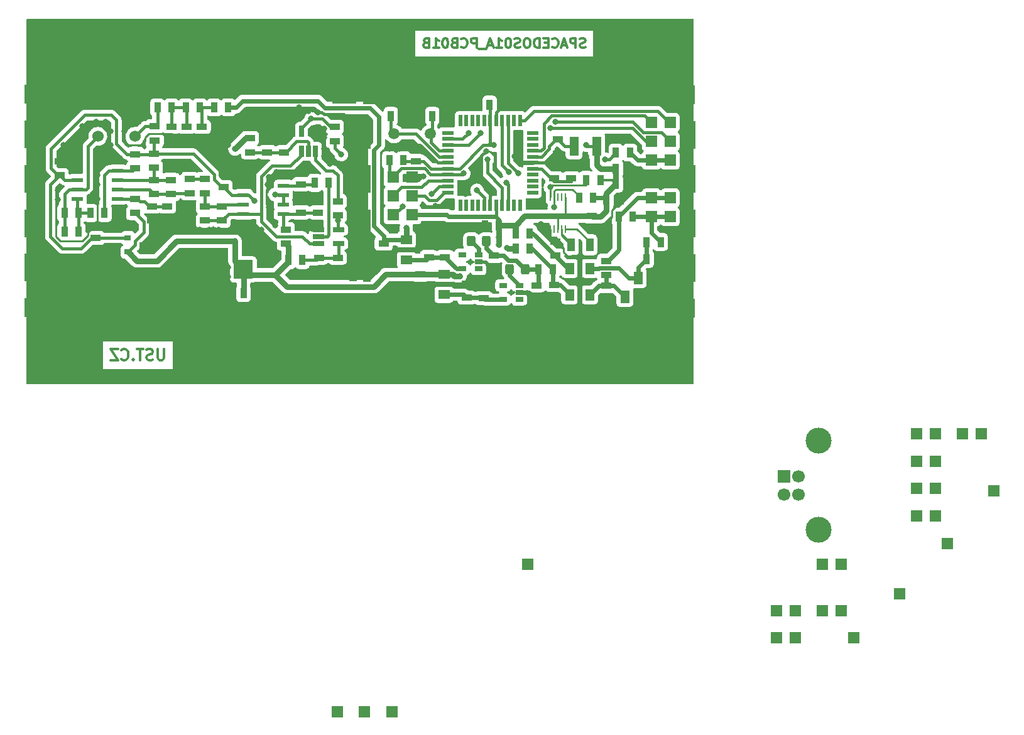
<source format=gbr>
%TF.GenerationSoftware,KiCad,Pcbnew,6.0.4-6f826c9f35~116~ubuntu20.04.1*%
%TF.CreationDate,2022-05-02T13:01:33+00:00*%
%TF.ProjectId,USTSIPIN01A,55535453-4950-4494-9e30-31412e6b6963,REV*%
%TF.SameCoordinates,Original*%
%TF.FileFunction,Copper,L2,Bot*%
%TF.FilePolarity,Positive*%
%FSLAX46Y46*%
G04 Gerber Fmt 4.6, Leading zero omitted, Abs format (unit mm)*
G04 Created by KiCad (PCBNEW 6.0.4-6f826c9f35~116~ubuntu20.04.1) date 2022-05-02 13:01:33*
%MOMM*%
%LPD*%
G01*
G04 APERTURE LIST*
G04 Aperture macros list*
%AMRoundRect*
0 Rectangle with rounded corners*
0 $1 Rounding radius*
0 $2 $3 $4 $5 $6 $7 $8 $9 X,Y pos of 4 corners*
0 Add a 4 corners polygon primitive as box body*
4,1,4,$2,$3,$4,$5,$6,$7,$8,$9,$2,$3,0*
0 Add four circle primitives for the rounded corners*
1,1,$1+$1,$2,$3*
1,1,$1+$1,$4,$5*
1,1,$1+$1,$6,$7*
1,1,$1+$1,$8,$9*
0 Add four rect primitives between the rounded corners*
20,1,$1+$1,$2,$3,$4,$5,0*
20,1,$1+$1,$4,$5,$6,$7,0*
20,1,$1+$1,$6,$7,$8,$9,0*
20,1,$1+$1,$8,$9,$2,$3,0*%
G04 Aperture macros list end*
%ADD10C,0.300000*%
%TA.AperFunction,NonConductor*%
%ADD11C,0.300000*%
%TD*%
%TA.AperFunction,ComponentPad*%
%ADD12C,6.000000*%
%TD*%
%TA.AperFunction,ComponentPad*%
%ADD13R,1.524000X1.524000*%
%TD*%
%TA.AperFunction,ComponentPad*%
%ADD14C,1.524000*%
%TD*%
%TA.AperFunction,ComponentPad*%
%ADD15C,1.500000*%
%TD*%
%TA.AperFunction,ComponentPad*%
%ADD16R,1.700000X1.700000*%
%TD*%
%TA.AperFunction,ComponentPad*%
%ADD17C,1.700000*%
%TD*%
%TA.AperFunction,ComponentPad*%
%ADD18C,3.500000*%
%TD*%
%TA.AperFunction,SMDPad,CuDef*%
%ADD19R,1.397000X0.889000*%
%TD*%
%TA.AperFunction,SMDPad,CuDef*%
%ADD20R,2.550160X2.499360*%
%TD*%
%TA.AperFunction,SMDPad,CuDef*%
%ADD21R,0.889000X1.397000*%
%TD*%
%TA.AperFunction,SMDPad,CuDef*%
%ADD22R,1.550000X0.600000*%
%TD*%
%TA.AperFunction,SMDPad,CuDef*%
%ADD23R,0.650000X1.560000*%
%TD*%
%TA.AperFunction,SMDPad,CuDef*%
%ADD24R,1.560000X0.650000*%
%TD*%
%TA.AperFunction,SMDPad,CuDef*%
%ADD25R,0.900000X0.800000*%
%TD*%
%TA.AperFunction,SMDPad,CuDef*%
%ADD26R,1.300000X1.700000*%
%TD*%
%TA.AperFunction,SMDPad,CuDef*%
%ADD27RoundRect,0.250000X0.325000X0.450000X-0.325000X0.450000X-0.325000X-0.450000X0.325000X-0.450000X0*%
%TD*%
%TA.AperFunction,SMDPad,CuDef*%
%ADD28R,1.060000X0.650000*%
%TD*%
%TA.AperFunction,SMDPad,CuDef*%
%ADD29R,1.500000X1.300000*%
%TD*%
%TA.AperFunction,SMDPad,CuDef*%
%ADD30R,3.000000X0.700000*%
%TD*%
%TA.AperFunction,SMDPad,CuDef*%
%ADD31R,1.500000X0.550000*%
%TD*%
%TA.AperFunction,SMDPad,CuDef*%
%ADD32R,0.550000X1.500000*%
%TD*%
%TA.AperFunction,SMDPad,CuDef*%
%ADD33R,3.800000X1.000000*%
%TD*%
%TA.AperFunction,SMDPad,CuDef*%
%ADD34R,1.000000X3.800000*%
%TD*%
%TA.AperFunction,SMDPad,CuDef*%
%ADD35R,3.300000X2.550000*%
%TD*%
%TA.AperFunction,SMDPad,CuDef*%
%ADD36R,1.300000X1.500000*%
%TD*%
%TA.AperFunction,SMDPad,CuDef*%
%ADD37R,0.700000X3.000000*%
%TD*%
%TA.AperFunction,SMDPad,CuDef*%
%ADD38R,1.524000X1.524000*%
%TD*%
%TA.AperFunction,SMDPad,CuDef*%
%ADD39R,1.270000X2.540000*%
%TD*%
%TA.AperFunction,SMDPad,CuDef*%
%ADD40R,0.250000X1.100000*%
%TD*%
%TA.AperFunction,SMDPad,CuDef*%
%ADD41R,1.000000X1.800000*%
%TD*%
%TA.AperFunction,ViaPad*%
%ADD42C,0.800000*%
%TD*%
%TA.AperFunction,Conductor*%
%ADD43C,0.250000*%
%TD*%
%TA.AperFunction,Conductor*%
%ADD44C,0.400000*%
%TD*%
%TA.AperFunction,Conductor*%
%ADD45C,0.600000*%
%TD*%
%TA.AperFunction,Conductor*%
%ADD46C,0.300000*%
%TD*%
%TA.AperFunction,Conductor*%
%ADD47C,0.800000*%
%TD*%
G04 APERTURE END LIST*
D10*
D11*
X19283714Y5520428D02*
X19283714Y4306142D01*
X19212285Y4163285D01*
X19140857Y4091857D01*
X18998000Y4020428D01*
X18712285Y4020428D01*
X18569428Y4091857D01*
X18498000Y4163285D01*
X18426571Y4306142D01*
X18426571Y5520428D01*
X17783714Y4091857D02*
X17569428Y4020428D01*
X17212285Y4020428D01*
X17069428Y4091857D01*
X16998000Y4163285D01*
X16926571Y4306142D01*
X16926571Y4449000D01*
X16998000Y4591857D01*
X17069428Y4663285D01*
X17212285Y4734714D01*
X17498000Y4806142D01*
X17640857Y4877571D01*
X17712285Y4949000D01*
X17783714Y5091857D01*
X17783714Y5234714D01*
X17712285Y5377571D01*
X17640857Y5449000D01*
X17498000Y5520428D01*
X17140857Y5520428D01*
X16926571Y5449000D01*
X16498000Y5520428D02*
X15640857Y5520428D01*
X16069428Y4020428D02*
X16069428Y5520428D01*
X15140857Y4163285D02*
X15069428Y4091857D01*
X15140857Y4020428D01*
X15212285Y4091857D01*
X15140857Y4163285D01*
X15140857Y4020428D01*
X13569428Y4163285D02*
X13640857Y4091857D01*
X13855142Y4020428D01*
X13998000Y4020428D01*
X14212285Y4091857D01*
X14355142Y4234714D01*
X14426571Y4377571D01*
X14498000Y4663285D01*
X14498000Y4877571D01*
X14426571Y5163285D01*
X14355142Y5306142D01*
X14212285Y5449000D01*
X13998000Y5520428D01*
X13855142Y5520428D01*
X13640857Y5449000D01*
X13569428Y5377571D01*
X13069428Y5520428D02*
X12069428Y5520428D01*
X13069428Y4020428D01*
X12069428Y4020428D01*
D10*
D11*
X76081095Y46209809D02*
X75895380Y46147904D01*
X75585857Y46147904D01*
X75462047Y46209809D01*
X75400142Y46271714D01*
X75338238Y46395523D01*
X75338238Y46519333D01*
X75400142Y46643142D01*
X75462047Y46705047D01*
X75585857Y46766952D01*
X75833476Y46828857D01*
X75957285Y46890761D01*
X76019190Y46952666D01*
X76081095Y47076476D01*
X76081095Y47200285D01*
X76019190Y47324095D01*
X75957285Y47386000D01*
X75833476Y47447904D01*
X75523952Y47447904D01*
X75338238Y47386000D01*
X74781095Y46147904D02*
X74781095Y47447904D01*
X74285857Y47447904D01*
X74162047Y47386000D01*
X74100142Y47324095D01*
X74038238Y47200285D01*
X74038238Y47014571D01*
X74100142Y46890761D01*
X74162047Y46828857D01*
X74285857Y46766952D01*
X74781095Y46766952D01*
X73543000Y46519333D02*
X72923952Y46519333D01*
X73666809Y46147904D02*
X73233476Y47447904D01*
X72800142Y46147904D01*
X71623952Y46271714D02*
X71685857Y46209809D01*
X71871571Y46147904D01*
X71995380Y46147904D01*
X72181095Y46209809D01*
X72304904Y46333619D01*
X72366809Y46457428D01*
X72428714Y46705047D01*
X72428714Y46890761D01*
X72366809Y47138380D01*
X72304904Y47262190D01*
X72181095Y47386000D01*
X71995380Y47447904D01*
X71871571Y47447904D01*
X71685857Y47386000D01*
X71623952Y47324095D01*
X71066809Y46828857D02*
X70633476Y46828857D01*
X70447761Y46147904D02*
X71066809Y46147904D01*
X71066809Y47447904D01*
X70447761Y47447904D01*
X69890619Y46147904D02*
X69890619Y47447904D01*
X69581095Y47447904D01*
X69395380Y47386000D01*
X69271571Y47262190D01*
X69209666Y47138380D01*
X69147761Y46890761D01*
X69147761Y46705047D01*
X69209666Y46457428D01*
X69271571Y46333619D01*
X69395380Y46209809D01*
X69581095Y46147904D01*
X69890619Y46147904D01*
X68343000Y47447904D02*
X68095380Y47447904D01*
X67971571Y47386000D01*
X67847761Y47262190D01*
X67785857Y47014571D01*
X67785857Y46581238D01*
X67847761Y46333619D01*
X67971571Y46209809D01*
X68095380Y46147904D01*
X68343000Y46147904D01*
X68466809Y46209809D01*
X68590619Y46333619D01*
X68652523Y46581238D01*
X68652523Y47014571D01*
X68590619Y47262190D01*
X68466809Y47386000D01*
X68343000Y47447904D01*
X67290619Y46209809D02*
X67104904Y46147904D01*
X66795380Y46147904D01*
X66671571Y46209809D01*
X66609666Y46271714D01*
X66547761Y46395523D01*
X66547761Y46519333D01*
X66609666Y46643142D01*
X66671571Y46705047D01*
X66795380Y46766952D01*
X67043000Y46828857D01*
X67166809Y46890761D01*
X67228714Y46952666D01*
X67290619Y47076476D01*
X67290619Y47200285D01*
X67228714Y47324095D01*
X67166809Y47386000D01*
X67043000Y47447904D01*
X66733476Y47447904D01*
X66547761Y47386000D01*
X65743000Y47447904D02*
X65619190Y47447904D01*
X65495380Y47386000D01*
X65433476Y47324095D01*
X65371571Y47200285D01*
X65309666Y46952666D01*
X65309666Y46643142D01*
X65371571Y46395523D01*
X65433476Y46271714D01*
X65495380Y46209809D01*
X65619190Y46147904D01*
X65743000Y46147904D01*
X65866809Y46209809D01*
X65928714Y46271714D01*
X65990619Y46395523D01*
X66052523Y46643142D01*
X66052523Y46952666D01*
X65990619Y47200285D01*
X65928714Y47324095D01*
X65866809Y47386000D01*
X65743000Y47447904D01*
X64071571Y46147904D02*
X64814428Y46147904D01*
X64443000Y46147904D02*
X64443000Y47447904D01*
X64566809Y47262190D01*
X64690619Y47138380D01*
X64814428Y47076476D01*
X63576333Y46519333D02*
X62957285Y46519333D01*
X63700142Y46147904D02*
X63266809Y47447904D01*
X62833476Y46147904D01*
X62709666Y46024095D02*
X61719190Y46024095D01*
X61409666Y46147904D02*
X61409666Y47447904D01*
X60914428Y47447904D01*
X60790619Y47386000D01*
X60728714Y47324095D01*
X60666809Y47200285D01*
X60666809Y47014571D01*
X60728714Y46890761D01*
X60790619Y46828857D01*
X60914428Y46766952D01*
X61409666Y46766952D01*
X59366809Y46271714D02*
X59428714Y46209809D01*
X59614428Y46147904D01*
X59738238Y46147904D01*
X59923952Y46209809D01*
X60047761Y46333619D01*
X60109666Y46457428D01*
X60171571Y46705047D01*
X60171571Y46890761D01*
X60109666Y47138380D01*
X60047761Y47262190D01*
X59923952Y47386000D01*
X59738238Y47447904D01*
X59614428Y47447904D01*
X59428714Y47386000D01*
X59366809Y47324095D01*
X58376333Y46828857D02*
X58190619Y46766952D01*
X58128714Y46705047D01*
X58066809Y46581238D01*
X58066809Y46395523D01*
X58128714Y46271714D01*
X58190619Y46209809D01*
X58314428Y46147904D01*
X58809666Y46147904D01*
X58809666Y47447904D01*
X58376333Y47447904D01*
X58252523Y47386000D01*
X58190619Y47324095D01*
X58128714Y47200285D01*
X58128714Y47076476D01*
X58190619Y46952666D01*
X58252523Y46890761D01*
X58376333Y46828857D01*
X58809666Y46828857D01*
X57262047Y47447904D02*
X57138238Y47447904D01*
X57014428Y47386000D01*
X56952523Y47324095D01*
X56890619Y47200285D01*
X56828714Y46952666D01*
X56828714Y46643142D01*
X56890619Y46395523D01*
X56952523Y46271714D01*
X57014428Y46209809D01*
X57138238Y46147904D01*
X57262047Y46147904D01*
X57385857Y46209809D01*
X57447761Y46271714D01*
X57509666Y46395523D01*
X57571571Y46643142D01*
X57571571Y46952666D01*
X57509666Y47200285D01*
X57447761Y47324095D01*
X57385857Y47386000D01*
X57262047Y47447904D01*
X55590619Y46147904D02*
X56333476Y46147904D01*
X55962047Y46147904D02*
X55962047Y47447904D01*
X56085857Y47262190D01*
X56209666Y47138380D01*
X56333476Y47076476D01*
X54600142Y46828857D02*
X54414428Y46766952D01*
X54352523Y46705047D01*
X54290619Y46581238D01*
X54290619Y46395523D01*
X54352523Y46271714D01*
X54414428Y46209809D01*
X54538238Y46147904D01*
X55033476Y46147904D01*
X55033476Y47447904D01*
X54600142Y47447904D01*
X54476333Y47386000D01*
X54414428Y47324095D01*
X54352523Y47200285D01*
X54352523Y47076476D01*
X54414428Y46952666D01*
X54476333Y46890761D01*
X54600142Y46828857D01*
X55033476Y46828857D01*
D12*
%TO.P,M2,1*%
%TO.N,GND*%
X86360000Y45720000D03*
%TD*%
%TO.P,M3,1*%
%TO.N,GND*%
X5080000Y45720000D03*
%TD*%
%TO.P,M4,1*%
%TO.N,GND*%
X5080000Y5080000D03*
%TD*%
D13*
%TO.P,J1,1*%
%TO.N,/power/5*%
X84963000Y25908000D03*
%TO.P,J1,2*%
X87503000Y25908000D03*
%TD*%
%TO.P,J2,1*%
%TO.N,GND*%
X84963000Y28448000D03*
%TO.P,J2,2*%
X87503000Y28448000D03*
%TD*%
%TO.P,J3,1*%
%TO.N,/power/3*%
X84963000Y23368000D03*
%TO.P,J3,2*%
X87503000Y23368000D03*
%TD*%
D14*
%TO.P,D2,1,K*%
%TO.N,/K*%
X15360000Y34190000D03*
%TO.P,D2,2,A*%
%TO.N,/A*%
X10360000Y34190000D03*
%TD*%
D13*
%TO.P,J4,1*%
%TO.N,/cpu/PC7*%
X84963000Y36068000D03*
%TD*%
%TO.P,J5,1*%
%TO.N,/cpu/PC3*%
X87503000Y36068000D03*
%TD*%
%TO.P,J6,1*%
%TO.N,/cpu/RX0*%
X84963000Y33528000D03*
%TD*%
%TO.P,J7,1*%
%TO.N,/cpu/TX0*%
X87503000Y33528000D03*
%TD*%
%TO.P,J19,1*%
%TO.N,/cpu/RST#*%
X84963000Y30988000D03*
%TO.P,J19,2*%
X87503000Y30988000D03*
%TD*%
D12*
%TO.P,M1,1*%
%TO.N,GND*%
X86360000Y5080000D03*
%TD*%
D15*
%TO.P,Y1,1,1*%
%TO.N,Net-(C30-Pad1)*%
X50292000Y34544000D03*
%TO.P,Y1,2,2*%
%TO.N,Net-(C33-Pad1)*%
X55172000Y34544000D03*
%TD*%
D13*
%TO.P,J4,1*%
%TO.N,/cpu/PC3*%
X68326000Y-23498000D03*
%TD*%
%TO.P,J10,1*%
%TO.N,/power/RXD*%
X108026000Y-29768000D03*
%TO.P,J10,2*%
X110566000Y-29768000D03*
%TD*%
%TO.P,J17,1*%
%TO.N,GND*%
X120706000Y-13308000D03*
%TO.P,J17,2*%
X123246000Y-13308000D03*
%TD*%
%TO.P,J18,1*%
%TO.N,/power/CBUS0*%
X118446000Y-27508000D03*
%TD*%
%TO.P,J11,1*%
%TO.N,/power/#RTS*%
X126936000Y-5928000D03*
%TO.P,J11,2*%
X129476000Y-5928000D03*
%TD*%
%TO.P,J6,1*%
%TO.N,/cpu/RX0*%
X50026000Y-43428000D03*
%TD*%
D16*
%TO.P,J8,1,VBUS*%
%TO.N,UAV_5V*%
X102831000Y-11628000D03*
D17*
%TO.P,J8,2,D-*%
%TO.N,/power/D-*%
X102831000Y-14128000D03*
%TO.P,J8,3,D+*%
%TO.N,/power/D+*%
X104831000Y-14128000D03*
%TO.P,J8,4,GND*%
%TO.N,GND*%
X104831000Y-11628000D03*
D18*
%TO.P,J8,5,Shield*%
X107541000Y-18898000D03*
X107541000Y-6858000D03*
%TD*%
D13*
%TO.P,J16,1*%
%TO.N,/power/#RI*%
X108046000Y-23518000D03*
%TO.P,J16,2*%
X110586000Y-23518000D03*
%TD*%
%TO.P,J12,1*%
%TO.N,/power/#CTS*%
X120706000Y-9618000D03*
%TO.P,J12,2*%
X123246000Y-9618000D03*
%TD*%
%TO.P,J20,1*%
%TO.N,/power/RXLED{slash}CBUS1*%
X124896000Y-20688000D03*
%TD*%
%TO.P,J21,1*%
%TO.N,/power/TXLED{slash}CBUS2*%
X112216000Y-33458000D03*
%TD*%
%TO.P,J7,1*%
%TO.N,/cpu/TX0*%
X42646000Y-43428000D03*
%TD*%
%TO.P,J14,1*%
%TO.N,/power/#DSR*%
X101796000Y-29768000D03*
%TO.P,J14,2*%
X104336000Y-29768000D03*
%TD*%
%TO.P,J23,1*%
%TO.N,/power/CBUS3*%
X131126000Y-13608000D03*
%TD*%
%TO.P,J9,1*%
%TO.N,/power/TXD*%
X120706000Y-5928000D03*
%TO.P,J9,2*%
X123246000Y-5928000D03*
%TD*%
%TO.P,J15,1*%
%TO.N,/power/#DCD*%
X101796000Y-33458000D03*
%TO.P,J15,2*%
X104336000Y-33458000D03*
%TD*%
%TO.P,J13,1*%
%TO.N,/power/#DTR*%
X120706000Y-16998000D03*
%TO.P,J13,2*%
X123246000Y-16998000D03*
%TD*%
%TO.P,J5,1*%
%TO.N,/cpu/PC4*%
X46336000Y-43428000D03*
%TD*%
D19*
%TO.P,C20,1*%
%TO.N,PA1*%
X10066000Y20504500D03*
%TO.P,C20,2*%
%TO.N,GND*%
X10066000Y18599500D03*
%TD*%
D20*
%TO.P,C1,1*%
%TO.N,POWER_ANALOG_3V3*%
X29989760Y16250000D03*
%TO.P,C1,2*%
%TO.N,GND*%
X24940240Y16250000D03*
%TD*%
D19*
%TO.P,C3,1*%
%TO.N,PA1*%
X5240000Y28950000D03*
%TO.P,C3,2*%
%TO.N,GND*%
X5240000Y30855000D03*
%TD*%
D21*
%TO.P,C4,1*%
%TO.N,POWER_ANALOG_3V3*%
X30005000Y13075000D03*
%TO.P,C4,2*%
%TO.N,GND*%
X28100000Y13075000D03*
%TD*%
%TO.P,C5,1*%
%TO.N,Net-(C10-Pad2)*%
X7780000Y23870000D03*
%TO.P,C5,2*%
%TO.N,/A*%
X5875000Y23870000D03*
%TD*%
D19*
%TO.P,C6,1*%
%TO.N,/VCC1*%
X19718000Y24759000D03*
%TO.P,C6,2*%
%TO.N,GND*%
X19718000Y22854000D03*
%TD*%
%TO.P,C7,1*%
%TO.N,/VCC2*%
X40038000Y23933500D03*
%TO.P,C7,2*%
%TO.N,GND*%
X40038000Y25838500D03*
%TD*%
%TO.P,C8,1*%
%TO.N,/VCC3*%
X33180000Y32061500D03*
%TO.P,C8,2*%
%TO.N,GND*%
X33180000Y33966500D03*
%TD*%
%TO.P,C9,1*%
%TO.N,/VCC4*%
X40165000Y17837500D03*
%TO.P,C9,2*%
%TO.N,GND*%
X40165000Y15932500D03*
%TD*%
D21*
%TO.P,C10,1*%
%TO.N,Net-(C10-Pad1)*%
X11272500Y23870000D03*
%TO.P,C10,2*%
%TO.N,Net-(C10-Pad2)*%
X9367500Y23870000D03*
%TD*%
D19*
%TO.P,C11,1*%
%TO.N,/VCC1*%
X17686000Y24759000D03*
%TO.P,C11,2*%
%TO.N,GND*%
X17686000Y22854000D03*
%TD*%
%TO.P,C12,1*%
%TO.N,/VCC2*%
X37752000Y23933500D03*
%TO.P,C12,2*%
%TO.N,GND*%
X37752000Y25838500D03*
%TD*%
%TO.P,C13,1*%
%TO.N,/VCC3*%
X35466000Y32061500D03*
%TO.P,C13,2*%
%TO.N,GND*%
X35466000Y33966500D03*
%TD*%
%TO.P,C14,1*%
%TO.N,/VCC4*%
X42705000Y17837500D03*
%TO.P,C14,2*%
%TO.N,GND*%
X42705000Y15932500D03*
%TD*%
%TO.P,C15,1*%
%TO.N,Net-(C15-Pad1)*%
X20226000Y26410000D03*
%TO.P,C15,2*%
%TO.N,Net-(C15-Pad2)*%
X20226000Y28315000D03*
%TD*%
%TO.P,C16,1*%
%TO.N,Net-(C16-Pad1)*%
X22766000Y28442000D03*
%TO.P,C16,2*%
%TO.N,Net-(C15-Pad1)*%
X22766000Y26537000D03*
%TD*%
%TO.P,C17,1*%
%TO.N,PA1*%
X27338000Y27362500D03*
%TO.P,C17,2*%
%TO.N,GND*%
X27338000Y29267500D03*
%TD*%
%TO.P,C18,1*%
%TO.N,Net-(C18-Pad1)*%
X27084000Y22854000D03*
%TO.P,C18,2*%
%TO.N,Net-(C18-Pad2)*%
X27084000Y24759000D03*
%TD*%
%TO.P,C19,1*%
%TO.N,Net-(C19-Pad1)*%
X37752000Y27743500D03*
%TO.P,C19,2*%
%TO.N,GND*%
X37752000Y29648500D03*
%TD*%
%TO.P,R3,1*%
%TO.N,/VCC2*%
X35720000Y21647500D03*
%TO.P,R3,2*%
%TO.N,POWER_ANALOG_3V3*%
X35720000Y19742500D03*
%TD*%
%TO.P,R4,1*%
%TO.N,/VCC3*%
X30894000Y32061500D03*
%TO.P,R4,2*%
%TO.N,POWER_ANALOG_3V3*%
X30894000Y33966500D03*
%TD*%
D21*
%TO.P,R5,1*%
%TO.N,/VCC4*%
X37942500Y17520000D03*
%TO.P,R5,2*%
%TO.N,POWER_ANALOG_3V3*%
X36037500Y17520000D03*
%TD*%
%TO.P,R6,1*%
%TO.N,Net-(C10-Pad2)*%
X7780000Y21330000D03*
%TO.P,R6,2*%
%TO.N,/A*%
X5875000Y21330000D03*
%TD*%
D19*
%TO.P,R7,1*%
%TO.N,PA1*%
X15400000Y31807500D03*
%TO.P,R7,2*%
%TO.N,Net-(C10-Pad1)*%
X15400000Y29902500D03*
%TD*%
%TO.P,R8,1*%
%TO.N,Net-(C15-Pad2)*%
X17940000Y29966000D03*
%TO.P,R8,2*%
%TO.N,PA1*%
X17940000Y31871000D03*
%TD*%
%TO.P,R9,1*%
%TO.N,Net-(C15-Pad1)*%
X17940000Y26410000D03*
%TO.P,R9,2*%
%TO.N,Net-(C15-Pad2)*%
X17940000Y28315000D03*
%TD*%
%TO.P,R10,1*%
%TO.N,Net-(C18-Pad2)*%
X24798000Y26537000D03*
%TO.P,R10,2*%
%TO.N,Net-(C16-Pad1)*%
X24798000Y28442000D03*
%TD*%
%TO.P,R11,1*%
%TO.N,Net-(C18-Pad1)*%
X24798000Y22854000D03*
%TO.P,R11,2*%
%TO.N,Net-(C18-Pad2)*%
X24798000Y24759000D03*
%TD*%
%TO.P,R12,1*%
%TO.N,PB0*%
X42705000Y23552500D03*
%TO.P,R12,2*%
%TO.N,Net-(R12-Pad2)*%
X42705000Y25457500D03*
%TD*%
D21*
%TO.P,R13,1*%
%TO.N,Net-(C19-Pad1)*%
X39593500Y27934000D03*
%TO.P,R13,2*%
%TO.N,Net-(R13-Pad2)*%
X41498500Y27934000D03*
%TD*%
D22*
%TO.P,U1,1*%
%TO.N,Net-(C10-Pad2)*%
X7620000Y25775000D03*
%TO.P,U1,2,-*%
%TO.N,/A*%
X7620000Y27045000D03*
%TO.P,U1,3,+*%
%TO.N,PA1*%
X7620000Y28315000D03*
%TO.P,U1,4,V-*%
%TO.N,GND*%
X7620000Y29585000D03*
%TO.P,U1,5,+*%
%TO.N,Net-(C10-Pad1)*%
X13020000Y29585000D03*
%TO.P,U1,6,-*%
%TO.N,Net-(C15-Pad2)*%
X13020000Y28315000D03*
%TO.P,U1,7*%
%TO.N,Net-(C15-Pad1)*%
X13020000Y27045000D03*
%TO.P,U1,8,V+*%
%TO.N,/VCC1*%
X13020000Y25775000D03*
%TD*%
D23*
%TO.P,U4,1*%
%TO.N,Net-(R12-Pad2)*%
X39718000Y32172000D03*
%TO.P,U4,2,V+*%
%TO.N,/VCC3*%
X38768000Y32172000D03*
%TO.P,U4,3,+*%
%TO.N,Net-(C18-Pad1)*%
X37818000Y32172000D03*
%TO.P,U4,4,-*%
%TO.N,Net-(R1-Pad2)*%
X37818000Y34872000D03*
%TO.P,U4,5,V-*%
%TO.N,GND*%
X39718000Y34872000D03*
%TD*%
D24*
%TO.P,U5,1,COM*%
%TO.N,Net-(C18-Pad1)*%
X40085000Y19745000D03*
%TO.P,U5,2,NO*%
%TO.N,Net-(R13-Pad2)*%
X40085000Y20695000D03*
%TO.P,U5,3,GND*%
%TO.N,GND*%
X40085000Y21645000D03*
%TO.P,U5,4,IN*%
%TO.N,PB0*%
X42785000Y21645000D03*
%TO.P,U5,5,VCC*%
%TO.N,/VCC4*%
X42785000Y19745000D03*
%TD*%
D19*
%TO.P,R2,1*%
%TO.N,/VCC1*%
X15400000Y25775000D03*
%TO.P,R2,2*%
%TO.N,POWER_ANALOG_3V3*%
X15400000Y23870000D03*
%TD*%
D22*
%TO.P,U2,1*%
%TO.N,Net-(C18-Pad1)*%
X29972000Y23743000D03*
%TO.P,U2,2,-*%
%TO.N,Net-(C18-Pad2)*%
X29972000Y25013000D03*
%TO.P,U2,3,+*%
%TO.N,PA1*%
X29972000Y26283000D03*
%TO.P,U2,4,V-*%
%TO.N,GND*%
X29972000Y27553000D03*
%TO.P,U2,5,+*%
%TO.N,Net-(C19-Pad1)*%
X35372000Y27553000D03*
%TO.P,U2,6,-*%
%TO.N,Net-(R1-Pad2)*%
X35372000Y26283000D03*
%TO.P,U2,7*%
X35372000Y25013000D03*
%TO.P,U2,8,V+*%
%TO.N,/VCC2*%
X35372000Y23743000D03*
%TD*%
D19*
%TO.P,R1,1*%
%TO.N,PA0*%
X42324000Y33585500D03*
%TO.P,R1,2*%
%TO.N,Net-(R1-Pad2)*%
X42324000Y35490500D03*
%TD*%
%TO.P,C2,1*%
%TO.N,Net-(C2-Pad1)*%
X20320000Y35496500D03*
%TO.P,C2,2*%
%TO.N,GND*%
X20320000Y33591500D03*
%TD*%
D25*
%TO.P,U3,1,Vin*%
%TO.N,POWER_ANALOG_3V3*%
X14416000Y18602000D03*
%TO.P,U3,2,Vout*%
%TO.N,PA1*%
X14416000Y20502000D03*
%TO.P,U3,3,GND*%
%TO.N,GND*%
X16416000Y19552000D03*
%TD*%
D26*
%TO.P,D1,1,K*%
%TO.N,Net-(C22-Pad1)*%
X81407000Y12573000D03*
%TO.P,D1,2,A*%
%TO.N,GND*%
X84907000Y12573000D03*
%TD*%
D19*
%TO.P,C55,1*%
%TO.N,Net-(C29-Pad3)*%
X72009000Y18097500D03*
%TO.P,C55,2*%
%TO.N,GND*%
X72009000Y20002500D03*
%TD*%
D21*
%TO.P,R25,1*%
%TO.N,+5V*%
X66675000Y19050000D03*
%TO.P,R25,2*%
%TO.N,Net-(C45-Pad3)*%
X68580000Y19050000D03*
%TD*%
%TO.P,R27,1*%
%TO.N,+3V3*%
X66675000Y21082000D03*
%TO.P,R27,2*%
%TO.N,Net-(C29-Pad3)*%
X68580000Y21082000D03*
%TD*%
%TO.P,R28,1*%
%TO.N,VDD*%
X69786500Y16256000D03*
%TO.P,R28,2*%
%TO.N,Net-(C45-Pad3)*%
X71691500Y16256000D03*
%TD*%
D19*
%TO.P,C21,1*%
%TO.N,Net-(C21-Pad1)*%
X24384000Y35496500D03*
%TO.P,C21,2*%
%TO.N,GND*%
X24384000Y33591500D03*
%TD*%
%TO.P,C22,1*%
%TO.N,Net-(C22-Pad1)*%
X78867000Y14033500D03*
%TO.P,C22,2*%
%TO.N,GND*%
X78867000Y12128500D03*
%TD*%
D21*
%TO.P,C36,1*%
%TO.N,Net-(C29-Pad1)*%
X84328000Y17653000D03*
%TO.P,C36,2*%
%TO.N,GND*%
X86233000Y17653000D03*
%TD*%
D19*
%TO.P,F1,1*%
%TO.N,Net-(C22-Pad1)*%
X78867000Y15494000D03*
%TO.P,F1,2*%
%TO.N,/power/5*%
X78867000Y17399000D03*
%TD*%
D21*
%TO.P,F2,1*%
%TO.N,Net-(C29-Pad1)*%
X84328000Y19939000D03*
%TO.P,F2,2*%
%TO.N,UAV_5V*%
X86233000Y19939000D03*
%TD*%
D26*
%TO.P,D3,1,K*%
%TO.N,Net-(C29-Pad1)*%
X83185000Y15113000D03*
%TO.P,D3,2,A*%
%TO.N,GND*%
X86685000Y15113000D03*
%TD*%
D27*
%TO.P,L2,1*%
%TO.N,VDD*%
X67945000Y16256000D03*
%TO.P,L2,2*%
%TO.N,Net-(L2-Pad2)*%
X65895000Y16256000D03*
%TD*%
%TO.P,L3,1*%
%TO.N,POWER_ANALOG_3V3*%
X62747000Y20066000D03*
%TO.P,L3,2*%
%TO.N,Net-(L3-Pad2)*%
X60697000Y20066000D03*
%TD*%
D28*
%TO.P,U6,1,SW*%
%TO.N,Net-(L2-Pad2)*%
X67183000Y14097000D03*
%TO.P,U6,2,GND*%
%TO.N,GND*%
X67183000Y13147000D03*
%TO.P,U6,3*%
%TO.N,N/C*%
X67183000Y12197000D03*
%TO.P,U6,4,Vout*%
%TO.N,Net-(C38-Pad1)*%
X64983000Y12197000D03*
%TO.P,U6,5*%
%TO.N,N/C*%
X64983000Y14097000D03*
%TD*%
D19*
%TO.P,C50,1*%
%TO.N,Net-(C42-Pad1)*%
X54991000Y17907000D03*
%TO.P,C50,2*%
%TO.N,GND*%
X54991000Y19812000D03*
%TD*%
%TO.P,C49,1*%
%TO.N,Net-(C38-Pad1)*%
X62357000Y12382500D03*
%TO.P,C49,2*%
%TO.N,GND*%
X62357000Y14287500D03*
%TD*%
%TO.P,C42,1*%
%TO.N,Net-(C42-Pad1)*%
X57150000Y17907000D03*
%TO.P,C42,2*%
%TO.N,GND*%
X57150000Y19812000D03*
%TD*%
D29*
%TO.P,C52,1,1*%
%TO.N,Net-(C42-Pad1)*%
X51943000Y17573000D03*
D30*
%TO.P,C52,2,2*%
%TO.N,GND*%
X51943000Y18923000D03*
D29*
%TO.P,C52,3,3*%
%TO.N,+5V*%
X51943000Y20273000D03*
%TD*%
D19*
%TO.P,C38,1*%
%TO.N,Net-(C38-Pad1)*%
X60071000Y12446000D03*
%TO.P,C38,2*%
%TO.N,GND*%
X60071000Y14351000D03*
%TD*%
D29*
%TO.P,C51,1,1*%
%TO.N,Net-(C38-Pad1)*%
X57023000Y12874000D03*
D30*
%TO.P,C51,2,2*%
%TO.N,GND*%
X57023000Y14224000D03*
D29*
%TO.P,C51,3,3*%
%TO.N,+3V3*%
X57023000Y15574000D03*
%TD*%
D19*
%TO.P,C25,1*%
%TO.N,VDD*%
X63754000Y18097500D03*
%TO.P,C25,2*%
%TO.N,GND*%
X63754000Y16192500D03*
%TD*%
%TO.P,C44,1*%
%TO.N,Net-(C40-Pad1)*%
X71882000Y28511500D03*
%TO.P,C44,2*%
%TO.N,GND*%
X71882000Y30416500D03*
%TD*%
%TO.P,C40,1*%
%TO.N,Net-(C40-Pad1)*%
X74168000Y28511500D03*
%TO.P,C40,2*%
%TO.N,GND*%
X74168000Y30416500D03*
%TD*%
D21*
%TO.P,R24,1*%
%TO.N,/power/5*%
X80581500Y23368000D03*
%TO.P,R24,2*%
%TO.N,/power/3*%
X82486500Y23368000D03*
%TD*%
D19*
%TO.P,C31,1*%
%TO.N,/cpu/AVCC*%
X72390000Y33782000D03*
%TO.P,C31,2*%
%TO.N,GND*%
X72390000Y31877000D03*
%TD*%
D21*
%TO.P,C27,1*%
%TO.N,+3V3*%
X80200500Y27813000D03*
%TO.P,C27,2*%
%TO.N,GND*%
X82105500Y27813000D03*
%TD*%
D19*
%TO.P,C53,1*%
%TO.N,+3V3*%
X53848000Y15557500D03*
%TO.P,C53,2*%
%TO.N,GND*%
X53848000Y13652500D03*
%TD*%
D28*
%TO.P,U8,1,SW*%
%TO.N,Net-(L3-Pad2)*%
X61679000Y18222000D03*
%TO.P,U8,2,GND*%
%TO.N,GND*%
X61679000Y17272000D03*
%TO.P,U8,3*%
%TO.N,N/C*%
X61679000Y16322000D03*
%TO.P,U8,4,Vout*%
%TO.N,Net-(C42-Pad1)*%
X59479000Y16322000D03*
%TO.P,U8,5*%
%TO.N,N/C*%
X59479000Y18222000D03*
%TD*%
D31*
%TO.P,U10,1,(PCINT13/MOSI)PB5*%
%TO.N,/cpu/PB5*%
X57550000Y26640000D03*
%TO.P,U10,2,(PCINT14/MISO)PB6*%
%TO.N,/cpu/PB6*%
X57550000Y27440000D03*
%TO.P,U10,3,(PCINT15/SCK)PB7*%
%TO.N,/cpu/PB7*%
X57550000Y28240000D03*
%TO.P,U10,4,~{RESET}*%
%TO.N,/cpu/RST#_P*%
X57550000Y29040000D03*
%TO.P,U10,5,VCC*%
%TO.N,+3V3*%
X57550000Y29840000D03*
%TO.P,U10,6,GND*%
%TO.N,GND*%
X57550000Y30640000D03*
%TO.P,U10,7,XTAL2*%
%TO.N,Net-(C30-Pad1)*%
X57550000Y31440000D03*
%TO.P,U10,8,XTAL1*%
%TO.N,Net-(C33-Pad1)*%
X57550000Y32240000D03*
%TO.P,U10,9,(PCINT24/RXD0)PD0*%
%TO.N,/cpu/RX0*%
X57550000Y33040000D03*
%TO.P,U10,10,(PCINT25/TXD0)PD1*%
%TO.N,/cpu/TX0*%
X57550000Y33840000D03*
%TO.P,U10,11,(PCINT26/RXD1/INT0)PD2*%
%TO.N,/cpu/RX1*%
X57550000Y34640000D03*
D32*
%TO.P,U10,12,(PCINT27/TXD1/INT1)PD3*%
%TO.N,/cpu/TX1*%
X59250000Y36340000D03*
%TO.P,U10,13,(PCINT28/XCK1/OC1B)PD4*%
%TO.N,/cpu/TIMEPULSE*%
X60050000Y36340000D03*
%TO.P,U10,14,(PCINT294/OC1A)PD5*%
%TO.N,/cpu/EXTINT*%
X60850000Y36340000D03*
%TO.P,U10,15,(PCINT30/OC2B/ICP)PD6*%
%TO.N,/cpu/GEO_STAT*%
X61650000Y36340000D03*
%TO.P,U10,16,(PCINT31/OC2A)PD7*%
%TO.N,POWER_ANALOG_3V3*%
X62450000Y36340000D03*
%TO.P,U10,17,VCC*%
%TO.N,+3V3*%
X63250000Y36340000D03*
%TO.P,U10,18,GND*%
%TO.N,GND*%
X64050000Y36340000D03*
%TO.P,U10,19,(PCINT16/SCL)PC0*%
%TO.N,/cpu/PC0*%
X64850000Y36340000D03*
%TO.P,U10,20,(PCINT17/SDA)PC1*%
%TO.N,/cpu/PC1*%
X65650000Y36340000D03*
%TO.P,U10,21,(PCINT18/TCK)PC2*%
%TO.N,unconnected-(U10-Pad21)*%
X66450000Y36340000D03*
%TO.P,U10,22,(PCINT19/TMS)PC3*%
%TO.N,/cpu/PC3*%
X67250000Y36340000D03*
D31*
%TO.P,U10,23,(PCINT20/TDO)PC4*%
%TO.N,/cpu/PC4*%
X68950000Y34640000D03*
%TO.P,U10,24,(PCINT21/TDI)PC5*%
%TO.N,unconnected-(U10-Pad24)*%
X68950000Y33840000D03*
%TO.P,U10,25,(PCINT22/TOSC1)PC6*%
%TO.N,unconnected-(U10-Pad25)*%
X68950000Y33040000D03*
%TO.P,U10,26,(PCINT23/TOSC2)PC7*%
%TO.N,unconnected-(U10-Pad26)*%
X68950000Y32240000D03*
%TO.P,U10,27,AVCC*%
%TO.N,/cpu/AVCC*%
X68950000Y31440000D03*
%TO.P,U10,28,GND*%
%TO.N,GND*%
X68950000Y30640000D03*
%TO.P,U10,29,AREF*%
%TO.N,Net-(C40-Pad1)*%
X68950000Y29840000D03*
%TO.P,U10,30,(PCINT7/ADC7)PA7*%
%TO.N,unconnected-(U10-Pad30)*%
X68950000Y29040000D03*
%TO.P,U10,31,(PCINT6/ADC6)PA6*%
%TO.N,unconnected-(U10-Pad31)*%
X68950000Y28240000D03*
%TO.P,U10,32,(PCINT5/ADC5)PA5*%
%TO.N,unconnected-(U10-Pad32)*%
X68950000Y27440000D03*
%TO.P,U10,33,(PCINT4/ADC4)PA4*%
%TO.N,unconnected-(U10-Pad33)*%
X68950000Y26640000D03*
D32*
%TO.P,U10,34,(PCINT3/ADC3)PA3*%
%TO.N,unconnected-(U10-Pad34)*%
X67250000Y24940000D03*
%TO.P,U10,35,(PCINT2/ADC2)PA2*%
%TO.N,unconnected-(U10-Pad35)*%
X66450000Y24940000D03*
%TO.P,U10,36,(PCINT1/ADC1)PA1*%
%TO.N,PA1*%
X65650000Y24940000D03*
%TO.P,U10,37,(PCINT0/ADC0)PA0*%
%TO.N,PA0*%
X64850000Y24940000D03*
%TO.P,U10,38,VCC*%
%TO.N,+3V3*%
X64050000Y24940000D03*
%TO.P,U10,39,GND*%
%TO.N,GND*%
X63250000Y24940000D03*
%TO.P,U10,40,(PCINT8/T0/XCK)PB0*%
%TO.N,PB0*%
X62450000Y24940000D03*
%TO.P,U10,41,(PCINT9/CLKO/T1)PB1*%
%TO.N,Net-(L2-Pad1)*%
X61650000Y24940000D03*
%TO.P,U10,42,(PCINT10/AIN0/INT2)PB2*%
X60850000Y24940000D03*
%TO.P,U10,43,(PCINT11/AIN1/OC0)PB3*%
X60050000Y24940000D03*
%TO.P,U10,44,(PCINT12/OC0B/~{SS})PB4*%
%TO.N,/cpu/PB4*%
X59250000Y24940000D03*
%TD*%
D21*
%TO.P,R20,1*%
%TO.N,/cpu/PC1*%
X76200000Y28321000D03*
%TO.P,R20,2*%
%TO.N,+3V3*%
X78105000Y28321000D03*
%TD*%
D33*
%TO.P,M7,1*%
%TO.N,GND*%
X77501000Y10279000D03*
X71501000Y40579000D03*
X65501000Y40579000D03*
D34*
X46601000Y34429000D03*
D33*
X53501000Y40579000D03*
X53501000Y10279000D03*
X77501000Y40579000D03*
X83501000Y40579000D03*
D34*
X90401000Y34429000D03*
D35*
X89251000Y39804000D03*
D33*
X83501000Y10279000D03*
X59501000Y40579000D03*
D34*
X46601000Y28429000D03*
D33*
X65501000Y10279000D03*
D34*
X90401000Y28429000D03*
X46601000Y22429000D03*
X90401000Y22429000D03*
X90401000Y16429000D03*
X46601000Y16429000D03*
D33*
X59501000Y10279000D03*
D35*
X47751000Y11054000D03*
X89251000Y11054000D03*
D33*
X71501000Y10279000D03*
D35*
X47751000Y39804000D03*
%TD*%
D36*
%TO.P,C29,1,1*%
%TO.N,Net-(C29-Pad1)*%
X76661000Y16383000D03*
D37*
%TO.P,C29,2,2*%
%TO.N,GND*%
X75311000Y16383000D03*
D36*
%TO.P,C29,3,3*%
%TO.N,Net-(C29-Pad3)*%
X73961000Y16383000D03*
%TD*%
D38*
%TO.P,J22,1*%
%TO.N,/cpu/PB6*%
X50165000Y23622000D03*
%TO.P,J22,2*%
%TO.N,+3V3*%
X52705000Y23622000D03*
%TO.P,J22,3*%
%TO.N,/cpu/PB7*%
X50165000Y26162000D03*
%TO.P,J22,4*%
%TO.N,/cpu/PB5*%
X52705000Y26162000D03*
%TO.P,J22,5*%
%TO.N,/cpu/RST#_P*%
X50165000Y28702000D03*
%TO.P,J22,6*%
%TO.N,GND*%
X52705000Y28702000D03*
%TD*%
D21*
%TO.P,R23,1*%
%TO.N,/cpu/RST#_P*%
X49657000Y30988000D03*
%TO.P,R23,2*%
%TO.N,+3V3*%
X51562000Y30988000D03*
%TD*%
%TO.P,C26,1*%
%TO.N,+3V3*%
X78930500Y25654000D03*
%TO.P,C26,2*%
%TO.N,GND*%
X80835500Y25654000D03*
%TD*%
%TO.P,C28,1*%
%TO.N,+3V3*%
X80200500Y29845000D03*
%TO.P,C28,2*%
%TO.N,GND*%
X82105500Y29845000D03*
%TD*%
%TO.P,C30,1*%
%TO.N,Net-(C30-Pad1)*%
X49847500Y36957000D03*
%TO.P,C30,2*%
%TO.N,GND*%
X51752500Y36957000D03*
%TD*%
%TO.P,C33,1*%
%TO.N,Net-(C33-Pad1)*%
X55435500Y36957000D03*
%TO.P,C33,2*%
%TO.N,GND*%
X53530500Y36957000D03*
%TD*%
D19*
%TO.P,C34,1*%
%TO.N,+3V3*%
X53213000Y30861000D03*
%TO.P,C34,2*%
%TO.N,GND*%
X53213000Y32766000D03*
%TD*%
D21*
%TO.P,C35,1*%
%TO.N,+3V3*%
X64452500Y22225000D03*
%TO.P,C35,2*%
%TO.N,GND*%
X62547500Y22225000D03*
%TD*%
%TO.P,C39,1*%
%TO.N,+3V3*%
X63182500Y38481000D03*
%TO.P,C39,2*%
%TO.N,GND*%
X65087500Y38481000D03*
%TD*%
%TO.P,C43,1*%
%TO.N,/cpu/RST#_P*%
X80200500Y32004000D03*
%TO.P,C43,2*%
%TO.N,/cpu/RST#*%
X82105500Y32004000D03*
%TD*%
D19*
%TO.P,C47,1*%
%TO.N,+3V3*%
X76962000Y23431500D03*
%TO.P,C47,2*%
%TO.N,GND*%
X76962000Y21526500D03*
%TD*%
D39*
%TO.P,L1,1,1*%
%TO.N,+3V3*%
X77597000Y32893000D03*
%TO.P,L1,2,2*%
%TO.N,/cpu/AVCC*%
X74549000Y32893000D03*
%TD*%
D21*
%TO.P,R21,1*%
%TO.N,/cpu/PC0*%
X75247500Y25908000D03*
%TO.P,R21,2*%
%TO.N,+3V3*%
X77152500Y25908000D03*
%TD*%
D40*
%TO.P,U11,1,OSCI*%
%TO.N,Net-(U11-Pad1)*%
X73390000Y21726000D03*
%TO.P,U11,2,OSCO*%
%TO.N,Net-(U11-Pad2)*%
X72890000Y21726000D03*
%TO.P,U11,3,VBAT*%
%TO.N,+3V3*%
X72390000Y21726000D03*
%TO.P,U11,4,TS*%
%TO.N,unconnected-(U11-Pad4)*%
X71890000Y21726000D03*
%TO.P,U11,5,GND*%
%TO.N,GND*%
X71390000Y21726000D03*
%TO.P,U11,6,SDA*%
%TO.N,/cpu/PC1*%
X71390000Y26026000D03*
%TO.P,U11,7,SCL*%
%TO.N,/cpu/PC0*%
X71890000Y26026000D03*
%TO.P,U11,8,CLK*%
%TO.N,unconnected-(U11-Pad8)*%
X72390000Y26026000D03*
%TO.P,U11,9,INTA*%
%TO.N,unconnected-(U11-Pad9)*%
X72890000Y26026000D03*
%TO.P,U11,10,VDD*%
%TO.N,+3V3*%
X73390000Y26026000D03*
%TD*%
D41*
%TO.P,Y2,1,1*%
%TO.N,Net-(U11-Pad2)*%
X74168000Y19558000D03*
%TO.P,Y2,2,2*%
%TO.N,Net-(U11-Pad1)*%
X76668000Y19558000D03*
%TD*%
D19*
%TO.P,C23,1*%
%TO.N,Net-(C2-Pad1)*%
X22352000Y35496500D03*
%TO.P,C23,2*%
%TO.N,GND*%
X22352000Y33591500D03*
%TD*%
%TO.P,C24,1*%
%TO.N,/Ubiasout*%
X18034000Y35560000D03*
%TO.P,C24,2*%
%TO.N,PA1*%
X18034000Y33655000D03*
%TD*%
%TO.P,C32,1*%
%TO.N,POWER_ANALOG_3V3*%
X69469000Y14097000D03*
%TO.P,C32,2*%
%TO.N,GND*%
X69469000Y12192000D03*
%TD*%
D36*
%TO.P,C45,1,1*%
%TO.N,Net-(C22-Pad1)*%
X76661000Y12827000D03*
D37*
%TO.P,C45,2,2*%
%TO.N,GND*%
X75311000Y12827000D03*
D36*
%TO.P,C45,3,3*%
%TO.N,Net-(C45-Pad3)*%
X73961000Y12827000D03*
%TD*%
D19*
%TO.P,C48,1*%
%TO.N,Net-(C45-Pad3)*%
X71882000Y14160500D03*
%TO.P,C48,2*%
%TO.N,GND*%
X71882000Y12255500D03*
%TD*%
%TO.P,C54,1*%
%TO.N,+5V*%
X48895000Y19748500D03*
%TO.P,C54,2*%
%TO.N,GND*%
X48895000Y17843500D03*
%TD*%
D21*
%TO.P,R15,1*%
%TO.N,Net-(C21-Pad1)*%
X26035000Y38100000D03*
%TO.P,R15,2*%
%TO.N,+5V*%
X27940000Y38100000D03*
%TD*%
%TO.P,R19,1*%
%TO.N,Net-(C2-Pad1)*%
X22225000Y38100000D03*
%TO.P,R19,2*%
%TO.N,Net-(C21-Pad1)*%
X24130000Y38100000D03*
%TD*%
%TO.P,R22,1*%
%TO.N,/Ubiasout*%
X18415000Y38100000D03*
%TO.P,R22,2*%
%TO.N,Net-(C2-Pad1)*%
X20320000Y38100000D03*
%TD*%
D33*
%TO.P,M6,1*%
%TO.N,GND*%
X25874000Y10340000D03*
X7874000Y10340000D03*
X37874000Y40640000D03*
D35*
X43624000Y11115000D03*
D34*
X974000Y16490000D03*
X44774000Y22490000D03*
D33*
X19874000Y10340000D03*
X7874000Y40640000D03*
D34*
X44774000Y16490000D03*
D33*
X31874000Y10340000D03*
D34*
X44774000Y34490000D03*
D33*
X19874000Y40640000D03*
X13874000Y10340000D03*
D35*
X2124000Y39865000D03*
D34*
X974000Y22490000D03*
X974000Y28490000D03*
D33*
X13874000Y40640000D03*
D34*
X44774000Y28490000D03*
D35*
X43624000Y39865000D03*
D33*
X37874000Y10340000D03*
X31874000Y40640000D03*
D34*
X974000Y34490000D03*
D35*
X2124000Y11115000D03*
D33*
X25874000Y40640000D03*
%TD*%
D42*
%TO.N,GND*%
X75311000Y14605000D03*
X33020000Y13716000D03*
X32766000Y12192000D03*
X34290000Y12192000D03*
X35814000Y12192000D03*
X37338000Y12192000D03*
X39116000Y12192000D03*
X40640000Y12192000D03*
X28575000Y11430000D03*
X26670000Y12700000D03*
X26670000Y13970000D03*
X27940000Y15240000D03*
X27940000Y16510000D03*
X27305000Y17780000D03*
X26035000Y18415000D03*
X24765000Y18415000D03*
X23495000Y18415000D03*
X22225000Y18415000D03*
X20955000Y17780000D03*
X19685000Y16510000D03*
X18415000Y15875000D03*
X17145000Y15875000D03*
X15240000Y15875000D03*
X13970000Y17145000D03*
X12700000Y17145000D03*
X17780000Y19050000D03*
X17780000Y20320000D03*
X17780000Y21590000D03*
X19050000Y21590000D03*
X19050000Y20320000D03*
X20320000Y21590000D03*
X21590000Y21590000D03*
X22860000Y21590000D03*
X24130000Y21590000D03*
X25400000Y21590000D03*
X26670000Y21590000D03*
X21590000Y22860000D03*
X21590000Y24892000D03*
X22860000Y24892000D03*
X22860000Y22860000D03*
X31115000Y22225000D03*
X29972000Y21844000D03*
X30480000Y20320000D03*
X30480000Y19050000D03*
X31750000Y19050000D03*
X31750000Y20320000D03*
X32385000Y21590000D03*
X34290000Y22225000D03*
X34036000Y17272000D03*
X34290000Y18415000D03*
X33655000Y19685000D03*
X32512000Y17272000D03*
X10795000Y17145000D03*
X8890000Y17145000D03*
X7620000Y17780000D03*
X5715000Y17780000D03*
X4445000Y18415000D03*
X3175000Y19685000D03*
X2540000Y20955000D03*
X2540000Y22225000D03*
X2540000Y24130000D03*
X2540000Y26035000D03*
X2540000Y27940000D03*
X2540000Y29845000D03*
X2540000Y31750000D03*
X2540000Y33020000D03*
X5715000Y33020000D03*
X6985000Y31750000D03*
X7620000Y33020000D03*
X8255000Y34290000D03*
X8255000Y35560000D03*
X10160000Y36195000D03*
X11430000Y36195000D03*
X12065000Y34925000D03*
X10795000Y31750000D03*
X12065000Y33020000D03*
X5080000Y35560000D03*
X13970000Y34925000D03*
X14605000Y36195000D03*
X15875000Y36195000D03*
X16510000Y37465000D03*
X16510000Y38735000D03*
X19685000Y30480000D03*
X20955000Y30480000D03*
X22225000Y30480000D03*
X23368000Y29972000D03*
X24765000Y32004000D03*
X26035000Y30988000D03*
X27305000Y30480000D03*
X27305000Y31750000D03*
X27940000Y33020000D03*
X28575000Y34290000D03*
X26035000Y33655000D03*
X26035000Y35560000D03*
X27305000Y36195000D03*
X28575000Y36195000D03*
X29845000Y35560000D03*
X31115000Y35560000D03*
X32385000Y35560000D03*
X33655000Y35560000D03*
X34925000Y35560000D03*
X36195000Y36195000D03*
X36195000Y37465000D03*
X37465000Y38100000D03*
X40005000Y37465000D03*
X40894000Y34036000D03*
X40894000Y32512000D03*
X40894000Y31496000D03*
X41656000Y30480000D03*
X42926000Y30480000D03*
X43688000Y29464000D03*
X50800000Y39116000D03*
X52324000Y39116000D03*
X53848000Y39116000D03*
X55372000Y39116000D03*
X56896000Y39116000D03*
X58420000Y39116000D03*
X59944000Y39116000D03*
X61468000Y39116000D03*
X62992000Y26924000D03*
X58928000Y20320000D03*
X53848000Y20320000D03*
X57912000Y24892000D03*
X69596000Y24892000D03*
X70104000Y22352000D03*
X76200000Y31496000D03*
X66548000Y31496000D03*
X67183000Y38735000D03*
X68453000Y38735000D03*
X51054000Y32512000D03*
X50038000Y21717000D03*
X49657000Y32512000D03*
X6096000Y36576000D03*
X7112000Y37592000D03*
X8636000Y38608000D03*
X10160000Y38608000D03*
X11684000Y38608000D03*
X13208000Y38608000D03*
X14224000Y37592000D03*
X79248000Y21844000D03*
X79248000Y20320000D03*
X78232000Y19304000D03*
X78232000Y39243000D03*
X76708000Y39243000D03*
X75184000Y39243000D03*
X73660000Y39243000D03*
X72136000Y39243000D03*
X70612000Y39243000D03*
X69596000Y39243000D03*
X87884000Y12192000D03*
X87884000Y13716000D03*
X88392000Y16764000D03*
X79248000Y33528000D03*
X67056000Y34036000D03*
X10320000Y27680000D03*
X33428186Y28701814D03*
X37625000Y21965000D03*
X54229000Y28829000D03*
X38749423Y37565961D03*
X59944000Y26416000D03*
X31910000Y30220000D03*
X51308000Y13716000D03*
X40836307Y35248307D03*
X4064000Y34544000D03*
X10319457Y30200565D03*
X34450000Y29420000D03*
X30640000Y30220000D03*
X29862000Y28823000D03*
X4986000Y26918000D03*
X12225000Y31490000D03*
X51308000Y12446000D03*
X9304000Y22092000D03*
X50038000Y13716000D03*
X52578000Y12446000D03*
X38768000Y25902000D03*
X62701789Y32220000D03*
X14732000Y22352000D03*
X38895000Y21965000D03*
X10668000Y21965000D03*
X37465000Y15875000D03*
X33218000Y27680000D03*
X52578000Y13716000D03*
X12225000Y21965000D03*
X12860000Y23870000D03*
X38895000Y30220000D03*
X39530000Y29585000D03*
X33434000Y24632000D03*
X4986000Y25648000D03*
X10320000Y28950000D03*
X30767000Y28823000D03*
X10320000Y25775000D03*
X50038000Y12446000D03*
X55867109Y24815999D03*
%TO.N,Net-(R1-Pad2)*%
X39115992Y36576000D03*
X34256648Y26365080D03*
%TO.N,/cpu/RST#_P*%
X78740000Y31115000D03*
X59690000Y29210000D03*
%TO.N,/cpu/PC0*%
X65747314Y29387314D03*
X71882000Y24638000D03*
%TO.N,/cpu/PC1*%
X67056000Y29210000D03*
X71374778Y27336070D03*
%TO.N,/cpu/PB6*%
X55372000Y26416000D03*
X51435000Y24765000D03*
%TO.N,/cpu/RX0*%
X61976000Y34671000D03*
X71374000Y35306000D03*
%TO.N,/cpu/TX0*%
X60325000Y34671000D03*
X72066686Y36191990D03*
%TO.N,+3V3*%
X64389000Y20574000D03*
X28862000Y20060000D03*
X58420000Y15367000D03*
X28862000Y32506000D03*
X76200000Y33020000D03*
X59182000Y15367000D03*
X64389000Y19558000D03*
X63754000Y33020000D03*
%TO.N,+5V*%
X65532000Y19177000D03*
X51943000Y21844000D03*
%TO.N,PA1*%
X65405000Y27940000D03*
X31496000Y25527000D03*
%TO.N,PA0*%
X62865000Y31115000D03*
X43180000Y31750000D03*
%TO.N,PB0*%
X61468000Y26924000D03*
X42705000Y22860000D03*
%TD*%
D43*
%TO.N,GND*%
X10320000Y21965000D02*
X12225000Y21965000D01*
X8238002Y20060000D02*
X5347476Y20060000D01*
X21336000Y33528000D02*
X21399500Y33591500D01*
X4732000Y20675476D02*
X4732000Y22092000D01*
D44*
X62992000Y26924000D02*
X62064999Y27851001D01*
D45*
X67183000Y13147000D02*
X68514000Y13147000D01*
D43*
X80835500Y25400000D02*
X79655510Y24220010D01*
X14130000Y22600000D02*
X12860000Y23870000D01*
X10320000Y21965000D02*
X10320000Y25775000D01*
D44*
X63250000Y24940000D02*
X63250000Y26666000D01*
X54102000Y28702000D02*
X54229000Y28829000D01*
D43*
X10320000Y21965000D02*
X9431000Y21965000D01*
X17272000Y34544000D02*
X20320000Y34544000D01*
D44*
X51453999Y32911999D02*
X51054000Y32512000D01*
D43*
X9042499Y20864497D02*
X8238002Y20060000D01*
D44*
X30767000Y29077000D02*
X31910000Y30220000D01*
X62674500Y17272000D02*
X63754000Y16192500D01*
D43*
X29972000Y28713000D02*
X29862000Y28823000D01*
X73960998Y17780000D02*
X74313998Y18133000D01*
X9754315Y21965000D02*
X9627315Y21838000D01*
X10319457Y30200565D02*
X10319457Y28950543D01*
D44*
X30767000Y28823000D02*
X30767000Y29077000D01*
D43*
X10319457Y28950543D02*
X10320000Y28950000D01*
D44*
X39530000Y29585000D02*
X38895000Y30220000D01*
X40005000Y37465000D02*
X40570685Y37465000D01*
D43*
X73152000Y18588998D02*
X73960998Y17780000D01*
X71390000Y20621500D02*
X72009000Y20002500D01*
X10320000Y27680000D02*
X10320000Y25775000D01*
D44*
X34615000Y29585000D02*
X34450000Y29420000D01*
X39215000Y21645000D02*
X38895000Y21965000D01*
D43*
X71390000Y21726000D02*
X71390000Y20621500D01*
X74313998Y18133000D02*
X74711000Y18133000D01*
D44*
X56186002Y30640000D02*
X53914003Y32911999D01*
X40859674Y37176011D02*
X43487989Y37176011D01*
D43*
X13970000Y34925000D02*
X13970000Y33274000D01*
X72263000Y20002500D02*
X73152000Y19113500D01*
D44*
X63250000Y26666000D02*
X62992000Y26924000D01*
X62064999Y27851001D02*
X62064999Y31583210D01*
D43*
X40038000Y25838500D02*
X38831500Y25838500D01*
X10320000Y21965000D02*
X9754315Y21965000D01*
X12225000Y31490000D02*
X13495000Y31490000D01*
X79655510Y23271510D02*
X77910500Y21526500D01*
X79655510Y24220010D02*
X79655510Y23271510D01*
X13970000Y33274000D02*
X14224000Y33020000D01*
X16764000Y34036000D02*
X17272000Y34544000D01*
X16764000Y33528000D02*
X16764000Y34036000D01*
D44*
X61679000Y17272000D02*
X62674500Y17272000D01*
D43*
X33089999Y26986314D02*
X33089999Y24976001D01*
D44*
X52705000Y28702000D02*
X54102000Y28702000D01*
D43*
X9042499Y21253184D02*
X9042499Y20864497D01*
D44*
X57550000Y30640000D02*
X56186002Y30640000D01*
D43*
X4732000Y22092000D02*
X4732000Y26918000D01*
X5347476Y20060000D02*
X4732000Y20675476D01*
D44*
X40085000Y21645000D02*
X39215000Y21645000D01*
D43*
X33218000Y27680000D02*
X33218000Y27114315D01*
D44*
X68950000Y30640000D02*
X71658500Y30640000D01*
X57912000Y24892000D02*
X55943110Y24892000D01*
D43*
X4732000Y25394000D02*
X4986000Y25648000D01*
X9431000Y21965000D02*
X9304000Y22092000D01*
X9627315Y21838000D02*
X9042499Y21253184D01*
X80835500Y25654000D02*
X80835500Y25400000D01*
D45*
X68950000Y30640000D02*
X67404000Y30640000D01*
D44*
X64050000Y36340000D02*
X64050000Y37443500D01*
D43*
X73152000Y19113500D02*
X73152000Y18588998D01*
X33089999Y24976001D02*
X33434000Y24632000D01*
X4732000Y22092000D02*
X4732000Y25394000D01*
X29972000Y27553000D02*
X29972000Y28713000D01*
X21399500Y33591500D02*
X22352000Y33591500D01*
D44*
X62064999Y31583210D02*
X62701789Y32220000D01*
X39530000Y29585000D02*
X34615000Y29585000D01*
X39466500Y29648500D02*
X39530000Y29585000D01*
D43*
X14130000Y21965000D02*
X14130000Y22600000D01*
X33218000Y27114315D02*
X33089999Y26986314D01*
D44*
X43487989Y37176011D02*
X44774000Y35890000D01*
D43*
X38831500Y25838500D02*
X38768000Y25902000D01*
X77910500Y21526500D02*
X76962000Y21526500D01*
D44*
X53914003Y32911999D02*
X51453999Y32911999D01*
X55943110Y24892000D02*
X55867109Y24815999D01*
X64050000Y37443500D02*
X65087500Y38481000D01*
D43*
X75311000Y17533000D02*
X75311000Y16383000D01*
D44*
X44774000Y35890000D02*
X44774000Y34490000D01*
D43*
X14224000Y33020000D02*
X16256000Y33020000D01*
X16256000Y33020000D02*
X16764000Y33528000D01*
X72009000Y20002500D02*
X72263000Y20002500D01*
D45*
X68514000Y13147000D02*
X69469000Y12192000D01*
D44*
X37752000Y29648500D02*
X39466500Y29648500D01*
X71658500Y30640000D02*
X71882000Y30416500D01*
D43*
X20320000Y34544000D02*
X21336000Y33528000D01*
X74711000Y18133000D02*
X75311000Y17533000D01*
D45*
X67404000Y30640000D02*
X66548000Y31496000D01*
D44*
X40570685Y37465000D02*
X40859674Y37176011D01*
%TO.N,Net-(C10-Pad2)*%
X7620000Y25775000D02*
X7620000Y24030000D01*
X7780000Y21330000D02*
X7780000Y23870000D01*
X9367500Y23870000D02*
X7780000Y23870000D01*
X7620000Y24030000D02*
X7780000Y23870000D01*
%TO.N,/VCC1*%
X15654000Y25775000D02*
X16035000Y25394000D01*
X16035000Y25394000D02*
X16670000Y25394000D01*
X17686000Y24759000D02*
X17305000Y24759000D01*
X17686000Y24759000D02*
X19718000Y24759000D01*
X13020000Y25775000D02*
X15400000Y25775000D01*
X17305000Y24759000D02*
X16670000Y25394000D01*
X15400000Y25775000D02*
X15654000Y25775000D01*
%TO.N,/VCC2*%
X35372000Y23743000D02*
X37561500Y23743000D01*
X35372000Y23743000D02*
X35372000Y21995500D01*
X37752000Y23933500D02*
X40038000Y23933500D01*
X37561500Y23743000D02*
X37752000Y23933500D01*
X35372000Y21995500D02*
X35720000Y21647500D01*
%TO.N,/VCC3*%
X37180500Y33522000D02*
X38598000Y33522000D01*
X30894000Y32061500D02*
X33180000Y32061500D01*
X38768000Y33352000D02*
X38598000Y33522000D01*
X38768000Y32172000D02*
X38768000Y33352000D01*
X33180000Y32061500D02*
X35466000Y32061500D01*
X35720000Y32061500D02*
X37180500Y33522000D01*
X35466000Y32061500D02*
X35720000Y32061500D01*
%TO.N,/VCC4*%
X40165000Y17837500D02*
X42705000Y17837500D01*
X37942500Y17520000D02*
X39847500Y17520000D01*
X42785000Y19745000D02*
X42785000Y17917500D01*
X42785000Y17917500D02*
X42705000Y17837500D01*
X39847500Y17520000D02*
X40165000Y17837500D01*
%TO.N,Net-(C10-Pad1)*%
X13020000Y29585000D02*
X15082500Y29585000D01*
X11272500Y29012500D02*
X11845000Y29585000D01*
X11272500Y23870000D02*
X11272500Y29012500D01*
X15082500Y29585000D02*
X15400000Y29902500D01*
X13020000Y29585000D02*
X11845000Y29585000D01*
%TO.N,Net-(C15-Pad1)*%
X17305000Y27045000D02*
X17940000Y26410000D01*
X20353000Y26537000D02*
X20226000Y26410000D01*
X13020000Y27045000D02*
X17305000Y27045000D01*
X22766000Y26537000D02*
X20353000Y26537000D01*
X20226000Y26410000D02*
X17940000Y26410000D01*
%TO.N,Net-(C15-Pad2)*%
X17940000Y28315000D02*
X20226000Y28315000D01*
X13020000Y28315000D02*
X17940000Y28315000D01*
X17940000Y28315000D02*
X17940000Y29966000D01*
%TO.N,Net-(C16-Pad1)*%
X22766000Y28442000D02*
X24798000Y28442000D01*
%TO.N,Net-(C18-Pad1)*%
X37818000Y31717000D02*
X37818000Y32172000D01*
X36321000Y30220000D02*
X33815000Y30220000D01*
X31783000Y23743000D02*
X32291000Y23743000D01*
X32418000Y28823000D02*
X32418000Y27680000D01*
X37818000Y31717000D02*
X36321000Y30220000D01*
X34450000Y20695000D02*
X33180000Y21965000D01*
X27973000Y23743000D02*
X27084000Y22854000D01*
X32418000Y22727000D02*
X32418000Y23870000D01*
X24798000Y22854000D02*
X27084000Y22854000D01*
X37955000Y20695000D02*
X34450000Y20695000D01*
X32418000Y23870000D02*
X32418000Y27680000D01*
X29972000Y23743000D02*
X27973000Y23743000D01*
X33815000Y30220000D02*
X32418000Y28823000D01*
X33180000Y21965000D02*
X32418000Y22727000D01*
X32291000Y23743000D02*
X32418000Y23870000D01*
X40085000Y19745000D02*
X38905000Y19745000D01*
X38905000Y19745000D02*
X37955000Y20695000D01*
X29972000Y23743000D02*
X31783000Y23743000D01*
%TO.N,Net-(C18-Pad2)*%
X24798000Y24759000D02*
X27084000Y24759000D01*
X29972000Y25013000D02*
X27338000Y25013000D01*
X27338000Y25013000D02*
X27084000Y24759000D01*
X24798000Y26537000D02*
X24798000Y24759000D01*
%TO.N,Net-(C19-Pad1)*%
X37561500Y27553000D02*
X37752000Y27743500D01*
X35372000Y27553000D02*
X37561500Y27553000D01*
X37752000Y27743500D02*
X39403000Y27743500D01*
X39403000Y27743500D02*
X39593500Y27934000D01*
%TO.N,Net-(R12-Pad2)*%
X39718000Y32172000D02*
X39718000Y30992000D01*
X42705000Y28950000D02*
X42705000Y25457500D01*
X42070000Y29585000D02*
X42705000Y28950000D01*
X39718000Y30992000D02*
X41125000Y29585000D01*
X41125000Y29585000D02*
X42070000Y29585000D01*
%TO.N,Net-(R13-Pad2)*%
X41498500Y27934000D02*
X41498500Y20928500D01*
X41265000Y20695000D02*
X40085000Y20695000D01*
X41498500Y20928500D02*
X41265000Y20695000D01*
%TO.N,Net-(C2-Pad1)*%
X22352000Y35496500D02*
X22352000Y37973000D01*
X20320000Y38100000D02*
X20320000Y35496500D01*
X22352000Y37973000D02*
X22225000Y38100000D01*
X20320000Y38100000D02*
X22225000Y38100000D01*
%TO.N,/A*%
X9050000Y32880000D02*
X10360000Y34190000D01*
X7620000Y27045000D02*
X8795000Y27045000D01*
X9050000Y27300000D02*
X9050000Y32880000D01*
X5875000Y21330000D02*
X5875000Y23870000D01*
X5875000Y26410000D02*
X5875000Y23870000D01*
X7620000Y27045000D02*
X6510000Y27045000D01*
X8795000Y27045000D02*
X9050000Y27300000D01*
X6510000Y27045000D02*
X5875000Y26410000D01*
D45*
%TO.N,Net-(C22-Pad1)*%
X78867000Y14033500D02*
X79946500Y14033500D01*
X78867000Y14033500D02*
X77867500Y14033500D01*
X78867000Y15494000D02*
X78867000Y14033500D01*
X79946500Y14033500D02*
X81407000Y12573000D01*
X77867500Y14033500D02*
X76661000Y12827000D01*
D44*
%TO.N,Net-(R1-Pad2)*%
X37818000Y34872000D02*
X37818000Y35327000D01*
X35372000Y26283000D02*
X35289920Y26365080D01*
X39067000Y36576000D02*
X39115992Y36576000D01*
X35372000Y25013000D02*
X35372000Y26283000D01*
X41725500Y35490500D02*
X40640000Y36576000D01*
X35289920Y26365080D02*
X34822333Y26365080D01*
X34822333Y26365080D02*
X34256648Y26365080D01*
X37818000Y35327000D02*
X39067000Y36576000D01*
X40640000Y36576000D02*
X39115992Y36576000D01*
X42324000Y35490500D02*
X41725500Y35490500D01*
D45*
%TO.N,VDD*%
X65052500Y18097500D02*
X65693990Y17456010D01*
X65693990Y17456010D02*
X66744990Y17456010D01*
X62747000Y19104500D02*
X63754000Y18097500D01*
X67321627Y16879373D02*
X67945000Y16256000D01*
X63754000Y18097500D02*
X65052500Y18097500D01*
X69786500Y16256000D02*
X69786500Y14414500D01*
X62747000Y20066000D02*
X62747000Y19104500D01*
X67945000Y16256000D02*
X69786500Y16256000D01*
X69786500Y14414500D02*
X69469000Y14097000D01*
X66744990Y17456010D02*
X67321627Y16879373D01*
D44*
%TO.N,Net-(C30-Pad1)*%
X57550000Y31440000D02*
X56351458Y31440000D01*
X53247458Y34544000D02*
X52324000Y34544000D01*
X49847500Y35087560D02*
X50391060Y34544000D01*
X49847500Y36957000D02*
X49847500Y35087560D01*
X56351458Y31440000D02*
X53247458Y34544000D01*
X50391060Y34544000D02*
X52324000Y34544000D01*
%TO.N,/cpu/AVCC*%
X72390000Y33782000D02*
X72136000Y33782000D01*
X70100000Y31440000D02*
X68950000Y31440000D01*
X73279000Y32893000D02*
X72390000Y33782000D01*
X71212009Y32503467D02*
X70148542Y31440000D01*
X74549000Y32893000D02*
X73279000Y32893000D01*
X71212010Y32858010D02*
X71212009Y32503467D01*
X72136000Y33782000D02*
X71212010Y32858010D01*
X70148542Y31440000D02*
X70100000Y31440000D01*
%TO.N,Net-(C33-Pad1)*%
X56400000Y32240000D02*
X55272940Y33367060D01*
X55272940Y33367060D02*
X55272940Y34544000D01*
X55435500Y36957000D02*
X55435500Y34706560D01*
X57550000Y32240000D02*
X56400000Y32240000D01*
X55435500Y34706560D02*
X55272940Y34544000D01*
D45*
%TO.N,Net-(C38-Pad1)*%
X59643000Y12874000D02*
X60071000Y12446000D01*
X57023000Y12874000D02*
X59643000Y12874000D01*
X62542500Y12197000D02*
X62357000Y12382500D01*
X62293500Y12446000D02*
X62357000Y12382500D01*
X64983000Y12197000D02*
X62542500Y12197000D01*
X60071000Y12446000D02*
X62293500Y12446000D01*
%TO.N,/cpu/RST#*%
X83121500Y30988000D02*
X82105500Y32004000D01*
X87503000Y30988000D02*
X84963000Y30988000D01*
X84963000Y30988000D02*
X83121500Y30988000D01*
D44*
%TO.N,/cpu/RST#_P*%
X51327001Y29864001D02*
X50165000Y28702000D01*
X55204542Y29040000D02*
X54380541Y29864001D01*
X59520000Y29040000D02*
X59690000Y29210000D01*
X49657000Y30988000D02*
X49657000Y29210000D01*
X79311500Y31115000D02*
X80200500Y32004000D01*
X57550000Y29040000D02*
X55204542Y29040000D01*
X54380541Y29864001D02*
X51327001Y29864001D01*
X57550000Y29040000D02*
X59520000Y29040000D01*
X78740000Y31115000D02*
X79311500Y31115000D01*
X49657000Y29210000D02*
X50165000Y28702000D01*
D43*
%TO.N,/cpu/PC0*%
X72115000Y27051000D02*
X74358500Y27051000D01*
X71890000Y24646000D02*
X71882000Y24638000D01*
X75247500Y26162000D02*
X75247500Y25908000D01*
D44*
X64850000Y30284628D02*
X65747314Y29387314D01*
D43*
X71890000Y26826000D02*
X72115000Y27051000D01*
X71890000Y26026000D02*
X71890000Y26826000D01*
D44*
X64850000Y36340000D02*
X64850000Y30284628D01*
D43*
X74358500Y27051000D02*
X75247500Y26162000D01*
X71890000Y26026000D02*
X71890000Y24646000D01*
%TO.N,/cpu/PC1*%
X71390000Y27321000D02*
X71374778Y27336070D01*
D44*
X65650000Y36340000D02*
X65650000Y30616000D01*
D43*
X76153510Y27605490D02*
X76200000Y27651980D01*
X71374778Y27336070D02*
X71674490Y27605490D01*
X71390000Y26026000D02*
X71390000Y27321000D01*
D44*
X65650000Y30616000D02*
X67056000Y29210000D01*
D43*
X76200000Y27651980D02*
X76200000Y28321000D01*
X71674490Y27605490D02*
X76153510Y27605490D01*
D44*
%TO.N,/cpu/PB5*%
X52705000Y26162000D02*
X54441998Y26162000D01*
X54441998Y26162000D02*
X54987999Y25615999D01*
X54987999Y25615999D02*
X56050999Y25615999D01*
X56050999Y25615999D02*
X57075000Y26640000D01*
X57075000Y26640000D02*
X57550000Y26640000D01*
%TO.N,/cpu/PB7*%
X51327001Y27324001D02*
X50165000Y26162000D01*
X57550000Y28240000D02*
X54910000Y28240000D01*
X53994001Y27324001D02*
X51327001Y27324001D01*
X54910000Y28240000D02*
X53994001Y27324001D01*
%TO.N,/cpu/PB6*%
X57550000Y27440000D02*
X56396000Y27440000D01*
X56396000Y27440000D02*
X55771999Y26815999D01*
X55771999Y26815999D02*
X55372000Y26416000D01*
X50292000Y23622000D02*
X51435000Y24765000D01*
X50165000Y23622000D02*
X50292000Y23622000D01*
%TO.N,/cpu/RX0*%
X71374000Y35306000D02*
X82463458Y35306000D01*
X57550000Y33040000D02*
X60345000Y33040000D01*
X82463458Y35306000D02*
X84241458Y33528000D01*
X60345000Y33040000D02*
X61976000Y34671000D01*
X84241458Y33528000D02*
X84963000Y33528000D01*
%TO.N,/cpu/TX0*%
X87503000Y33528000D02*
X86340999Y34690001D01*
D46*
X59436000Y33840000D02*
X59494000Y33840000D01*
D44*
X57550000Y33840000D02*
X59436000Y33840000D01*
X82426010Y36191990D02*
X72066686Y36191990D01*
X59494000Y33840000D02*
X60325000Y34671000D01*
X83927999Y34690001D02*
X82426010Y36191990D01*
X86340999Y34690001D02*
X83927999Y34690001D01*
D43*
%TO.N,Net-(U11-Pad1)*%
X74900000Y21726000D02*
X73765000Y21726000D01*
X76668000Y19958000D02*
X74900000Y21726000D01*
X73765000Y21726000D02*
X73390000Y21726000D01*
X76668000Y19558000D02*
X76668000Y19958000D01*
%TO.N,Net-(U11-Pad2)*%
X72890000Y20836000D02*
X74168000Y19558000D01*
X72890000Y21002000D02*
X73934000Y19958000D01*
X72890000Y21726000D02*
X72890000Y21002000D01*
X73934000Y19958000D02*
X73934000Y19558000D01*
X72890000Y21726000D02*
X72890000Y20836000D01*
D44*
%TO.N,+3V3*%
X62315998Y33020000D02*
X62865000Y33020000D01*
D47*
X15666000Y17402000D02*
X14466000Y18602000D01*
D44*
X63250000Y36340000D02*
X63250000Y38413500D01*
D47*
X36037500Y17520000D02*
X36037500Y19425000D01*
D45*
X77152500Y25908000D02*
X78676500Y25908000D01*
D44*
X63250000Y36340000D02*
X63250000Y33270000D01*
X63000000Y33020000D02*
X63250000Y33270000D01*
D45*
X77597000Y32639000D02*
X77597000Y32448500D01*
D44*
X63754000Y33020000D02*
X63246000Y33020000D01*
D47*
X18330000Y17402000D02*
X15666000Y17402000D01*
X64452500Y20637500D02*
X64389000Y20574000D01*
D44*
X59135998Y29840000D02*
X62315998Y33020000D01*
D47*
X78930500Y26543000D02*
X78930500Y25654000D01*
D45*
X78676500Y25908000D02*
X78930500Y25654000D01*
D47*
X35862499Y13928999D02*
X34281499Y15509999D01*
D44*
X63250000Y38413500D02*
X63182500Y38481000D01*
D46*
X78105000Y28321000D02*
X79692500Y28321000D01*
D47*
X66675000Y22225000D02*
X67881500Y23431500D01*
D44*
X63246000Y33020000D02*
X63500000Y33020000D01*
D47*
X66675000Y21082000D02*
X66675000Y21844000D01*
X57023000Y15574000D02*
X58213000Y15574000D01*
X36037500Y19425000D02*
X35720000Y19742500D01*
X30005000Y13075000D02*
X30005000Y16234760D01*
D44*
X14466000Y18602000D02*
X15400000Y19536000D01*
D47*
X49209502Y15557500D02*
X47581001Y13928999D01*
D44*
X15400000Y20060000D02*
X15400000Y19536000D01*
X63250000Y33270000D02*
X63500000Y33020000D01*
D47*
X66294000Y22225000D02*
X66675000Y22225000D01*
D44*
X64050000Y24940000D02*
X64050000Y23326000D01*
D47*
X77597000Y32893000D02*
X77597000Y32448500D01*
X34281499Y15509999D02*
X36037500Y17266000D01*
D44*
X62865000Y33020000D02*
X63246000Y33020000D01*
D46*
X79692500Y28321000D02*
X80200500Y27813000D01*
D44*
X16587499Y21247499D02*
X15400000Y20060000D01*
D47*
X28862000Y20060000D02*
X20988000Y20060000D01*
X64389000Y20574000D02*
X64389000Y19558000D01*
X53848000Y15557500D02*
X49209502Y15557500D01*
X58213000Y15574000D02*
X58420000Y15367000D01*
D43*
X72390000Y23241000D02*
X72199500Y23431500D01*
D47*
X78105000Y29845000D02*
X78956000Y29845000D01*
X47581001Y13928999D02*
X35862499Y13928999D01*
X80200500Y29845000D02*
X80200500Y27813000D01*
D43*
X73390000Y26026000D02*
X73390000Y23479000D01*
D47*
X64452500Y22225000D02*
X66294000Y22225000D01*
X30729761Y15509999D02*
X34281499Y15509999D01*
X66294000Y22225000D02*
X66675000Y21844000D01*
D45*
X57404000Y23622000D02*
X52705000Y23622000D01*
D44*
X54232084Y30861000D02*
X53213000Y30861000D01*
D47*
X78930500Y25654000D02*
X78930500Y25400000D01*
X53848000Y15557500D02*
X57006500Y15557500D01*
X36037500Y17266000D02*
X36037500Y17520000D01*
X64452500Y22225000D02*
X64452500Y20637500D01*
X76962000Y23431500D02*
X73342500Y23431500D01*
X77025500Y23368000D02*
X76962000Y23431500D01*
X29989760Y16250000D02*
X30729761Y15509999D01*
X28862000Y20060000D02*
X28862000Y17377760D01*
D44*
X77597000Y32893000D02*
X76327000Y32893000D01*
X57550000Y29840000D02*
X55253084Y29840000D01*
D47*
X78930500Y24155500D02*
X78143000Y23368000D01*
X30894000Y33966500D02*
X30322500Y33966500D01*
D44*
X15400000Y23870000D02*
X16587499Y22682501D01*
D47*
X78930500Y25654000D02*
X78930500Y24155500D01*
D44*
X55253084Y29840000D02*
X54232084Y30861000D01*
X57550000Y29840000D02*
X59135998Y29840000D01*
D47*
X72199500Y23431500D02*
X67881500Y23431500D01*
X80200500Y27813000D02*
X78930500Y26543000D01*
D44*
X16587499Y22682501D02*
X16587499Y21247499D01*
D45*
X63952499Y23423501D02*
X64050000Y23326000D01*
D47*
X30322500Y33966500D02*
X28862000Y32506000D01*
X14466000Y18602000D02*
X14416000Y18602000D01*
D43*
X73390000Y23479000D02*
X73342500Y23431500D01*
D47*
X78956000Y29845000D02*
X80200500Y29845000D01*
X28862000Y17377760D02*
X29989760Y16250000D01*
X73342500Y23431500D02*
X72199500Y23431500D01*
X30005000Y16234760D02*
X29989760Y16250000D01*
D45*
X64452500Y22225000D02*
X64452500Y22923500D01*
X57602499Y23423501D02*
X57404000Y23622000D01*
D47*
X78143000Y23368000D02*
X77025500Y23368000D01*
D44*
X51689000Y30861000D02*
X51562000Y30988000D01*
D47*
X20988000Y20060000D02*
X18330000Y17402000D01*
D43*
X72390000Y21726000D02*
X72390000Y23241000D01*
D47*
X59182000Y15367000D02*
X58420000Y15367000D01*
X77597000Y30353000D02*
X78105000Y29845000D01*
D45*
X64452500Y22923500D02*
X64050000Y23326000D01*
D47*
X77597000Y32893000D02*
X77597000Y30353000D01*
D44*
X53213000Y30861000D02*
X51689000Y30861000D01*
X76327000Y32893000D02*
X76200000Y33020000D01*
X62865000Y33020000D02*
X63000000Y33020000D01*
D45*
X57602499Y23423501D02*
X63952499Y23423501D01*
D44*
%TO.N,Net-(C21-Pad1)*%
X24384000Y37846000D02*
X24130000Y38100000D01*
X24384000Y35496500D02*
X24384000Y37846000D01*
X24130000Y38100000D02*
X26035000Y38100000D01*
D45*
%TO.N,Net-(C42-Pad1)*%
X54991000Y17907000D02*
X57150000Y17907000D01*
X58735000Y16322000D02*
X57150000Y17907000D01*
X59479000Y16322000D02*
X58735000Y16322000D01*
X51943000Y17573000D02*
X54657000Y17573000D01*
X54657000Y17573000D02*
X54991000Y17907000D01*
%TO.N,+5V*%
X40016001Y39000001D02*
X40987003Y38028999D01*
D47*
X66675000Y19050000D02*
X65659000Y19050000D01*
D45*
X49419500Y20273000D02*
X50118000Y20273000D01*
X47601001Y22086999D02*
X48895000Y20793000D01*
X29884501Y39000001D02*
X40016001Y39000001D01*
X47061001Y38028999D02*
X48260000Y36830000D01*
X48895000Y20793000D02*
X48895000Y20320000D01*
X48260000Y33020000D02*
X47601001Y32361001D01*
D47*
X65659000Y19050000D02*
X65532000Y19177000D01*
D45*
X27940000Y38100000D02*
X28984500Y38100000D01*
X40987003Y38028999D02*
X47061001Y38028999D01*
X28984500Y38100000D02*
X29884501Y39000001D01*
X50118000Y20273000D02*
X51943000Y20273000D01*
X48942000Y20273000D02*
X48895000Y20320000D01*
X50118000Y20273000D02*
X48942000Y20273000D01*
X47601001Y32361001D02*
X47601001Y22086999D01*
D47*
X51943000Y21844000D02*
X51943000Y20273000D01*
D45*
X48895000Y20320000D02*
X48895000Y19748500D01*
X48895000Y19748500D02*
X49419500Y20273000D01*
X48260000Y36830000D02*
X48260000Y33020000D01*
%TO.N,Net-(L2-Pad2)*%
X65895000Y15385000D02*
X67183000Y14097000D01*
X65895000Y16256000D02*
X65895000Y15385000D01*
%TO.N,Net-(L3-Pad2)*%
X61679000Y18222000D02*
X61679000Y19084000D01*
X61679000Y19084000D02*
X60697000Y20066000D01*
D44*
%TO.N,PA1*%
X65650000Y24940000D02*
X65650000Y27695000D01*
X16670000Y31744000D02*
X15463500Y31744000D01*
X16670000Y31744000D02*
X17813000Y31744000D01*
X30740000Y26283000D02*
X31496000Y25527000D01*
X6256000Y28315000D02*
X5875000Y28315000D01*
X5875000Y28315000D02*
X5240000Y28950000D01*
X5240000Y28950000D02*
X3970000Y27680000D01*
X15400000Y31807500D02*
X14301500Y31807500D01*
X7620000Y28315000D02*
X6256000Y28315000D01*
X26068000Y29035002D02*
X23232002Y31871000D01*
X17940000Y31871000D02*
X17940000Y33561000D01*
X9544500Y20504500D02*
X8145000Y19105000D01*
X5560000Y19105000D02*
X8145000Y19105000D01*
X4064000Y32553002D02*
X4064000Y29872000D01*
X8594998Y37084000D02*
X4064000Y32553002D01*
X65650000Y27695000D02*
X65405000Y27940000D01*
X4986000Y28950000D02*
X5240000Y28950000D01*
X12192000Y37084000D02*
X8594998Y37084000D01*
X26068000Y28378500D02*
X26068000Y29035002D01*
X12865001Y36410999D02*
X12192000Y37084000D01*
X3970000Y27680000D02*
X3970000Y20695000D01*
X19038500Y31871000D02*
X17940000Y31871000D01*
X3970000Y20695000D02*
X5560000Y19105000D01*
X10066000Y20504500D02*
X9544500Y20504500D01*
X27338000Y27362500D02*
X27084000Y27362500D01*
X29972000Y26283000D02*
X28417500Y26283000D01*
X28417500Y26283000D02*
X27338000Y27362500D01*
X17940000Y33561000D02*
X18034000Y33655000D01*
X17813000Y31744000D02*
X17940000Y31871000D01*
X14413500Y20504500D02*
X14416000Y20502000D01*
X27084000Y27362500D02*
X26068000Y28378500D01*
X10066000Y20504500D02*
X14413500Y20504500D01*
X29972000Y26283000D02*
X30740000Y26283000D01*
X12865001Y33243999D02*
X12865001Y36410999D01*
X23232002Y31871000D02*
X19038500Y31871000D01*
X4064000Y29872000D02*
X4986000Y28950000D01*
X14301500Y31807500D02*
X12865001Y33243999D01*
X15463500Y31744000D02*
X15400000Y31807500D01*
%TO.N,PA0*%
X42324000Y32606000D02*
X43180000Y31750000D01*
X42324000Y33585500D02*
X42324000Y32606000D01*
X62865000Y30549315D02*
X62865000Y31115000D01*
X64850000Y27310998D02*
X62865000Y29295998D01*
X64850000Y24940000D02*
X64850000Y27310998D01*
X62865000Y29295998D02*
X62865000Y30549315D01*
%TO.N,Net-(C40-Pad1)*%
X70172500Y29840000D02*
X71882000Y28130500D01*
X71882000Y28130500D02*
X74168000Y28130500D01*
X68950000Y29840000D02*
X70172500Y29840000D01*
D45*
%TO.N,Net-(C29-Pad3)*%
X68580000Y21082000D02*
X69024500Y21082000D01*
X69024500Y21082000D02*
X72009000Y18097500D01*
X73961000Y16383000D02*
X73723500Y16383000D01*
X73723500Y16383000D02*
X72009000Y18097500D01*
%TO.N,Net-(C45-Pad3)*%
X71691500Y16256000D02*
X71691500Y14351000D01*
X71882000Y14160500D02*
X72707500Y14160500D01*
X71691500Y14351000D02*
X71882000Y14160500D01*
X71691500Y16256000D02*
X68897500Y19050000D01*
X72707500Y14160500D02*
X73961000Y12907000D01*
X68897500Y19050000D02*
X68580000Y19050000D01*
X73961000Y12907000D02*
X73961000Y12827000D01*
%TO.N,Net-(C29-Pad1)*%
X77966501Y16438501D02*
X77911000Y16383000D01*
X84328000Y19939000D02*
X84328000Y17653000D01*
X81935000Y15113000D02*
X80609499Y16438501D01*
X80609499Y16438501D02*
X77966501Y16438501D01*
X83185000Y15113000D02*
X83185000Y16510000D01*
X76661000Y16383000D02*
X77911000Y16383000D01*
X83185000Y16510000D02*
X84328000Y17653000D01*
X77911000Y16383000D02*
X77982499Y16454499D01*
X83185000Y15113000D02*
X81935000Y15113000D01*
D44*
%TO.N,/cpu/PC3*%
X67250000Y36340000D02*
X67925000Y36340000D01*
X67925000Y36340000D02*
X69177000Y37592000D01*
X87503000Y36068000D02*
X87376000Y36068000D01*
X87376000Y36068000D02*
X85852000Y37592000D01*
X69177000Y37592000D02*
X85852000Y37592000D01*
D45*
%TO.N,/power/5*%
X83121500Y25908000D02*
X80581500Y23368000D01*
X84963000Y25908000D02*
X83121500Y25908000D01*
X80581500Y23368000D02*
X80581500Y18859500D01*
X79121000Y17399000D02*
X78867000Y17399000D01*
X87503000Y25908000D02*
X84963000Y25908000D01*
X80581500Y18859500D02*
X79121000Y17399000D01*
%TO.N,/power/3*%
X82486500Y23368000D02*
X84963000Y23368000D01*
X84963000Y21209000D02*
X86233000Y19939000D01*
X84963000Y23368000D02*
X87503000Y23368000D01*
X84963000Y23368000D02*
X84963000Y21209000D01*
D44*
%TO.N,PB0*%
X62450000Y25942000D02*
X61468000Y26924000D01*
X42705000Y22860000D02*
X42705000Y21725000D01*
X42705000Y21725000D02*
X42785000Y21645000D01*
X62450000Y24940000D02*
X62450000Y25942000D01*
X42705000Y23552500D02*
X42705000Y22860000D01*
%TO.N,/Ubiasout*%
X18415000Y38100000D02*
X18415000Y35941000D01*
X18034000Y35560000D02*
X16730000Y35560000D01*
X16730000Y35560000D02*
X15360000Y34190000D01*
X18415000Y35941000D02*
X18034000Y35560000D01*
%TO.N,unconnected-(U10-Pad26)*%
X71535990Y36991990D02*
X84039010Y36991990D01*
X70485000Y35941000D02*
X71535990Y36991990D01*
X84039010Y36991990D02*
X84963000Y36068000D01*
X68950000Y32240000D02*
X70100000Y32240000D01*
X70100000Y32240000D02*
X70485000Y32625000D01*
X70485000Y32625000D02*
X70485000Y35941000D01*
%TD*%
%TA.AperFunction,Conductor*%
%TO.N,GND*%
G36*
X90620122Y50017998D02*
G01*
X90666615Y49964342D01*
X90678001Y49912000D01*
X90678000Y888000D01*
X90657998Y819879D01*
X90604342Y773386D01*
X90552000Y762000D01*
X888000Y762000D01*
X819879Y782002D01*
X773386Y835658D01*
X762000Y888000D01*
X762000Y6512000D01*
X11047143Y6512000D01*
X11047143Y2781000D01*
X20448857Y2781000D01*
X20448857Y6512000D01*
X11047143Y6512000D01*
X762000Y6512000D01*
X762000Y20657659D01*
X3257478Y20657659D01*
X3268467Y20594691D01*
X3269425Y20588201D01*
X3277097Y20524806D01*
X3279783Y20517698D01*
X3280424Y20515088D01*
X3284881Y20498795D01*
X3285647Y20496256D01*
X3286953Y20488776D01*
X3290005Y20481824D01*
X3290005Y20481823D01*
X3312631Y20430279D01*
X3315124Y20424170D01*
X3333255Y20376189D01*
X3337695Y20364438D01*
X3341996Y20358180D01*
X3343245Y20355791D01*
X3351437Y20341072D01*
X3352808Y20338754D01*
X3355861Y20331799D01*
X3394760Y20281104D01*
X3398614Y20275800D01*
X3430492Y20229417D01*
X3430494Y20229414D01*
X3434797Y20223154D01*
X3465445Y20195848D01*
X3478683Y20184053D01*
X3483959Y20179072D01*
X5040659Y18622371D01*
X5046512Y18616106D01*
X5082575Y18574766D01*
X5123505Y18546000D01*
X5134848Y18538028D01*
X5140143Y18534095D01*
X5178238Y18504225D01*
X5190388Y18494698D01*
X5197312Y18491572D01*
X5199625Y18490171D01*
X5214241Y18481834D01*
X5216618Y18480559D01*
X5222835Y18476190D01*
X5229914Y18473430D01*
X5229916Y18473429D01*
X5239727Y18469604D01*
X5282348Y18452987D01*
X5288417Y18450437D01*
X5294646Y18447624D01*
X5339711Y18427276D01*
X5339713Y18427275D01*
X5346635Y18424150D01*
X5354105Y18422766D01*
X5356670Y18421962D01*
X5372902Y18417338D01*
X5375483Y18416675D01*
X5382560Y18413916D01*
X5445896Y18405578D01*
X5452388Y18404550D01*
X5515199Y18392908D01*
X5522779Y18393345D01*
X5522780Y18393345D01*
X5554690Y18395185D01*
X5573869Y18396291D01*
X5581120Y18396500D01*
X8119061Y18396500D01*
X8127632Y18396208D01*
X8182341Y18392478D01*
X8245279Y18403463D01*
X8251791Y18404423D01*
X8315194Y18412096D01*
X8322299Y18414781D01*
X8324906Y18415421D01*
X8341144Y18419863D01*
X8343741Y18420647D01*
X8351224Y18421953D01*
X8358180Y18425006D01*
X8358182Y18425007D01*
X8409705Y18447624D01*
X8415814Y18450117D01*
X8468452Y18470007D01*
X8468454Y18470008D01*
X8475562Y18472694D01*
X8481827Y18477000D01*
X8484218Y18478250D01*
X8498922Y18486434D01*
X8501243Y18487807D01*
X8508201Y18490861D01*
X8558877Y18529747D01*
X8564186Y18533604D01*
X8616846Y18569796D01*
X8624671Y18578578D01*
X8655947Y18613682D01*
X8660928Y18618959D01*
X9552066Y19510096D01*
X9641161Y19547000D01*
X10764500Y19547000D01*
X10977608Y19593359D01*
X10994081Y19603945D01*
X11092860Y19667426D01*
X11092861Y19667426D01*
X11100444Y19672300D01*
X11134844Y19711999D01*
X11169948Y19752512D01*
X11229675Y19790896D01*
X11265173Y19796000D01*
X13496747Y19796000D01*
X13579259Y19765225D01*
X13681840Y19676338D01*
X13681843Y19676336D01*
X13688651Y19670437D01*
X13699869Y19665314D01*
X13702378Y19663139D01*
X13704430Y19661821D01*
X13704240Y19661526D01*
X13753523Y19618820D01*
X13773524Y19550698D01*
X13753521Y19482578D01*
X13715648Y19444706D01*
X13630056Y19389700D01*
X13624155Y19382889D01*
X13624153Y19382888D01*
X13540338Y19286160D01*
X13540336Y19286157D01*
X13534437Y19279349D01*
X13530695Y19271155D01*
X13530693Y19271152D01*
X13501347Y19206892D01*
X13473780Y19146529D01*
X13472498Y19137612D01*
X13454674Y19013641D01*
X13453000Y19002000D01*
X13453000Y18202000D01*
X13499359Y17988892D01*
X13505455Y17979407D01*
X13505455Y17979406D01*
X13543673Y17919937D01*
X13578300Y17866056D01*
X13585111Y17860155D01*
X13585112Y17860153D01*
X13681840Y17776338D01*
X13681843Y17776336D01*
X13688651Y17770437D01*
X13696845Y17766695D01*
X13696848Y17766693D01*
X13782619Y17727523D01*
X13821471Y17709780D01*
X13830388Y17708498D01*
X13961554Y17689639D01*
X13961557Y17689639D01*
X13966000Y17689000D01*
X14041997Y17689000D01*
X14131093Y17652095D01*
X14549151Y17234036D01*
X14966042Y16817145D01*
X14978882Y16802111D01*
X14983254Y16796094D01*
X14987137Y16790749D01*
X14992047Y16786328D01*
X14992048Y16786327D01*
X15037911Y16745032D01*
X15042696Y16740491D01*
X15057231Y16725956D01*
X15063461Y16720911D01*
X15073219Y16713009D01*
X15078225Y16708733D01*
X15129058Y16662963D01*
X15134772Y16659664D01*
X15134779Y16659659D01*
X15141242Y16655928D01*
X15157536Y16644729D01*
X15163335Y16640033D01*
X15163337Y16640032D01*
X15168471Y16635875D01*
X15174355Y16632877D01*
X15229401Y16604830D01*
X15235199Y16601682D01*
X15288728Y16570777D01*
X15288730Y16570776D01*
X15294446Y16567476D01*
X15300737Y16565432D01*
X15307828Y16563128D01*
X15326096Y16555561D01*
X15332747Y16552172D01*
X15332751Y16552170D01*
X15338630Y16549175D01*
X15345000Y16547468D01*
X15345003Y16547467D01*
X15382799Y16537340D01*
X15404703Y16531471D01*
X15411004Y16529604D01*
X15476073Y16508462D01*
X15482641Y16507772D01*
X15482645Y16507771D01*
X15490062Y16506992D01*
X15509509Y16503388D01*
X15523097Y16499747D01*
X15529696Y16499401D01*
X15529697Y16499401D01*
X15591385Y16496168D01*
X15597960Y16495651D01*
X15611578Y16494220D01*
X15618428Y16493500D01*
X15639000Y16493500D01*
X15645595Y16493327D01*
X15707217Y16490097D01*
X15707221Y16490097D01*
X15713808Y16489752D01*
X15720323Y16490784D01*
X15720325Y16490784D01*
X15727680Y16491949D01*
X15747391Y16493500D01*
X18248610Y16493500D01*
X18268320Y16491949D01*
X18282192Y16489752D01*
X18288779Y16490097D01*
X18288783Y16490097D01*
X18350405Y16493327D01*
X18357000Y16493500D01*
X18377572Y16493500D01*
X18384422Y16494220D01*
X18398040Y16495651D01*
X18404615Y16496168D01*
X18466307Y16499401D01*
X18466311Y16499402D01*
X18472902Y16499747D01*
X18479283Y16501457D01*
X18479285Y16501457D01*
X18486490Y16503387D01*
X18505924Y16506989D01*
X18513353Y16507770D01*
X18513362Y16507772D01*
X18519927Y16508462D01*
X18567373Y16523878D01*
X18584978Y16529598D01*
X18591302Y16531471D01*
X18650991Y16547465D01*
X18651000Y16547468D01*
X18657369Y16549175D01*
X18663251Y16552172D01*
X18669906Y16555562D01*
X18688168Y16563126D01*
X18695265Y16565432D01*
X18695270Y16565434D01*
X18701554Y16567476D01*
X18760801Y16601682D01*
X18766589Y16604825D01*
X18766713Y16604888D01*
X18827528Y16635875D01*
X18832659Y16640030D01*
X18832662Y16640032D01*
X18838464Y16644730D01*
X18854750Y16655924D01*
X18866942Y16662963D01*
X18882700Y16677151D01*
X18917775Y16708733D01*
X18922790Y16713017D01*
X18932538Y16720911D01*
X18938768Y16725956D01*
X18953303Y16740491D01*
X18958079Y16745023D01*
X19003952Y16786327D01*
X19003953Y16786328D01*
X19008863Y16790749D01*
X19012746Y16796093D01*
X19012747Y16796094D01*
X19017124Y16802119D01*
X19029965Y16817153D01*
X21327408Y19114595D01*
X21416503Y19151500D01*
X27827500Y19151500D01*
X27895621Y19131498D01*
X27942114Y19077842D01*
X27953500Y19025500D01*
X27953501Y17459156D01*
X27951950Y17439447D01*
X27949752Y17425568D01*
X27950097Y17418981D01*
X27950097Y17418977D01*
X27953328Y17357336D01*
X27953501Y17350741D01*
X27953501Y17330188D01*
X27953845Y17326916D01*
X27955650Y17309739D01*
X27956167Y17303164D01*
X27959747Y17234858D01*
X27961456Y17228481D01*
X27961456Y17228479D01*
X27963389Y17221264D01*
X27966993Y17201821D01*
X27968463Y17187833D01*
X27989607Y17122756D01*
X27991459Y17116507D01*
X28009175Y17050391D01*
X28012172Y17044509D01*
X28015564Y17037851D01*
X28023128Y17019589D01*
X28025436Y17012486D01*
X28025438Y17012482D01*
X28027477Y17006206D01*
X28030777Y17000491D01*
X28030778Y17000488D01*
X28061679Y16946966D01*
X28064827Y16941168D01*
X28073397Y16924349D01*
X28095875Y16880232D01*
X28100026Y16875106D01*
X28100028Y16875103D01*
X28104731Y16869296D01*
X28115931Y16852999D01*
X28119220Y16847303D01*
X28122964Y16840818D01*
X28127383Y16835910D01*
X28127386Y16835906D01*
X28168735Y16789983D01*
X28173048Y16784932D01*
X28173629Y16784214D01*
X28201680Y16704955D01*
X28201680Y15000320D01*
X28248039Y14787212D01*
X28254135Y14777727D01*
X28254135Y14777726D01*
X28322106Y14671960D01*
X28326980Y14664376D01*
X28333791Y14658475D01*
X28333792Y14658473D01*
X28430520Y14574658D01*
X28430523Y14574656D01*
X28437331Y14568757D01*
X28445525Y14565015D01*
X28445528Y14565013D01*
X28555051Y14514996D01*
X28570151Y14508100D01*
X28579068Y14506818D01*
X28710234Y14487959D01*
X28710237Y14487959D01*
X28714680Y14487320D01*
X28970500Y14487320D01*
X29038621Y14467318D01*
X29085114Y14413662D01*
X29096500Y14361320D01*
X29096500Y14007233D01*
X29085114Y13954892D01*
X29082726Y13949662D01*
X29068280Y13918029D01*
X29066391Y13904888D01*
X29048304Y13779089D01*
X29047500Y13773500D01*
X29047500Y12376500D01*
X29093859Y12163392D01*
X29172800Y12040556D01*
X29179611Y12034655D01*
X29179612Y12034653D01*
X29276340Y11950838D01*
X29276343Y11950836D01*
X29283151Y11944937D01*
X29291345Y11941195D01*
X29291348Y11941193D01*
X29391096Y11895640D01*
X29415971Y11884280D01*
X29424888Y11882998D01*
X29556054Y11864139D01*
X29556057Y11864139D01*
X29560500Y11863500D01*
X30449500Y11863500D01*
X30662608Y11909859D01*
X30697794Y11932471D01*
X30777860Y11983926D01*
X30777861Y11983926D01*
X30785444Y11988800D01*
X30791347Y11995612D01*
X30875162Y12092340D01*
X30875164Y12092343D01*
X30881063Y12099151D01*
X30884805Y12107345D01*
X30884807Y12107348D01*
X30937977Y12223775D01*
X30941720Y12231971D01*
X30946992Y12268636D01*
X30961861Y12372054D01*
X30961861Y12372057D01*
X30962500Y12376500D01*
X30962500Y13773500D01*
X30916380Y13985510D01*
X30913500Y14012292D01*
X30913500Y14361320D01*
X30933502Y14429441D01*
X30987158Y14475934D01*
X31039500Y14487320D01*
X31264840Y14487320D01*
X31477948Y14533679D01*
X31492829Y14543242D01*
X31552355Y14581497D01*
X31620475Y14601499D01*
X33852997Y14601499D01*
X33942092Y14564594D01*
X34557023Y13949662D01*
X35162537Y13344148D01*
X35175374Y13329120D01*
X35183636Y13317748D01*
X35188546Y13313327D01*
X35188547Y13313326D01*
X35234410Y13272031D01*
X35239195Y13267490D01*
X35253731Y13252954D01*
X35269725Y13240002D01*
X35274724Y13235732D01*
X35325557Y13189962D01*
X35337745Y13182925D01*
X35354040Y13171726D01*
X35359837Y13167031D01*
X35359840Y13167029D01*
X35364971Y13162874D01*
X35370855Y13159876D01*
X35370858Y13159874D01*
X35425916Y13131820D01*
X35431712Y13128673D01*
X35485222Y13097779D01*
X35490945Y13094475D01*
X35497228Y13092434D01*
X35497234Y13092431D01*
X35504325Y13090127D01*
X35522594Y13082560D01*
X35529242Y13079172D01*
X35529252Y13079168D01*
X35535130Y13076173D01*
X35541505Y13074465D01*
X35541507Y13074464D01*
X35577530Y13064812D01*
X35601210Y13058467D01*
X35607522Y13056597D01*
X35672572Y13035461D01*
X35679140Y13034771D01*
X35679144Y13034770D01*
X35686561Y13033991D01*
X35706008Y13030387D01*
X35719596Y13026746D01*
X35726195Y13026400D01*
X35726196Y13026400D01*
X35787884Y13023167D01*
X35794459Y13022650D01*
X35808772Y13021146D01*
X35814927Y13020499D01*
X35835500Y13020499D01*
X35842094Y13020326D01*
X35903716Y13017096D01*
X35903721Y13017096D01*
X35910308Y13016751D01*
X35924180Y13018948D01*
X35943890Y13020499D01*
X47499611Y13020499D01*
X47519321Y13018948D01*
X47533193Y13016751D01*
X47539780Y13017096D01*
X47539784Y13017096D01*
X47601406Y13020326D01*
X47608001Y13020499D01*
X47628573Y13020499D01*
X47634728Y13021146D01*
X47649041Y13022650D01*
X47655616Y13023167D01*
X47717308Y13026400D01*
X47717312Y13026401D01*
X47723903Y13026746D01*
X47730284Y13028456D01*
X47730286Y13028456D01*
X47737491Y13030386D01*
X47756925Y13033988D01*
X47764354Y13034769D01*
X47764363Y13034771D01*
X47770928Y13035461D01*
X47813551Y13049310D01*
X47835979Y13056597D01*
X47842303Y13058470D01*
X47901992Y13074464D01*
X47902001Y13074467D01*
X47908370Y13076174D01*
X47915679Y13079898D01*
X47920907Y13082561D01*
X47939169Y13090125D01*
X47946266Y13092431D01*
X47946271Y13092433D01*
X47952555Y13094475D01*
X48011796Y13128678D01*
X48017590Y13131824D01*
X48035475Y13140937D01*
X48078529Y13162874D01*
X48083660Y13167029D01*
X48083663Y13167031D01*
X48089465Y13171729D01*
X48105751Y13182923D01*
X48117943Y13189962D01*
X48168776Y13235732D01*
X48173791Y13240016D01*
X48179563Y13244690D01*
X48189769Y13252955D01*
X48204304Y13267490D01*
X48209080Y13272022D01*
X48254953Y13313326D01*
X48254954Y13313327D01*
X48259864Y13317748D01*
X48263744Y13323089D01*
X48263748Y13323093D01*
X48268125Y13329118D01*
X48280966Y13344152D01*
X49548910Y14612095D01*
X49638005Y14649000D01*
X52915768Y14649000D01*
X52968111Y14637613D01*
X52996772Y14624524D01*
X52996774Y14624523D01*
X53004971Y14620780D01*
X53013888Y14619498D01*
X53145054Y14600639D01*
X53145057Y14600639D01*
X53149500Y14600000D01*
X54546500Y14600000D01*
X54758510Y14646120D01*
X54785292Y14649000D01*
X55777333Y14649000D01*
X55845454Y14628998D01*
X55873176Y14601275D01*
X55874528Y14602447D01*
X55880426Y14595640D01*
X55885300Y14588056D01*
X55892111Y14582155D01*
X55892112Y14582153D01*
X55988840Y14498338D01*
X55988843Y14498336D01*
X55995651Y14492437D01*
X56003845Y14488695D01*
X56003848Y14488693D01*
X56119498Y14435878D01*
X56128471Y14431780D01*
X56147695Y14429016D01*
X56268554Y14411639D01*
X56268557Y14411639D01*
X56273000Y14411000D01*
X57773000Y14411000D01*
X57986108Y14457359D01*
X58029742Y14485401D01*
X58097861Y14505401D01*
X58134649Y14499574D01*
X58137713Y14498210D01*
X58144177Y14496836D01*
X58178076Y14489630D01*
X58190809Y14486218D01*
X58223794Y14475502D01*
X58230073Y14473462D01*
X58236630Y14472773D01*
X58236638Y14472771D01*
X58244075Y14471989D01*
X58263509Y14468387D01*
X58270714Y14466457D01*
X58270716Y14466457D01*
X58277097Y14464747D01*
X58283688Y14464402D01*
X58283692Y14464401D01*
X58291143Y14464011D01*
X58310747Y14461430D01*
X58318046Y14459878D01*
X58318053Y14459877D01*
X58324513Y14458504D01*
X58372352Y14458504D01*
X58372403Y14458503D01*
X58372428Y14458500D01*
X58393000Y14458500D01*
X58399595Y14458327D01*
X58461217Y14455097D01*
X58461221Y14455097D01*
X58467808Y14454752D01*
X58474323Y14455784D01*
X58474325Y14455784D01*
X58481680Y14456949D01*
X58501391Y14458500D01*
X59229572Y14458500D01*
X59229597Y14458503D01*
X59229648Y14458504D01*
X59277487Y14458504D01*
X59317864Y14467086D01*
X59330872Y14469147D01*
X59351481Y14471313D01*
X59365364Y14472772D01*
X59365366Y14472772D01*
X59371927Y14473462D01*
X59378201Y14475501D01*
X59378208Y14475502D01*
X59411191Y14486218D01*
X59423924Y14489630D01*
X59457833Y14496838D01*
X59457834Y14496838D01*
X59464287Y14498210D01*
X59501998Y14515000D01*
X59514298Y14519721D01*
X59553554Y14532476D01*
X59559277Y14535780D01*
X59559279Y14535781D01*
X59589305Y14553116D01*
X59601053Y14559102D01*
X59632719Y14573201D01*
X59638750Y14575886D01*
X59672140Y14600146D01*
X59683192Y14607323D01*
X59718942Y14627963D01*
X59723851Y14632383D01*
X59723855Y14632386D01*
X59749611Y14655577D01*
X59759862Y14663879D01*
X59759915Y14663917D01*
X59793251Y14688137D01*
X59820866Y14718807D01*
X59830193Y14728134D01*
X59845626Y14742030D01*
X59860863Y14755749D01*
X59866747Y14763847D01*
X59876830Y14777726D01*
X59885122Y14789140D01*
X59893423Y14799389D01*
X59916614Y14825145D01*
X59916617Y14825149D01*
X59921037Y14830058D01*
X59941677Y14865808D01*
X59948856Y14876862D01*
X59952227Y14881502D01*
X59973114Y14910250D01*
X59989898Y14947947D01*
X59995884Y14959695D01*
X60013219Y14989721D01*
X60013220Y14989723D01*
X60016524Y14995446D01*
X60029279Y15034702D01*
X60034000Y15047002D01*
X60050790Y15084713D01*
X60057069Y15114249D01*
X60059370Y15125076D01*
X60062782Y15137809D01*
X60073498Y15170792D01*
X60073499Y15170799D01*
X60075538Y15177073D01*
X60077423Y15195003D01*
X60079852Y15218122D01*
X60081914Y15231136D01*
X60090496Y15271513D01*
X60090496Y15312784D01*
X60091186Y15325955D01*
X60094810Y15360435D01*
X60095500Y15367000D01*
X60093346Y15387491D01*
X60106117Y15457328D01*
X60154618Y15509176D01*
X60191868Y15523781D01*
X60222108Y15530359D01*
X60344944Y15609300D01*
X60350847Y15616112D01*
X60434662Y15712840D01*
X60434664Y15712843D01*
X60440563Y15719651D01*
X60444305Y15727845D01*
X60444307Y15727848D01*
X60462301Y15767251D01*
X60508794Y15820907D01*
X60576915Y15840909D01*
X60645035Y15820907D01*
X60682913Y15783030D01*
X60761300Y15661056D01*
X60768111Y15655155D01*
X60768112Y15655153D01*
X60864840Y15571338D01*
X60864843Y15571336D01*
X60871651Y15565437D01*
X60879845Y15561695D01*
X60879848Y15561693D01*
X60962860Y15523783D01*
X61004471Y15504780D01*
X61037759Y15499994D01*
X61144554Y15484639D01*
X61144557Y15484639D01*
X61149000Y15484000D01*
X62209000Y15484000D01*
X62422108Y15530359D01*
X62431596Y15536456D01*
X62537360Y15604426D01*
X62537361Y15604426D01*
X62544944Y15609300D01*
X62550847Y15616112D01*
X62634662Y15712840D01*
X62634664Y15712843D01*
X62640563Y15719651D01*
X62644305Y15727845D01*
X62644307Y15727848D01*
X62697477Y15844275D01*
X62701220Y15852471D01*
X62722000Y15997000D01*
X62722000Y16647000D01*
X62675641Y16860108D01*
X62668185Y16871711D01*
X62601574Y16975360D01*
X62601574Y16975361D01*
X62596700Y16982944D01*
X62589888Y16988847D01*
X62493160Y17072662D01*
X62493157Y17072664D01*
X62486349Y17078563D01*
X62478155Y17082305D01*
X62478152Y17082307D01*
X62361725Y17135477D01*
X62353529Y17139220D01*
X62280305Y17149748D01*
X62215725Y17179242D01*
X62177341Y17238968D01*
X62177341Y17309964D01*
X62215725Y17369690D01*
X62271454Y17397586D01*
X62411089Y17427962D01*
X62422108Y17430359D01*
X62438459Y17440867D01*
X62506576Y17460868D01*
X62574697Y17440866D01*
X62612575Y17402989D01*
X62667800Y17317056D01*
X62674611Y17311155D01*
X62674612Y17311153D01*
X62771340Y17227338D01*
X62771343Y17227336D01*
X62778151Y17221437D01*
X62786345Y17217695D01*
X62786348Y17217693D01*
X62891717Y17169573D01*
X62910971Y17160780D01*
X62919888Y17159498D01*
X63051054Y17140639D01*
X63051057Y17140639D01*
X63055500Y17140000D01*
X64452500Y17140000D01*
X64665608Y17186359D01*
X64675092Y17192454D01*
X64685513Y17196770D01*
X64686075Y17195413D01*
X64742448Y17211967D01*
X64831547Y17175062D01*
X64848473Y17158136D01*
X64882499Y17095824D01*
X64874927Y17018797D01*
X64873963Y17016579D01*
X64870284Y17010246D01*
X64868162Y17003238D01*
X64868161Y17003237D01*
X64863803Y16988847D01*
X64819059Y16841116D01*
X64818485Y16834680D01*
X64818484Y16834677D01*
X64807441Y16710940D01*
X64807000Y16706000D01*
X64807000Y15806001D01*
X64807424Y15802367D01*
X64807424Y15802362D01*
X64826383Y15639757D01*
X64827465Y15630473D01*
X64829963Y15623591D01*
X64881984Y15480275D01*
X64887760Y15464361D01*
X64984653Y15316575D01*
X65074827Y15231152D01*
X65078989Y15227209D01*
X65111327Y15177175D01*
X65112741Y15173112D01*
X65116902Y15158311D01*
X65121335Y15137809D01*
X65123990Y15125527D01*
X65126969Y15119139D01*
X65129249Y15114249D01*
X65139910Y15044058D01*
X65110930Y14979245D01*
X65051510Y14940389D01*
X65015054Y14935000D01*
X64453000Y14935000D01*
X64239892Y14888641D01*
X64230407Y14882545D01*
X64230406Y14882545D01*
X64129752Y14817859D01*
X64117056Y14809700D01*
X64111155Y14802889D01*
X64111153Y14802888D01*
X64027338Y14706160D01*
X64027336Y14706157D01*
X64021437Y14699349D01*
X64017695Y14691155D01*
X64017693Y14691152D01*
X63970611Y14588056D01*
X63960780Y14566529D01*
X63959498Y14557612D01*
X63944759Y14455097D01*
X63940000Y14422000D01*
X63940000Y13772000D01*
X63986359Y13558892D01*
X63992455Y13549407D01*
X63992455Y13549406D01*
X64060426Y13443640D01*
X64065300Y13436056D01*
X64072111Y13430155D01*
X64072112Y13430153D01*
X64168840Y13346338D01*
X64168843Y13346336D01*
X64175651Y13340437D01*
X64183845Y13336695D01*
X64183848Y13336693D01*
X64285352Y13290338D01*
X64308471Y13279780D01*
X64317388Y13278498D01*
X64381695Y13269252D01*
X64446275Y13239758D01*
X64484659Y13180032D01*
X64484659Y13109036D01*
X64446275Y13049310D01*
X64390546Y13021414D01*
X64330630Y13008380D01*
X64303847Y13005500D01*
X63613183Y13005500D01*
X63545062Y13025502D01*
X63507185Y13063380D01*
X63485079Y13097779D01*
X63443200Y13162944D01*
X63433065Y13171726D01*
X63339660Y13252662D01*
X63339657Y13252664D01*
X63332849Y13258563D01*
X63324655Y13262305D01*
X63324652Y13262307D01*
X63208225Y13315477D01*
X63200029Y13319220D01*
X63154215Y13325807D01*
X63059946Y13339361D01*
X63059943Y13339361D01*
X63055500Y13340000D01*
X61658500Y13340000D01*
X61445392Y13293641D01*
X61415610Y13274501D01*
X61347491Y13254500D01*
X61171817Y13254500D01*
X61089305Y13285275D01*
X61053660Y13316162D01*
X61053657Y13316164D01*
X61046849Y13322063D01*
X61038655Y13325805D01*
X61038652Y13325807D01*
X60922225Y13378977D01*
X60914029Y13382720D01*
X60855654Y13391113D01*
X60773946Y13402861D01*
X60773943Y13402861D01*
X60769500Y13403500D01*
X60309080Y13403500D01*
X60219985Y13440405D01*
X60213567Y13446823D01*
X60212639Y13447760D01*
X60162085Y13499384D01*
X60162084Y13499385D01*
X60157156Y13504417D01*
X60151238Y13508231D01*
X60151233Y13508235D01*
X60120716Y13527901D01*
X60110359Y13535343D01*
X60081998Y13557984D01*
X60081999Y13557984D01*
X60076494Y13562378D01*
X60046316Y13576967D01*
X60032902Y13584494D01*
X60023446Y13590588D01*
X60004711Y13602662D01*
X59998092Y13605071D01*
X59998090Y13605072D01*
X59968314Y13615909D01*
X59963971Y13617490D01*
X59952228Y13622450D01*
X59919553Y13638246D01*
X59919554Y13638246D01*
X59913213Y13641311D01*
X59906351Y13642895D01*
X59906346Y13642897D01*
X59880544Y13648854D01*
X59865799Y13653221D01*
X59834288Y13664690D01*
X59827299Y13665573D01*
X59827290Y13665575D01*
X59791281Y13670124D01*
X59778730Y13672359D01*
X59736501Y13682109D01*
X59729456Y13682134D01*
X59729453Y13682134D01*
X59710286Y13682201D01*
X59696901Y13682247D01*
X59694748Y13682319D01*
X59693311Y13682500D01*
X59624452Y13682500D01*
X59624013Y13682501D01*
X59624056Y13682501D01*
X59555143Y13682741D01*
X59554286Y13682549D01*
X59553373Y13682500D01*
X58343536Y13682500D01*
X58275415Y13702502D01*
X58237538Y13740380D01*
X58222496Y13763787D01*
X58189054Y13815823D01*
X58165574Y13852360D01*
X58165574Y13852361D01*
X58160700Y13859944D01*
X58153888Y13865847D01*
X58057160Y13949662D01*
X58057157Y13949664D01*
X58050349Y13955563D01*
X58042155Y13959305D01*
X58042152Y13959307D01*
X57925725Y14012477D01*
X57917529Y14016220D01*
X57880864Y14021492D01*
X57777446Y14036361D01*
X57777443Y14036361D01*
X57773000Y14037000D01*
X56273000Y14037000D01*
X56059892Y13990641D01*
X56050407Y13984545D01*
X56050406Y13984545D01*
X55959662Y13926228D01*
X55937056Y13911700D01*
X55931155Y13904889D01*
X55931153Y13904888D01*
X55847338Y13808160D01*
X55847336Y13808157D01*
X55841437Y13801349D01*
X55837695Y13793155D01*
X55837693Y13793152D01*
X55813593Y13740380D01*
X55780780Y13668529D01*
X55760000Y13524000D01*
X55760000Y12224000D01*
X55806359Y12010892D01*
X55812455Y12001407D01*
X55812455Y12001406D01*
X55871288Y11909859D01*
X55885300Y11888056D01*
X55892111Y11882155D01*
X55892112Y11882153D01*
X55988840Y11798338D01*
X55988843Y11798336D01*
X55995651Y11792437D01*
X56003845Y11788695D01*
X56003848Y11788693D01*
X56091553Y11748640D01*
X56128471Y11731780D01*
X56158274Y11727495D01*
X56268554Y11711639D01*
X56268557Y11711639D01*
X56273000Y11711000D01*
X57773000Y11711000D01*
X57986108Y11757359D01*
X58049874Y11798338D01*
X58101360Y11831426D01*
X58101361Y11831426D01*
X58108944Y11836300D01*
X58132513Y11863500D01*
X58198660Y11939838D01*
X58198661Y11939840D01*
X58204563Y11946651D01*
X58225202Y11991843D01*
X58271695Y12045499D01*
X58339815Y12065500D01*
X58744041Y12065500D01*
X58812162Y12045498D01*
X58867161Y11966283D01*
X58905859Y11788392D01*
X58911955Y11778907D01*
X58911955Y11778906D01*
X58955595Y11711000D01*
X58984800Y11665556D01*
X58991611Y11659655D01*
X58991612Y11659653D01*
X59088340Y11575838D01*
X59088343Y11575836D01*
X59095151Y11569937D01*
X59103345Y11566195D01*
X59103348Y11566193D01*
X59202503Y11520911D01*
X59227971Y11509280D01*
X59236888Y11507998D01*
X59368054Y11489139D01*
X59368057Y11489139D01*
X59372500Y11488500D01*
X60769500Y11488500D01*
X60982608Y11534859D01*
X61050471Y11578471D01*
X61105444Y11613800D01*
X61107154Y11611139D01*
X61177832Y11637500D01*
X61184242Y11637500D01*
X61268265Y11599130D01*
X61270800Y11602056D01*
X61374340Y11512338D01*
X61374343Y11512336D01*
X61381151Y11506437D01*
X61389345Y11502695D01*
X61389348Y11502693D01*
X61504998Y11449878D01*
X61513971Y11445780D01*
X61522888Y11444498D01*
X61654054Y11425639D01*
X61654057Y11425639D01*
X61658500Y11425000D01*
X62277646Y11425000D01*
X62320738Y11417401D01*
X62351212Y11406310D01*
X62394202Y11400879D01*
X62406754Y11398644D01*
X62448998Y11388891D01*
X62456036Y11388866D01*
X62456040Y11388866D01*
X62475634Y11388798D01*
X62488599Y11388753D01*
X62490752Y11388681D01*
X62492189Y11388500D01*
X62561048Y11388500D01*
X62561487Y11388499D01*
X62630357Y11388259D01*
X62631214Y11388451D01*
X62632127Y11388500D01*
X64265210Y11388500D01*
X64300483Y11383428D01*
X64308471Y11379780D01*
X64317388Y11378498D01*
X64448554Y11359639D01*
X64448557Y11359639D01*
X64453000Y11359000D01*
X65513000Y11359000D01*
X65726108Y11405359D01*
X65749532Y11420412D01*
X65841360Y11479426D01*
X65841361Y11479426D01*
X65848944Y11484300D01*
X65868126Y11506437D01*
X65938662Y11587840D01*
X65938664Y11587843D01*
X65944563Y11594651D01*
X65948305Y11602845D01*
X65948307Y11602848D01*
X65960794Y11630192D01*
X65966302Y11642252D01*
X66012794Y11695907D01*
X66080915Y11715909D01*
X66149035Y11695907D01*
X66186913Y11658030D01*
X66265300Y11536056D01*
X66272111Y11530155D01*
X66272112Y11530153D01*
X66368840Y11446338D01*
X66368843Y11446336D01*
X66375651Y11440437D01*
X66383845Y11436695D01*
X66383848Y11436693D01*
X66475932Y11394640D01*
X66508471Y11379780D01*
X66517388Y11378498D01*
X66648554Y11359639D01*
X66648557Y11359639D01*
X66653000Y11359000D01*
X67713000Y11359000D01*
X67926108Y11405359D01*
X67949532Y11420412D01*
X68041360Y11479426D01*
X68041361Y11479426D01*
X68048944Y11484300D01*
X68068126Y11506437D01*
X68138662Y11587840D01*
X68138664Y11587843D01*
X68144563Y11594651D01*
X68148305Y11602845D01*
X68148307Y11602848D01*
X68201477Y11719275D01*
X68205220Y11727471D01*
X68216776Y11807848D01*
X68225361Y11867554D01*
X68225361Y11867557D01*
X68226000Y11872000D01*
X68226000Y12522000D01*
X68179641Y12735108D01*
X68107985Y12846609D01*
X68105574Y12850360D01*
X68105574Y12850361D01*
X68100700Y12857944D01*
X68093888Y12863847D01*
X67997160Y12947662D01*
X67997157Y12947664D01*
X67990349Y12953563D01*
X67982155Y12957305D01*
X67982152Y12957307D01*
X67865725Y13010477D01*
X67857529Y13014220D01*
X67784305Y13024748D01*
X67719725Y13054242D01*
X67681341Y13113968D01*
X67681341Y13184964D01*
X67719725Y13244690D01*
X67775454Y13272586D01*
X67915089Y13302962D01*
X67926108Y13305359D01*
X67947677Y13319220D01*
X68041360Y13379426D01*
X68041361Y13379426D01*
X68048944Y13384300D01*
X68054847Y13391112D01*
X68054848Y13391113D01*
X68105412Y13449467D01*
X68165138Y13487850D01*
X68236135Y13487850D01*
X68306634Y13435074D01*
X68382800Y13316556D01*
X68389611Y13310655D01*
X68389612Y13310653D01*
X68486340Y13226838D01*
X68486343Y13226836D01*
X68493151Y13220937D01*
X68501345Y13217195D01*
X68501348Y13217193D01*
X68587242Y13177967D01*
X68625971Y13160280D01*
X68634888Y13158998D01*
X68766054Y13140139D01*
X68766057Y13140139D01*
X68770500Y13139500D01*
X70167500Y13139500D01*
X70380608Y13185859D01*
X70407281Y13203000D01*
X70495860Y13259926D01*
X70495861Y13259926D01*
X70503444Y13264800D01*
X70515314Y13278498D01*
X70593164Y13368343D01*
X70593164Y13368344D01*
X70599063Y13375151D01*
X70599908Y13374419D01*
X70647155Y13415359D01*
X70717429Y13425464D01*
X70793212Y13384082D01*
X70795800Y13380056D01*
X70802611Y13374155D01*
X70802612Y13374153D01*
X70899340Y13290338D01*
X70899343Y13290336D01*
X70906151Y13284437D01*
X70914345Y13280695D01*
X70914348Y13280693D01*
X71007967Y13237939D01*
X71038971Y13223780D01*
X71047888Y13222498D01*
X71179054Y13203639D01*
X71179057Y13203639D01*
X71183500Y13203000D01*
X72469418Y13203000D01*
X72558514Y13166095D01*
X72761096Y12963512D01*
X72798000Y12874417D01*
X72798000Y12077000D01*
X72844359Y11863892D01*
X72850455Y11854407D01*
X72850455Y11854406D01*
X72908905Y11763455D01*
X72923300Y11741056D01*
X72930111Y11735155D01*
X72930112Y11735153D01*
X73026840Y11651338D01*
X73026843Y11651336D01*
X73033651Y11645437D01*
X73041845Y11641695D01*
X73041848Y11641693D01*
X73157498Y11588878D01*
X73166471Y11584780D01*
X73175388Y11583498D01*
X73306554Y11564639D01*
X73306557Y11564639D01*
X73311000Y11564000D01*
X74611000Y11564000D01*
X74824108Y11610359D01*
X74873734Y11642251D01*
X74939360Y11684426D01*
X74939361Y11684426D01*
X74946944Y11689300D01*
X74966301Y11711639D01*
X75036662Y11792840D01*
X75036664Y11792843D01*
X75042563Y11799651D01*
X75046305Y11807845D01*
X75046307Y11807848D01*
X75099477Y11924275D01*
X75103220Y11932471D01*
X75114495Y12010892D01*
X75123361Y12072554D01*
X75123361Y12072557D01*
X75124000Y12077000D01*
X75124000Y13577000D01*
X75077641Y13790108D01*
X74998700Y13912944D01*
X74988003Y13922213D01*
X74895160Y14002662D01*
X74895157Y14002664D01*
X74888349Y14008563D01*
X74880155Y14012305D01*
X74880152Y14012307D01*
X74763725Y14065477D01*
X74755529Y14069220D01*
X74718864Y14074492D01*
X74615446Y14089361D01*
X74615443Y14089361D01*
X74611000Y14090000D01*
X73973581Y14090000D01*
X73884486Y14126905D01*
X73278112Y14733279D01*
X73277184Y14734215D01*
X73257213Y14754608D01*
X73221656Y14790917D01*
X73215740Y14794730D01*
X73215737Y14794732D01*
X73185216Y14814401D01*
X73174859Y14821843D01*
X73159020Y14834488D01*
X73140994Y14848878D01*
X73110816Y14863467D01*
X73097402Y14870994D01*
X73081097Y14881502D01*
X73069211Y14889162D01*
X73062592Y14891571D01*
X73062590Y14891572D01*
X73041994Y14899068D01*
X73028471Y14903990D01*
X73016726Y14908951D01*
X73001382Y14916369D01*
X72968636Y14941447D01*
X72968200Y14940944D01*
X72921938Y14981030D01*
X72884012Y15040043D01*
X72834709Y15047131D01*
X72725029Y15097220D01*
X72716111Y15098502D01*
X72716105Y15098504D01*
X72665474Y15105784D01*
X72600893Y15135277D01*
X72562510Y15195003D01*
X72568792Y15282843D01*
X72572587Y15291153D01*
X72623998Y15403726D01*
X72670490Y15457381D01*
X72738611Y15477383D01*
X72806732Y15457381D01*
X72844609Y15419503D01*
X72923300Y15297056D01*
X72930111Y15291155D01*
X72930112Y15291153D01*
X72969562Y15256970D01*
X73007488Y15197957D01*
X73056791Y15190869D01*
X73166471Y15140780D01*
X73175388Y15139498D01*
X73306554Y15120639D01*
X73306557Y15120639D01*
X73311000Y15120000D01*
X74611000Y15120000D01*
X74824108Y15166359D01*
X74868680Y15195003D01*
X74939360Y15240426D01*
X74939361Y15240426D01*
X74946944Y15245300D01*
X74957056Y15256970D01*
X75036662Y15348840D01*
X75036664Y15348843D01*
X75042563Y15355651D01*
X75046305Y15363845D01*
X75046307Y15363848D01*
X75099477Y15480275D01*
X75103220Y15488471D01*
X75114286Y15565437D01*
X75123361Y15628554D01*
X75123361Y15628557D01*
X75124000Y15633000D01*
X75124000Y17133000D01*
X75077641Y17346108D01*
X75044559Y17397586D01*
X75003574Y17461360D01*
X75003574Y17461361D01*
X74998700Y17468944D01*
X74963229Y17499680D01*
X74895160Y17558662D01*
X74895157Y17558664D01*
X74888349Y17564563D01*
X74880155Y17568305D01*
X74880152Y17568307D01*
X74763725Y17621477D01*
X74755529Y17625220D01*
X74718864Y17630492D01*
X74615446Y17645361D01*
X74615443Y17645361D01*
X74611000Y17646000D01*
X73656082Y17646000D01*
X73566987Y17682904D01*
X73257405Y17992485D01*
X73220500Y18081581D01*
X73220500Y18108082D01*
X73240502Y18176203D01*
X73294158Y18222696D01*
X73398842Y18222696D01*
X73500648Y18176203D01*
X73523471Y18165780D01*
X73532388Y18164498D01*
X73663554Y18145639D01*
X73663557Y18145639D01*
X73668000Y18145000D01*
X74668000Y18145000D01*
X74881108Y18191359D01*
X74916347Y18214005D01*
X74996360Y18265426D01*
X74996361Y18265426D01*
X75003944Y18270300D01*
X75014082Y18282000D01*
X75093662Y18373840D01*
X75093664Y18373843D01*
X75099563Y18380651D01*
X75103305Y18388845D01*
X75103307Y18388848D01*
X75156477Y18505275D01*
X75160220Y18513471D01*
X75167773Y18566002D01*
X75180361Y18653554D01*
X75180361Y18653557D01*
X75181000Y18658000D01*
X75181000Y20244906D01*
X75201002Y20313027D01*
X75254658Y20359520D01*
X75324932Y20369624D01*
X75396095Y20334001D01*
X75618095Y20112001D01*
X75655000Y20022906D01*
X75655000Y18658000D01*
X75701359Y18444892D01*
X75707455Y18435407D01*
X75707455Y18435406D01*
X75756807Y18358612D01*
X75780300Y18322056D01*
X75787111Y18316155D01*
X75787112Y18316153D01*
X75883840Y18232338D01*
X75883843Y18232336D01*
X75890651Y18226437D01*
X75898843Y18222696D01*
X75898848Y18222693D01*
X76000648Y18176203D01*
X76023471Y18165780D01*
X76032388Y18164498D01*
X76163554Y18145639D01*
X76163557Y18145639D01*
X76168000Y18145000D01*
X77168000Y18145000D01*
X77381108Y18191359D01*
X77416347Y18214005D01*
X77496360Y18265426D01*
X77496361Y18265426D01*
X77503944Y18270300D01*
X77514082Y18282000D01*
X77593662Y18373840D01*
X77593664Y18373843D01*
X77599563Y18380651D01*
X77603305Y18388845D01*
X77603307Y18388848D01*
X77656477Y18505275D01*
X77660220Y18513471D01*
X77667773Y18566002D01*
X77680361Y18653554D01*
X77680361Y18653557D01*
X77681000Y18658000D01*
X77681000Y20458000D01*
X77634641Y20671108D01*
X77626498Y20683780D01*
X77560574Y20786360D01*
X77560574Y20786361D01*
X77555700Y20793944D01*
X77541706Y20806070D01*
X77452160Y20883662D01*
X77452157Y20883664D01*
X77445349Y20889563D01*
X77437155Y20893305D01*
X77437152Y20893307D01*
X77320725Y20946477D01*
X77312529Y20950220D01*
X77254154Y20958613D01*
X77172446Y20970361D01*
X77172443Y20970361D01*
X77168000Y20971000D01*
X76603094Y20971000D01*
X76513999Y21007905D01*
X75403391Y22118513D01*
X75396031Y22126601D01*
X75391973Y22132995D01*
X75378657Y22145500D01*
X75343122Y22178869D01*
X75340280Y22181624D01*
X75319966Y22201938D01*
X75316555Y22204583D01*
X75307533Y22212289D01*
X75306095Y22213640D01*
X75275301Y22242557D01*
X75268357Y22246374D01*
X75268355Y22246376D01*
X75257547Y22252318D01*
X75241023Y22263172D01*
X75231286Y22270725D01*
X75231285Y22270725D01*
X75225023Y22275583D01*
X75217750Y22278730D01*
X75217747Y22278732D01*
X75211666Y22281363D01*
X75157091Y22326773D01*
X75135731Y22394480D01*
X75154367Y22462988D01*
X75207082Y22510544D01*
X75261706Y22523000D01*
X76029768Y22523000D01*
X76082111Y22511613D01*
X76110772Y22498524D01*
X76110774Y22498523D01*
X76118971Y22494780D01*
X76127888Y22493498D01*
X76259054Y22474639D01*
X76259057Y22474639D01*
X76263500Y22474000D01*
X76833368Y22474000D01*
X76846547Y22473308D01*
X76849589Y22472989D01*
X76869004Y22469389D01*
X76876215Y22467457D01*
X76876216Y22467457D01*
X76882598Y22465747D01*
X76889195Y22465401D01*
X76889197Y22465401D01*
X76950884Y22462168D01*
X76957458Y22461651D01*
X76974654Y22459844D01*
X76974656Y22459844D01*
X76977928Y22459500D01*
X76998501Y22459500D01*
X77005096Y22459327D01*
X77066718Y22456097D01*
X77066722Y22456097D01*
X77073309Y22455752D01*
X77087181Y22457949D01*
X77106891Y22459500D01*
X78061610Y22459500D01*
X78081320Y22457949D01*
X78095192Y22455752D01*
X78101779Y22456097D01*
X78101783Y22456097D01*
X78163405Y22459327D01*
X78170000Y22459500D01*
X78190572Y22459500D01*
X78196727Y22460147D01*
X78211040Y22461651D01*
X78217615Y22462168D01*
X78279307Y22465401D01*
X78279311Y22465402D01*
X78285902Y22465747D01*
X78292283Y22467457D01*
X78292285Y22467457D01*
X78299490Y22469387D01*
X78318924Y22472989D01*
X78326353Y22473770D01*
X78326362Y22473772D01*
X78332927Y22474462D01*
X78378003Y22489108D01*
X78397978Y22495598D01*
X78404302Y22497471D01*
X78463991Y22513465D01*
X78464000Y22513468D01*
X78470369Y22515175D01*
X78476251Y22518172D01*
X78482906Y22521562D01*
X78501168Y22529126D01*
X78508265Y22531432D01*
X78508270Y22531434D01*
X78514554Y22533476D01*
X78524985Y22539498D01*
X78573792Y22567677D01*
X78579589Y22570825D01*
X78640528Y22601875D01*
X78645659Y22606030D01*
X78645662Y22606032D01*
X78651464Y22610730D01*
X78667750Y22621924D01*
X78679942Y22628963D01*
X78701804Y22648647D01*
X78730775Y22674733D01*
X78735790Y22679017D01*
X78741654Y22683766D01*
X78751768Y22691956D01*
X78766294Y22706482D01*
X78771079Y22711023D01*
X78816952Y22752327D01*
X78816953Y22752328D01*
X78821863Y22756749D01*
X78830120Y22768114D01*
X78842962Y22783150D01*
X79408905Y23349092D01*
X79471217Y23383117D01*
X79542033Y23378052D01*
X79598868Y23335505D01*
X79624000Y23259996D01*
X79624000Y22669500D01*
X79670359Y22456392D01*
X79676455Y22446907D01*
X79676455Y22446906D01*
X79749300Y22333556D01*
X79746639Y22331846D01*
X79773000Y22261168D01*
X79773001Y19246584D01*
X79736097Y19157489D01*
X78972014Y18393405D01*
X78882918Y18356500D01*
X78168500Y18356500D01*
X77955392Y18310141D01*
X77945907Y18304045D01*
X77945906Y18304045D01*
X77922466Y18288981D01*
X77832556Y18231200D01*
X77826655Y18224389D01*
X77826653Y18224388D01*
X77742838Y18127660D01*
X77742836Y18127657D01*
X77736937Y18120849D01*
X77733195Y18112655D01*
X77733193Y18112652D01*
X77705657Y18052356D01*
X77676280Y17988029D01*
X77655500Y17843500D01*
X77655500Y17729956D01*
X77635498Y17661835D01*
X77581842Y17615342D01*
X77511568Y17605238D01*
X77477158Y17615343D01*
X77455529Y17625220D01*
X77418864Y17630492D01*
X77315446Y17645361D01*
X77315443Y17645361D01*
X77311000Y17646000D01*
X76011000Y17646000D01*
X75797892Y17599641D01*
X75788407Y17593545D01*
X75788406Y17593545D01*
X75698680Y17535882D01*
X75675056Y17520700D01*
X75669155Y17513889D01*
X75669153Y17513888D01*
X75585338Y17417160D01*
X75585336Y17417157D01*
X75579437Y17410349D01*
X75575695Y17402155D01*
X75575693Y17402152D01*
X75533490Y17309739D01*
X75518780Y17277529D01*
X75517498Y17268612D01*
X75498950Y17139605D01*
X75498000Y17133000D01*
X75498000Y15633000D01*
X75544359Y15419892D01*
X75550455Y15410407D01*
X75550455Y15410406D01*
X75604728Y15325955D01*
X75623300Y15297056D01*
X75630111Y15291155D01*
X75630112Y15291153D01*
X75726840Y15207338D01*
X75726843Y15207336D01*
X75733651Y15201437D01*
X75741845Y15197695D01*
X75741848Y15197693D01*
X75831193Y15156891D01*
X75866471Y15140780D01*
X75875388Y15139498D01*
X76006554Y15120639D01*
X76006557Y15120639D01*
X76011000Y15120000D01*
X77311000Y15120000D01*
X77503867Y15161956D01*
X77574679Y15156891D01*
X77631515Y15114344D01*
X77655500Y15053385D01*
X77655500Y15049500D01*
X77675036Y14959695D01*
X77678111Y14945560D01*
X77673047Y14874745D01*
X77630500Y14817909D01*
X77607428Y14805792D01*
X77608026Y14804510D01*
X77597045Y14799389D01*
X77568745Y14786192D01*
X77556928Y14781394D01*
X77522651Y14769458D01*
X77522649Y14769457D01*
X77515998Y14767141D01*
X77487552Y14749366D01*
X77474050Y14742035D01*
X77443659Y14727863D01*
X77438098Y14723549D01*
X77438094Y14723547D01*
X77409415Y14701301D01*
X77398959Y14694007D01*
X77368169Y14674768D01*
X77368165Y14674765D01*
X77362196Y14671035D01*
X77357200Y14666073D01*
X77357198Y14666072D01*
X77334092Y14643126D01*
X77332525Y14641660D01*
X77331379Y14640771D01*
X77282772Y14592164D01*
X77282461Y14591854D01*
X77247980Y14557612D01*
X77233509Y14543242D01*
X77233037Y14542499D01*
X77232428Y14541820D01*
X77007487Y14316878D01*
X76817514Y14126905D01*
X76728418Y14090000D01*
X76011000Y14090000D01*
X75797892Y14043641D01*
X75788407Y14037545D01*
X75788406Y14037545D01*
X75687822Y13972904D01*
X75675056Y13964700D01*
X75669155Y13957889D01*
X75669153Y13957888D01*
X75585338Y13861160D01*
X75585336Y13861157D01*
X75579437Y13854349D01*
X75575695Y13846155D01*
X75575693Y13846152D01*
X75531782Y13750000D01*
X75518780Y13721529D01*
X75517498Y13712612D01*
X75498950Y13583605D01*
X75498000Y13577000D01*
X75498000Y12077000D01*
X75544359Y11863892D01*
X75550455Y11854407D01*
X75550455Y11854406D01*
X75608905Y11763455D01*
X75623300Y11741056D01*
X75630111Y11735155D01*
X75630112Y11735153D01*
X75726840Y11651338D01*
X75726843Y11651336D01*
X75733651Y11645437D01*
X75741845Y11641695D01*
X75741848Y11641693D01*
X75857498Y11588878D01*
X75866471Y11584780D01*
X75875388Y11583498D01*
X76006554Y11564639D01*
X76006557Y11564639D01*
X76011000Y11564000D01*
X77311000Y11564000D01*
X77524108Y11610359D01*
X77573734Y11642251D01*
X77639360Y11684426D01*
X77639361Y11684426D01*
X77646944Y11689300D01*
X77666301Y11711639D01*
X77736662Y11792840D01*
X77736664Y11792843D01*
X77742563Y11799651D01*
X77746305Y11807845D01*
X77746307Y11807848D01*
X77799477Y11924275D01*
X77803220Y11932471D01*
X77814495Y12010892D01*
X77823361Y12072554D01*
X77823361Y12072557D01*
X77824000Y12077000D01*
X77824000Y12794419D01*
X77860905Y12883514D01*
X78023263Y13045872D01*
X78085575Y13079898D01*
X78130289Y13081494D01*
X78168500Y13076000D01*
X79565500Y13076000D01*
X79572092Y13077434D01*
X79572101Y13077435D01*
X79658520Y13096235D01*
X79729336Y13091171D01*
X79774399Y13062210D01*
X80207095Y12629514D01*
X80244000Y12540419D01*
X80244000Y11723000D01*
X80290359Y11509892D01*
X80296455Y11500407D01*
X80296455Y11500406D01*
X80360931Y11400078D01*
X80369300Y11387056D01*
X80376111Y11381155D01*
X80376112Y11381153D01*
X80472840Y11297338D01*
X80472843Y11297336D01*
X80479651Y11291437D01*
X80487845Y11287695D01*
X80487848Y11287693D01*
X80603498Y11234878D01*
X80612471Y11230780D01*
X80621388Y11229498D01*
X80752554Y11210639D01*
X80752557Y11210639D01*
X80757000Y11210000D01*
X82057000Y11210000D01*
X82270108Y11256359D01*
X82333874Y11297338D01*
X82385360Y11330426D01*
X82385361Y11330426D01*
X82392944Y11335300D01*
X82414034Y11359639D01*
X82482662Y11438840D01*
X82482664Y11438843D01*
X82488563Y11445651D01*
X82492305Y11453845D01*
X82492307Y11453848D01*
X82545477Y11570275D01*
X82549220Y11578471D01*
X82568481Y11712437D01*
X82569361Y11718554D01*
X82569361Y11718557D01*
X82570000Y11723000D01*
X82570000Y13423000D01*
X82532101Y13597218D01*
X82537165Y13668032D01*
X82579712Y13724868D01*
X82655221Y13750000D01*
X83835000Y13750000D01*
X84048108Y13796359D01*
X84125589Y13846152D01*
X84163360Y13870426D01*
X84163361Y13870426D01*
X84170944Y13875300D01*
X84196991Y13905360D01*
X84260662Y13978840D01*
X84260664Y13978843D01*
X84266563Y13985651D01*
X84270305Y13993845D01*
X84270307Y13993848D01*
X84323477Y14110275D01*
X84327220Y14118471D01*
X84348000Y14263000D01*
X84348000Y15963000D01*
X84301641Y16176108D01*
X84266232Y16231207D01*
X84255838Y16247380D01*
X84235836Y16315501D01*
X84255839Y16383622D01*
X84309495Y16430114D01*
X84361836Y16441500D01*
X84772500Y16441500D01*
X84985608Y16487859D01*
X84998538Y16496168D01*
X85100860Y16561926D01*
X85100861Y16561926D01*
X85108444Y16566800D01*
X85130279Y16591999D01*
X85198162Y16670340D01*
X85198164Y16670343D01*
X85204063Y16677151D01*
X85207805Y16685345D01*
X85207807Y16685348D01*
X85260977Y16801775D01*
X85264720Y16809971D01*
X85274822Y16880232D01*
X85284861Y16950054D01*
X85284861Y16950057D01*
X85285500Y16954500D01*
X85285500Y18351500D01*
X85239141Y18564608D01*
X85232163Y18575467D01*
X85160200Y18687444D01*
X85162861Y18689154D01*
X85136500Y18759832D01*
X85136500Y18838183D01*
X85167276Y18920695D01*
X85185178Y18941355D01*
X85244904Y18979739D01*
X85315900Y18979739D01*
X85386400Y18926963D01*
X85400800Y18904556D01*
X85407611Y18898655D01*
X85407612Y18898653D01*
X85504340Y18814838D01*
X85504343Y18814836D01*
X85511151Y18808937D01*
X85519345Y18805195D01*
X85519348Y18805193D01*
X85631444Y18754001D01*
X85643971Y18748280D01*
X85652888Y18746998D01*
X85784054Y18728139D01*
X85784057Y18728139D01*
X85788500Y18727500D01*
X86677500Y18727500D01*
X86890608Y18773859D01*
X86911763Y18787454D01*
X87005860Y18847926D01*
X87005861Y18847926D01*
X87013444Y18852800D01*
X87019347Y18859612D01*
X87103162Y18956340D01*
X87103164Y18956343D01*
X87109063Y18963151D01*
X87112805Y18971345D01*
X87112807Y18971348D01*
X87165977Y19087775D01*
X87169720Y19095971D01*
X87177610Y19150848D01*
X87189861Y19236054D01*
X87189861Y19236057D01*
X87190500Y19240500D01*
X87190500Y20637500D01*
X87144141Y20850608D01*
X87119107Y20889563D01*
X87070074Y20965860D01*
X87070074Y20965861D01*
X87065200Y20973444D01*
X87058388Y20979347D01*
X86961660Y21063162D01*
X86961657Y21063164D01*
X86954849Y21069063D01*
X86946655Y21072805D01*
X86946652Y21072807D01*
X86830225Y21125977D01*
X86822029Y21129720D01*
X86751142Y21139912D01*
X86681946Y21149861D01*
X86681943Y21149861D01*
X86677500Y21150500D01*
X86217080Y21150500D01*
X86127985Y21187405D01*
X85808405Y21506985D01*
X85771500Y21596080D01*
X85771500Y22001579D01*
X85791502Y22069700D01*
X85870714Y22124698D01*
X85938108Y22139359D01*
X86060944Y22218300D01*
X86071593Y22230589D01*
X86137677Y22306855D01*
X86197403Y22345239D01*
X86268400Y22345239D01*
X86338900Y22292463D01*
X86346034Y22281363D01*
X86353300Y22270056D01*
X86360111Y22264155D01*
X86360112Y22264153D01*
X86456840Y22180338D01*
X86456843Y22180336D01*
X86463651Y22174437D01*
X86471845Y22170695D01*
X86471848Y22170693D01*
X86572759Y22124609D01*
X86596471Y22113780D01*
X86605388Y22112498D01*
X86736554Y22093639D01*
X86736557Y22093639D01*
X86741000Y22093000D01*
X88265000Y22093000D01*
X88478108Y22139359D01*
X88487596Y22145456D01*
X88593360Y22213426D01*
X88593361Y22213426D01*
X88600944Y22218300D01*
X88609013Y22227612D01*
X88690662Y22321840D01*
X88690664Y22321843D01*
X88696563Y22328651D01*
X88700305Y22336845D01*
X88700307Y22336848D01*
X88753477Y22453275D01*
X88757220Y22461471D01*
X88766047Y22522863D01*
X88777361Y22601554D01*
X88777361Y22601557D01*
X88778000Y22606000D01*
X88778000Y24130000D01*
X88731641Y24343108D01*
X88717259Y24365488D01*
X88657574Y24458360D01*
X88657574Y24458361D01*
X88652700Y24465944D01*
X88638112Y24478585D01*
X88564145Y24542677D01*
X88525761Y24602403D01*
X88525761Y24673400D01*
X88578537Y24743900D01*
X88593360Y24753426D01*
X88593361Y24753426D01*
X88600944Y24758300D01*
X88606847Y24765112D01*
X88690662Y24861840D01*
X88690664Y24861843D01*
X88696563Y24868651D01*
X88700305Y24876845D01*
X88700307Y24876848D01*
X88753477Y24993275D01*
X88757220Y25001471D01*
X88763785Y25047135D01*
X88777361Y25141554D01*
X88777361Y25141557D01*
X88778000Y25146000D01*
X88778000Y26670000D01*
X88731641Y26883108D01*
X88711146Y26915000D01*
X88657574Y26998360D01*
X88657574Y26998361D01*
X88652700Y27005944D01*
X88645888Y27011847D01*
X88549160Y27095662D01*
X88549157Y27095664D01*
X88542349Y27101563D01*
X88534155Y27105305D01*
X88534152Y27105307D01*
X88417725Y27158477D01*
X88409529Y27162220D01*
X88358930Y27169495D01*
X88269446Y27182361D01*
X88269443Y27182361D01*
X88265000Y27183000D01*
X86741000Y27183000D01*
X86527892Y27136641D01*
X86518407Y27130545D01*
X86518406Y27130545D01*
X86421906Y27068529D01*
X86405056Y27057700D01*
X86399155Y27050889D01*
X86399153Y27050888D01*
X86328323Y26969145D01*
X86268597Y26930761D01*
X86197600Y26930761D01*
X86127100Y26983537D01*
X86117574Y26998360D01*
X86117574Y26998361D01*
X86112700Y27005944D01*
X86105888Y27011847D01*
X86009160Y27095662D01*
X86009157Y27095664D01*
X86002349Y27101563D01*
X85994155Y27105305D01*
X85994152Y27105307D01*
X85877725Y27158477D01*
X85869529Y27162220D01*
X85818930Y27169495D01*
X85729446Y27182361D01*
X85729443Y27182361D01*
X85725000Y27183000D01*
X84201000Y27183000D01*
X83987892Y27136641D01*
X83978407Y27130545D01*
X83978406Y27130545D01*
X83881906Y27068529D01*
X83865056Y27057700D01*
X83859155Y27050889D01*
X83859153Y27050888D01*
X83775338Y26954160D01*
X83775336Y26954157D01*
X83769437Y26947349D01*
X83765695Y26939155D01*
X83765693Y26939152D01*
X83719707Y26838455D01*
X83708780Y26814529D01*
X83707638Y26806585D01*
X83669522Y26747275D01*
X83587010Y26716500D01*
X83119682Y26716500D01*
X83118363Y26716507D01*
X83116719Y26716524D01*
X83039290Y26717335D01*
X83032405Y26715846D01*
X83032402Y26715846D01*
X82996934Y26708177D01*
X82984351Y26706116D01*
X82948266Y26702069D01*
X82948263Y26702068D01*
X82941270Y26701284D01*
X82934619Y26698968D01*
X82934615Y26698967D01*
X82909596Y26690255D01*
X82894786Y26686092D01*
X82862026Y26679009D01*
X82855642Y26676032D01*
X82855636Y26676030D01*
X82822743Y26660692D01*
X82810934Y26655897D01*
X82769998Y26641641D01*
X82764021Y26637906D01*
X82741556Y26623869D01*
X82728040Y26616530D01*
X82704041Y26605339D01*
X82704038Y26605337D01*
X82697658Y26602362D01*
X82669408Y26580449D01*
X82663418Y26575803D01*
X82652961Y26568509D01*
X82616196Y26545535D01*
X82611199Y26540573D01*
X82611198Y26540572D01*
X82588081Y26517616D01*
X82586523Y26516158D01*
X82585379Y26515270D01*
X82536908Y26466799D01*
X82536597Y26466489D01*
X82496262Y26426434D01*
X82487509Y26417742D01*
X82487038Y26417000D01*
X82486421Y26416312D01*
X81568969Y25498859D01*
X80686515Y24616405D01*
X80597420Y24579500D01*
X80137000Y24579500D01*
X79991780Y24547909D01*
X79920967Y24552974D01*
X79864132Y24595521D01*
X79839000Y24671030D01*
X79839000Y24721768D01*
X79850387Y24774111D01*
X79863476Y24802772D01*
X79863477Y24802774D01*
X79867220Y24810971D01*
X79877438Y24882037D01*
X79887361Y24951054D01*
X79887361Y24951057D01*
X79888000Y24955500D01*
X79888000Y26163497D01*
X79924905Y26252593D01*
X80236909Y26564596D01*
X80326004Y26601500D01*
X80645000Y26601500D01*
X80858108Y26647859D01*
X80873884Y26657997D01*
X80973360Y26721926D01*
X80973361Y26721926D01*
X80980944Y26726800D01*
X80987246Y26734073D01*
X81070662Y26830340D01*
X81070664Y26830343D01*
X81076563Y26837151D01*
X81080305Y26845345D01*
X81080307Y26845348D01*
X81133477Y26961775D01*
X81137220Y26969971D01*
X81144019Y27017262D01*
X81157361Y27110054D01*
X81157361Y27110057D01*
X81158000Y27114500D01*
X81158000Y28511500D01*
X81111880Y28723510D01*
X81109000Y28750292D01*
X81109000Y28912768D01*
X81120387Y28965111D01*
X81133476Y28993772D01*
X81133477Y28993774D01*
X81137220Y29001971D01*
X81150121Y29091702D01*
X81157361Y29142054D01*
X81157361Y29142057D01*
X81158000Y29146500D01*
X81158000Y30543500D01*
X81111641Y30756608D01*
X81065330Y30828670D01*
X81045329Y30896788D01*
X81065331Y30964909D01*
X81118987Y31011402D01*
X81189261Y31021505D01*
X81266554Y30979300D01*
X81268428Y30977138D01*
X81273300Y30969556D01*
X81280110Y30963655D01*
X81280111Y30963654D01*
X81376840Y30879838D01*
X81376843Y30879836D01*
X81383651Y30873937D01*
X81391845Y30870195D01*
X81391848Y30870193D01*
X81505433Y30818321D01*
X81516471Y30813280D01*
X81534339Y30810711D01*
X81656554Y30793139D01*
X81656557Y30793139D01*
X81661000Y30792500D01*
X82121419Y30792500D01*
X82210514Y30755595D01*
X82550981Y30415128D01*
X82551909Y30414191D01*
X82594513Y30370686D01*
X82607344Y30357583D01*
X82636825Y30338584D01*
X82643773Y30334106D01*
X82654127Y30326666D01*
X82682497Y30304018D01*
X82682503Y30304014D01*
X82688005Y30299622D01*
X82716237Y30285974D01*
X82718186Y30285032D01*
X82731600Y30277504D01*
X82753862Y30263157D01*
X82753867Y30263155D01*
X82759789Y30259338D01*
X82800524Y30244512D01*
X82812263Y30239553D01*
X82817522Y30237011D01*
X82844943Y30223755D01*
X82844945Y30223754D01*
X82851286Y30220689D01*
X82858148Y30219105D01*
X82858150Y30219104D01*
X82883952Y30213147D01*
X82898698Y30208779D01*
X82923590Y30199720D01*
X82930212Y30197310D01*
X82952329Y30194516D01*
X82973210Y30191878D01*
X82985763Y30189642D01*
X82997527Y30186926D01*
X83027998Y30179891D01*
X83035043Y30179866D01*
X83035046Y30179866D01*
X83054221Y30179799D01*
X83067599Y30179753D01*
X83069752Y30179681D01*
X83071189Y30179500D01*
X83140048Y30179500D01*
X83140487Y30179499D01*
X83209357Y30179259D01*
X83210214Y30179451D01*
X83211127Y30179500D01*
X83596579Y30179500D01*
X83664700Y30159498D01*
X83719698Y30080286D01*
X83734359Y30012892D01*
X83775644Y29948651D01*
X83802090Y29907500D01*
X83813300Y29890056D01*
X83820111Y29884155D01*
X83820112Y29884153D01*
X83916840Y29800338D01*
X83916843Y29800336D01*
X83923651Y29794437D01*
X83931845Y29790695D01*
X83931848Y29790693D01*
X84016903Y29751850D01*
X84056471Y29733780D01*
X84079674Y29730444D01*
X84196554Y29713639D01*
X84196557Y29713639D01*
X84201000Y29713000D01*
X85725000Y29713000D01*
X85938108Y29759359D01*
X85952292Y29768474D01*
X86053360Y29833426D01*
X86053361Y29833426D01*
X86060944Y29838300D01*
X86071380Y29850343D01*
X86137677Y29926855D01*
X86197403Y29965239D01*
X86268400Y29965239D01*
X86338900Y29912463D01*
X86342090Y29907500D01*
X86353300Y29890056D01*
X86360111Y29884155D01*
X86360112Y29884153D01*
X86456840Y29800338D01*
X86456843Y29800336D01*
X86463651Y29794437D01*
X86471845Y29790695D01*
X86471848Y29790693D01*
X86556903Y29751850D01*
X86596471Y29733780D01*
X86619674Y29730444D01*
X86736554Y29713639D01*
X86736557Y29713639D01*
X86741000Y29713000D01*
X88265000Y29713000D01*
X88478108Y29759359D01*
X88492292Y29768474D01*
X88593360Y29833426D01*
X88593361Y29833426D01*
X88600944Y29838300D01*
X88606847Y29845112D01*
X88690662Y29941840D01*
X88690664Y29941843D01*
X88696563Y29948651D01*
X88700305Y29956845D01*
X88700307Y29956848D01*
X88753477Y30073275D01*
X88757220Y30081471D01*
X88766416Y30145431D01*
X88777361Y30221554D01*
X88777361Y30221557D01*
X88778000Y30226000D01*
X88778000Y31750000D01*
X88731641Y31963108D01*
X88716178Y31987170D01*
X88657574Y32078360D01*
X88657574Y32078361D01*
X88652700Y32085944D01*
X88644971Y32092642D01*
X88564145Y32162677D01*
X88525761Y32222403D01*
X88525761Y32293400D01*
X88578537Y32363900D01*
X88593360Y32373426D01*
X88593361Y32373426D01*
X88600944Y32378300D01*
X88606847Y32385112D01*
X88690662Y32481840D01*
X88690664Y32481843D01*
X88696563Y32488651D01*
X88700305Y32496845D01*
X88700307Y32496848D01*
X88753477Y32613275D01*
X88757220Y32621471D01*
X88770758Y32715627D01*
X88777361Y32761554D01*
X88777361Y32761557D01*
X88778000Y32766000D01*
X88778000Y34290000D01*
X88731641Y34503108D01*
X88708562Y34539021D01*
X88657574Y34618360D01*
X88657574Y34618361D01*
X88652700Y34625944D01*
X88644185Y34633323D01*
X88564145Y34702677D01*
X88525761Y34762403D01*
X88525761Y34833400D01*
X88578537Y34903900D01*
X88593360Y34913426D01*
X88593361Y34913426D01*
X88600944Y34918300D01*
X88629279Y34951000D01*
X88690662Y35021840D01*
X88690664Y35021843D01*
X88696563Y35028651D01*
X88700305Y35036845D01*
X88700307Y35036848D01*
X88753477Y35153275D01*
X88757220Y35161471D01*
X88765883Y35221724D01*
X88777361Y35301554D01*
X88777361Y35301557D01*
X88778000Y35306000D01*
X88778000Y36830000D01*
X88731641Y37043108D01*
X88721009Y37059653D01*
X88657574Y37158360D01*
X88657574Y37158361D01*
X88652700Y37165944D01*
X88632331Y37183594D01*
X88549160Y37255662D01*
X88549157Y37255664D01*
X88542349Y37261563D01*
X88534155Y37265305D01*
X88534152Y37265307D01*
X88417725Y37318477D01*
X88409529Y37322220D01*
X88337710Y37332546D01*
X88269446Y37342361D01*
X88269443Y37342361D01*
X88265000Y37343000D01*
X87155159Y37343000D01*
X87066064Y37379905D01*
X86371347Y38074622D01*
X86365493Y38080888D01*
X86334418Y38116510D01*
X86329425Y38122234D01*
X86277151Y38158972D01*
X86271866Y38162898D01*
X86227593Y38197613D01*
X86227585Y38197618D01*
X86221611Y38202302D01*
X86214686Y38205429D01*
X86212382Y38206824D01*
X86197693Y38215203D01*
X86195375Y38216446D01*
X86189165Y38220810D01*
X86129649Y38244014D01*
X86123573Y38246568D01*
X86072289Y38269724D01*
X86072286Y38269725D01*
X86065365Y38272850D01*
X86057897Y38274234D01*
X86055322Y38275041D01*
X86039082Y38279667D01*
X86036511Y38280327D01*
X86029440Y38283084D01*
X85966093Y38291424D01*
X85959583Y38292455D01*
X85896800Y38304091D01*
X85889219Y38303654D01*
X85889218Y38303654D01*
X85838143Y38300709D01*
X85830890Y38300500D01*
X69202938Y38300500D01*
X69194368Y38300792D01*
X69147234Y38304006D01*
X69147230Y38304006D01*
X69139658Y38304522D01*
X69076707Y38293536D01*
X69070217Y38292578D01*
X69044798Y38289502D01*
X69014347Y38285817D01*
X69014344Y38285816D01*
X69006806Y38284904D01*
X68999700Y38282219D01*
X68997127Y38281587D01*
X68980802Y38277122D01*
X68978253Y38276352D01*
X68970775Y38275047D01*
X68963826Y38271997D01*
X68963824Y38271996D01*
X68912299Y38249378D01*
X68906193Y38246886D01*
X68853542Y38226991D01*
X68853538Y38226989D01*
X68846438Y38224306D01*
X68840181Y38220006D01*
X68837804Y38218763D01*
X68823077Y38210565D01*
X68820756Y38209193D01*
X68813798Y38206138D01*
X68807771Y38201513D01*
X68807767Y38201511D01*
X68763125Y38167256D01*
X68757800Y38163387D01*
X68705154Y38127204D01*
X68700102Y38121534D01*
X68700101Y38121533D01*
X68666053Y38083318D01*
X68661072Y38078042D01*
X68047231Y37464201D01*
X67984919Y37430175D01*
X67914104Y37435240D01*
X67875624Y37458071D01*
X67827702Y37499595D01*
X67802349Y37521563D01*
X67794155Y37525305D01*
X67794152Y37525307D01*
X67677725Y37578477D01*
X67669529Y37582220D01*
X67607113Y37591194D01*
X67529446Y37602361D01*
X67529443Y37602361D01*
X67525000Y37603000D01*
X66975000Y37603000D01*
X66968395Y37601563D01*
X66968394Y37601563D01*
X66897734Y37586192D01*
X66853020Y37584594D01*
X66729448Y37602361D01*
X66729441Y37602362D01*
X66725000Y37603000D01*
X66175000Y37603000D01*
X66168395Y37601563D01*
X66168394Y37601563D01*
X66097734Y37586192D01*
X66053020Y37584594D01*
X65929448Y37602361D01*
X65929441Y37602362D01*
X65925000Y37603000D01*
X65375000Y37603000D01*
X65368395Y37601563D01*
X65368394Y37601563D01*
X65297734Y37586192D01*
X65253020Y37584594D01*
X65129448Y37602361D01*
X65129441Y37602362D01*
X65125000Y37603000D01*
X64575000Y37603000D01*
X64361892Y37556641D01*
X64313731Y37525690D01*
X64245613Y37505689D01*
X64177492Y37525691D01*
X64130999Y37579347D01*
X64120895Y37649621D01*
X64139361Y37778054D01*
X64139361Y37778057D01*
X64140000Y37782500D01*
X64140000Y39179500D01*
X64093641Y39392608D01*
X64014700Y39515444D01*
X64007888Y39521347D01*
X63911160Y39605162D01*
X63911157Y39605164D01*
X63904349Y39611063D01*
X63896155Y39614805D01*
X63896152Y39614807D01*
X63779725Y39667977D01*
X63771529Y39671720D01*
X63686224Y39683985D01*
X63631446Y39691861D01*
X63631443Y39691861D01*
X63627000Y39692500D01*
X62738000Y39692500D01*
X62524892Y39646141D01*
X62515407Y39640045D01*
X62515406Y39640045D01*
X62411593Y39573329D01*
X62402056Y39567200D01*
X62396155Y39560389D01*
X62396153Y39560388D01*
X62312338Y39463660D01*
X62312336Y39463657D01*
X62306437Y39456849D01*
X62302695Y39448655D01*
X62302693Y39448652D01*
X62281431Y39402094D01*
X62245780Y39324029D01*
X62244498Y39315112D01*
X62225950Y39186105D01*
X62225000Y39179500D01*
X62225000Y37782500D01*
X62233242Y37744613D01*
X62228176Y37673800D01*
X62185630Y37616964D01*
X62136904Y37594713D01*
X62097734Y37586192D01*
X62053020Y37584594D01*
X61929448Y37602361D01*
X61929441Y37602362D01*
X61925000Y37603000D01*
X61375000Y37603000D01*
X61368395Y37601563D01*
X61368394Y37601563D01*
X61297734Y37586192D01*
X61253020Y37584594D01*
X61129448Y37602361D01*
X61129441Y37602362D01*
X61125000Y37603000D01*
X60575000Y37603000D01*
X60568395Y37601563D01*
X60568394Y37601563D01*
X60497734Y37586192D01*
X60453020Y37584594D01*
X60329448Y37602361D01*
X60329441Y37602362D01*
X60325000Y37603000D01*
X59775000Y37603000D01*
X59768395Y37601563D01*
X59768394Y37601563D01*
X59697734Y37586192D01*
X59653020Y37584594D01*
X59529448Y37602361D01*
X59529441Y37602362D01*
X59525000Y37603000D01*
X58975000Y37603000D01*
X58761892Y37556641D01*
X58752408Y37550546D01*
X58752406Y37550545D01*
X58662442Y37492729D01*
X58639056Y37477700D01*
X58633155Y37470889D01*
X58633153Y37470888D01*
X58549338Y37374160D01*
X58549336Y37374157D01*
X58543437Y37367349D01*
X58539695Y37359155D01*
X58539693Y37359152D01*
X58493029Y37256971D01*
X58482780Y37234529D01*
X58481498Y37225612D01*
X58465299Y37112942D01*
X58462000Y37090000D01*
X58462000Y35590000D01*
X58463436Y35583399D01*
X58465034Y35576055D01*
X58459970Y35505239D01*
X58417425Y35448403D01*
X58323983Y35424552D01*
X58304448Y35427361D01*
X58304441Y35427362D01*
X58300000Y35428000D01*
X56800000Y35428000D01*
X56586892Y35381641D01*
X56577407Y35375545D01*
X56577406Y35375545D01*
X56471640Y35307574D01*
X56464056Y35302700D01*
X56458153Y35295887D01*
X56411004Y35241475D01*
X56351278Y35203092D01*
X56280282Y35203092D01*
X56213457Y35250462D01*
X56167677Y35314172D01*
X56144000Y35387698D01*
X56144000Y35755764D01*
X56164002Y35823885D01*
X56201879Y35861761D01*
X56215944Y35870800D01*
X56221847Y35877612D01*
X56305662Y35974340D01*
X56305664Y35974343D01*
X56311563Y35981151D01*
X56315305Y35989345D01*
X56315307Y35989348D01*
X56368477Y36105775D01*
X56372220Y36113971D01*
X56390778Y36243047D01*
X56392361Y36254054D01*
X56392361Y36254057D01*
X56393000Y36258500D01*
X56393000Y37655500D01*
X56346641Y37868608D01*
X56267700Y37991444D01*
X56260888Y37997347D01*
X56164160Y38081162D01*
X56164157Y38081164D01*
X56157349Y38087063D01*
X56149155Y38090805D01*
X56149152Y38090807D01*
X56032725Y38143977D01*
X56024529Y38147720D01*
X55946318Y38158965D01*
X55884446Y38167861D01*
X55884443Y38167861D01*
X55880000Y38168500D01*
X54991000Y38168500D01*
X54777892Y38122141D01*
X54768407Y38116045D01*
X54768406Y38116045D01*
X54713700Y38080888D01*
X54655056Y38043200D01*
X54649155Y38036389D01*
X54649153Y38036388D01*
X54565338Y37939660D01*
X54565336Y37939657D01*
X54559437Y37932849D01*
X54555695Y37924655D01*
X54555693Y37924652D01*
X54534431Y37878094D01*
X54498780Y37800029D01*
X54495586Y37777817D01*
X54478950Y37662105D01*
X54478000Y37655500D01*
X54478000Y36258500D01*
X54524359Y36045392D01*
X54603300Y35922556D01*
X54610111Y35916654D01*
X54610113Y35916652D01*
X54648121Y35883718D01*
X54686504Y35823992D01*
X54686504Y35752995D01*
X54623398Y35676528D01*
X54495251Y35610386D01*
X54317106Y35473691D01*
X54165983Y35307609D01*
X54046659Y35117390D01*
X54044565Y35112181D01*
X54044564Y35112179D01*
X54011528Y35030000D01*
X53967561Y34974256D01*
X53900436Y34951131D01*
X53805525Y34987903D01*
X53766796Y35026632D01*
X53760945Y35032896D01*
X53739919Y35056998D01*
X53724883Y35074234D01*
X53672609Y35110972D01*
X53667324Y35114898D01*
X53623051Y35149613D01*
X53623043Y35149618D01*
X53617069Y35154302D01*
X53610144Y35157429D01*
X53607840Y35158824D01*
X53593151Y35167203D01*
X53590833Y35168446D01*
X53584623Y35172810D01*
X53525107Y35196014D01*
X53519031Y35198568D01*
X53467747Y35221724D01*
X53467744Y35221725D01*
X53460823Y35224850D01*
X53453355Y35226234D01*
X53450780Y35227041D01*
X53434540Y35231667D01*
X53431969Y35232327D01*
X53424898Y35235084D01*
X53361551Y35243424D01*
X53355041Y35244455D01*
X53292258Y35256091D01*
X53284677Y35255654D01*
X53284676Y35255654D01*
X53233601Y35252709D01*
X53226348Y35252500D01*
X51396609Y35252500D01*
X51328488Y35272502D01*
X51294286Y35304974D01*
X51251361Y35364712D01*
X51251356Y35364717D01*
X51248085Y35369270D01*
X51150282Y35464048D01*
X51090860Y35521632D01*
X51090857Y35521634D01*
X51086832Y35525535D01*
X50980844Y35596756D01*
X50905108Y35647649D01*
X50905102Y35647652D01*
X50900455Y35650775D01*
X50895323Y35653028D01*
X50895319Y35653030D01*
X50721433Y35729361D01*
X50667097Y35775057D01*
X50646093Y35842875D01*
X50676855Y35927247D01*
X50677718Y35928243D01*
X50723563Y35981151D01*
X50727305Y35989345D01*
X50727307Y35989348D01*
X50780477Y36105775D01*
X50784220Y36113971D01*
X50802778Y36243047D01*
X50804361Y36254054D01*
X50804361Y36254057D01*
X50805000Y36258500D01*
X50805000Y37655500D01*
X50758641Y37868608D01*
X50679700Y37991444D01*
X50672888Y37997347D01*
X50576160Y38081162D01*
X50576157Y38081164D01*
X50569349Y38087063D01*
X50561155Y38090805D01*
X50561152Y38090807D01*
X50444725Y38143977D01*
X50436529Y38147720D01*
X50358318Y38158965D01*
X50296446Y38167861D01*
X50296443Y38167861D01*
X50292000Y38168500D01*
X49403000Y38168500D01*
X49189892Y38122141D01*
X49180407Y38116045D01*
X49180406Y38116045D01*
X49125700Y38080888D01*
X49067056Y38043200D01*
X49061155Y38036389D01*
X49061153Y38036388D01*
X48977338Y37939660D01*
X48977336Y37939657D01*
X48971437Y37932849D01*
X48967695Y37924655D01*
X48967693Y37924652D01*
X48946431Y37878094D01*
X48910780Y37800029D01*
X48907586Y37777817D01*
X48890950Y37662105D01*
X48890000Y37655500D01*
X48890000Y37647583D01*
X48869998Y37579462D01*
X48816342Y37532969D01*
X48746068Y37522865D01*
X48674905Y37558487D01*
X47631517Y38601873D01*
X47630589Y38602811D01*
X47580086Y38654383D01*
X47580085Y38654384D01*
X47575157Y38659416D01*
X47569239Y38663230D01*
X47569234Y38663234D01*
X47538717Y38682900D01*
X47528360Y38690342D01*
X47499999Y38712983D01*
X47500000Y38712983D01*
X47494495Y38717377D01*
X47464317Y38731966D01*
X47450903Y38739493D01*
X47428633Y38753845D01*
X47428634Y38753845D01*
X47422712Y38757661D01*
X47416093Y38760070D01*
X47416091Y38760071D01*
X47399712Y38766032D01*
X47381972Y38772489D01*
X47370229Y38777449D01*
X47337554Y38793245D01*
X47337555Y38793245D01*
X47331214Y38796310D01*
X47324352Y38797894D01*
X47324347Y38797896D01*
X47298545Y38803853D01*
X47283800Y38808220D01*
X47252289Y38819689D01*
X47245300Y38820572D01*
X47245291Y38820574D01*
X47209282Y38825123D01*
X47196731Y38827358D01*
X47154502Y38837108D01*
X47147457Y38837133D01*
X47147454Y38837133D01*
X47128287Y38837200D01*
X47114902Y38837246D01*
X47112749Y38837318D01*
X47111312Y38837499D01*
X47042453Y38837499D01*
X47042014Y38837500D01*
X47042057Y38837500D01*
X46973144Y38837740D01*
X46972287Y38837548D01*
X46971374Y38837499D01*
X41374085Y38837499D01*
X41284990Y38874403D01*
X40586518Y39572874D01*
X40585590Y39573812D01*
X40535086Y39625385D01*
X40535085Y39625386D01*
X40530157Y39630418D01*
X40524239Y39634232D01*
X40524234Y39634236D01*
X40493717Y39653902D01*
X40483360Y39661344D01*
X40475271Y39667802D01*
X40449495Y39688379D01*
X40419317Y39702968D01*
X40405903Y39710495D01*
X40383633Y39724847D01*
X40383634Y39724847D01*
X40377712Y39728663D01*
X40371093Y39731072D01*
X40371091Y39731073D01*
X40354712Y39737034D01*
X40336972Y39743491D01*
X40325229Y39748451D01*
X40322036Y39749995D01*
X40286214Y39767312D01*
X40279352Y39768896D01*
X40279347Y39768898D01*
X40253545Y39774855D01*
X40238800Y39779222D01*
X40207289Y39790691D01*
X40200300Y39791574D01*
X40200291Y39791576D01*
X40164282Y39796125D01*
X40151731Y39798360D01*
X40149704Y39798828D01*
X40109502Y39808110D01*
X40102457Y39808135D01*
X40102454Y39808135D01*
X40083287Y39808202D01*
X40069902Y39808248D01*
X40067749Y39808320D01*
X40066312Y39808501D01*
X39997453Y39808501D01*
X39997014Y39808502D01*
X39997057Y39808502D01*
X39928144Y39808742D01*
X39927287Y39808550D01*
X39926374Y39808501D01*
X29882724Y39808501D01*
X29881405Y39808508D01*
X29802292Y39809336D01*
X29759935Y39800178D01*
X29747352Y39798117D01*
X29711269Y39794070D01*
X29711268Y39794070D01*
X29704271Y39793285D01*
X29672604Y39782257D01*
X29657807Y39778099D01*
X29631914Y39772501D01*
X29631906Y39772498D01*
X29625027Y39771011D01*
X29618648Y39768036D01*
X29618647Y39768036D01*
X29585746Y39752693D01*
X29573929Y39747895D01*
X29539652Y39735959D01*
X29539650Y39735958D01*
X29532999Y39733642D01*
X29504553Y39715867D01*
X29491051Y39708536D01*
X29460660Y39694364D01*
X29455099Y39690050D01*
X29455095Y39690048D01*
X29426416Y39667802D01*
X29415960Y39660508D01*
X29385170Y39641269D01*
X29385166Y39641266D01*
X29379197Y39637536D01*
X29374201Y39632574D01*
X29374199Y39632573D01*
X29351093Y39609627D01*
X29349526Y39608161D01*
X29348380Y39607272D01*
X29299777Y39558669D01*
X29299466Y39558359D01*
X29256251Y39515444D01*
X29250510Y39509743D01*
X29250038Y39509000D01*
X29249429Y39508321D01*
X29031829Y39290720D01*
X28910524Y39169415D01*
X28848211Y39135390D01*
X28777396Y39140454D01*
X28738916Y39163285D01*
X28668660Y39224161D01*
X28661849Y39230063D01*
X28653655Y39233805D01*
X28653652Y39233807D01*
X28537225Y39286977D01*
X28529029Y39290720D01*
X28492364Y39295992D01*
X28388946Y39310861D01*
X28388943Y39310861D01*
X28384500Y39311500D01*
X27495500Y39311500D01*
X27282392Y39265141D01*
X27272907Y39259045D01*
X27272906Y39259045D01*
X27218625Y39224161D01*
X27159556Y39186200D01*
X27153655Y39179389D01*
X27153653Y39179388D01*
X27082823Y39097645D01*
X27023097Y39059261D01*
X26952100Y39059261D01*
X26881600Y39112037D01*
X26872074Y39126860D01*
X26872074Y39126861D01*
X26867200Y39134444D01*
X26860388Y39140347D01*
X26763660Y39224162D01*
X26763657Y39224164D01*
X26756849Y39230063D01*
X26748655Y39233805D01*
X26748652Y39233807D01*
X26632225Y39286977D01*
X26624029Y39290720D01*
X26587364Y39295992D01*
X26483946Y39310861D01*
X26483943Y39310861D01*
X26479500Y39311500D01*
X25590500Y39311500D01*
X25377392Y39265141D01*
X25367907Y39259045D01*
X25367906Y39259045D01*
X25313625Y39224161D01*
X25254556Y39186200D01*
X25248655Y39179389D01*
X25248653Y39179388D01*
X25177823Y39097645D01*
X25118097Y39059261D01*
X25047100Y39059261D01*
X24976600Y39112037D01*
X24967074Y39126860D01*
X24967074Y39126861D01*
X24962200Y39134444D01*
X24955388Y39140347D01*
X24858660Y39224162D01*
X24858657Y39224164D01*
X24851849Y39230063D01*
X24843655Y39233805D01*
X24843652Y39233807D01*
X24727225Y39286977D01*
X24719029Y39290720D01*
X24682364Y39295992D01*
X24578946Y39310861D01*
X24578943Y39310861D01*
X24574500Y39311500D01*
X23685500Y39311500D01*
X23472392Y39265141D01*
X23462907Y39259045D01*
X23462906Y39259045D01*
X23408625Y39224161D01*
X23349556Y39186200D01*
X23343655Y39179389D01*
X23343653Y39179388D01*
X23272823Y39097645D01*
X23213097Y39059261D01*
X23142100Y39059261D01*
X23071600Y39112037D01*
X23062074Y39126860D01*
X23062074Y39126861D01*
X23057200Y39134444D01*
X23050388Y39140347D01*
X22953660Y39224162D01*
X22953657Y39224164D01*
X22946849Y39230063D01*
X22938655Y39233805D01*
X22938652Y39233807D01*
X22822225Y39286977D01*
X22814029Y39290720D01*
X22777364Y39295992D01*
X22673946Y39310861D01*
X22673943Y39310861D01*
X22669500Y39311500D01*
X21780500Y39311500D01*
X21567392Y39265141D01*
X21557907Y39259045D01*
X21557906Y39259045D01*
X21503625Y39224161D01*
X21444556Y39186200D01*
X21438655Y39179389D01*
X21438653Y39179388D01*
X21367823Y39097645D01*
X21308097Y39059261D01*
X21237100Y39059261D01*
X21166600Y39112037D01*
X21157074Y39126860D01*
X21157074Y39126861D01*
X21152200Y39134444D01*
X21145388Y39140347D01*
X21048660Y39224162D01*
X21048657Y39224164D01*
X21041849Y39230063D01*
X21033655Y39233805D01*
X21033652Y39233807D01*
X20917225Y39286977D01*
X20909029Y39290720D01*
X20872364Y39295992D01*
X20768946Y39310861D01*
X20768943Y39310861D01*
X20764500Y39311500D01*
X19875500Y39311500D01*
X19662392Y39265141D01*
X19652907Y39259045D01*
X19652906Y39259045D01*
X19598625Y39224161D01*
X19539556Y39186200D01*
X19533655Y39179389D01*
X19533653Y39179388D01*
X19462823Y39097645D01*
X19403097Y39059261D01*
X19332100Y39059261D01*
X19261600Y39112037D01*
X19252074Y39126860D01*
X19252074Y39126861D01*
X19247200Y39134444D01*
X19240388Y39140347D01*
X19143660Y39224162D01*
X19143657Y39224164D01*
X19136849Y39230063D01*
X19128655Y39233805D01*
X19128652Y39233807D01*
X19012225Y39286977D01*
X19004029Y39290720D01*
X18967364Y39295992D01*
X18863946Y39310861D01*
X18863943Y39310861D01*
X18859500Y39311500D01*
X17970500Y39311500D01*
X17757392Y39265141D01*
X17747907Y39259045D01*
X17747906Y39259045D01*
X17693625Y39224161D01*
X17634556Y39186200D01*
X17628655Y39179389D01*
X17628653Y39179388D01*
X17544838Y39082660D01*
X17544836Y39082657D01*
X17538937Y39075849D01*
X17535195Y39067655D01*
X17535193Y39067652D01*
X17531361Y39059261D01*
X17478280Y38943029D01*
X17476998Y38934112D01*
X17458270Y38803853D01*
X17457500Y38798500D01*
X17457500Y37401500D01*
X17503859Y37188392D01*
X17509955Y37178907D01*
X17509955Y37178906D01*
X17574520Y37078440D01*
X17582800Y37065556D01*
X17589611Y37059655D01*
X17589612Y37059653D01*
X17621423Y37032089D01*
X17663014Y36996051D01*
X17701397Y36936326D01*
X17706501Y36900827D01*
X17706501Y36643500D01*
X17686499Y36575379D01*
X17632843Y36528886D01*
X17580501Y36517500D01*
X17335500Y36517500D01*
X17122392Y36471141D01*
X17112907Y36465045D01*
X17112906Y36465045D01*
X17023583Y36407641D01*
X16999556Y36392200D01*
X16993655Y36385389D01*
X16993653Y36385388D01*
X16930052Y36311988D01*
X16870325Y36273604D01*
X16834827Y36268500D01*
X16755938Y36268500D01*
X16747368Y36268792D01*
X16700234Y36272006D01*
X16700230Y36272006D01*
X16692658Y36272522D01*
X16629708Y36261535D01*
X16623218Y36260578D01*
X16559806Y36252904D01*
X16552697Y36250217D01*
X16550085Y36249576D01*
X16533825Y36245128D01*
X16531255Y36244352D01*
X16523776Y36243047D01*
X16516825Y36239996D01*
X16516819Y36239994D01*
X16465295Y36217376D01*
X16459186Y36214883D01*
X16406548Y36194993D01*
X16406546Y36194992D01*
X16399438Y36192306D01*
X16393173Y36188000D01*
X16390782Y36186750D01*
X16376073Y36178563D01*
X16373756Y36177193D01*
X16366799Y36174139D01*
X16360776Y36169518D01*
X16360770Y36169514D01*
X16316108Y36135245D01*
X16310775Y36131370D01*
X16258154Y36095204D01*
X16253103Y36089535D01*
X16253101Y36089533D01*
X16219060Y36051325D01*
X16214078Y36046048D01*
X15654318Y35486288D01*
X15592006Y35452262D01*
X15548468Y35450791D01*
X15546256Y35451322D01*
X15458085Y35456406D01*
X15325558Y35464048D01*
X15325555Y35464048D01*
X15319951Y35464371D01*
X15094913Y35437138D01*
X14878253Y35370485D01*
X14873273Y35367915D01*
X14873269Y35367913D01*
X14746922Y35302700D01*
X14676821Y35266518D01*
X14496983Y35128524D01*
X14493210Y35124378D01*
X14493205Y35124373D01*
X14427351Y35052000D01*
X14344424Y34960864D01*
X14341444Y34956113D01*
X14341443Y34956112D01*
X14338236Y34951000D01*
X14223967Y34768838D01*
X14139418Y34558516D01*
X14138281Y34553025D01*
X14138280Y34553022D01*
X14097968Y34358360D01*
X14093450Y34336545D01*
X14093303Y34330936D01*
X14093303Y34330935D01*
X14092905Y34315725D01*
X14087516Y34109942D01*
X14121804Y33885870D01*
X14195230Y33671411D01*
X14305472Y33473344D01*
X14309025Y33469004D01*
X14309027Y33469000D01*
X14383943Y33377471D01*
X14449047Y33297929D01*
X14621417Y33150712D01*
X14678929Y33117105D01*
X14812284Y33039178D01*
X14812287Y33039177D01*
X14817131Y33036346D01*
X14822401Y33034417D01*
X14822402Y33034417D01*
X14833308Y33030426D01*
X14875405Y33015021D01*
X14890967Y33009326D01*
X14948065Y32967132D01*
X14973287Y32900766D01*
X14958625Y32831300D01*
X14908735Y32780788D01*
X14847666Y32765000D01*
X14701500Y32765000D01*
X14488392Y32718641D01*
X14488111Y32719935D01*
X14429184Y32713602D01*
X14362465Y32748504D01*
X13610406Y33500563D01*
X13573501Y33589658D01*
X13573501Y36385061D01*
X13573793Y36393631D01*
X13577007Y36440765D01*
X13577007Y36440769D01*
X13577523Y36448341D01*
X13566537Y36511292D01*
X13565577Y36517795D01*
X13558818Y36573652D01*
X13558817Y36573655D01*
X13557905Y36581193D01*
X13555220Y36588299D01*
X13554588Y36590872D01*
X13550123Y36607196D01*
X13549354Y36609744D01*
X13548048Y36617224D01*
X13544997Y36624174D01*
X13544996Y36624178D01*
X13522375Y36675708D01*
X13519882Y36681817D01*
X13499992Y36734456D01*
X13499991Y36734458D01*
X13497307Y36741561D01*
X13493007Y36747818D01*
X13491763Y36750197D01*
X13483563Y36764930D01*
X13482192Y36767247D01*
X13479140Y36774201D01*
X13440243Y36824892D01*
X13436390Y36830196D01*
X13404510Y36876582D01*
X13404508Y36876585D01*
X13400205Y36882845D01*
X13356327Y36921939D01*
X13351051Y36926919D01*
X12711341Y37566628D01*
X12705487Y37572895D01*
X12674421Y37608507D01*
X12669425Y37614234D01*
X12617151Y37650972D01*
X12611866Y37654898D01*
X12567593Y37689613D01*
X12567585Y37689618D01*
X12561611Y37694302D01*
X12554686Y37697429D01*
X12552382Y37698824D01*
X12537693Y37707203D01*
X12535375Y37708446D01*
X12529165Y37712810D01*
X12469649Y37736014D01*
X12463573Y37738568D01*
X12412289Y37761724D01*
X12412286Y37761725D01*
X12405365Y37764850D01*
X12397897Y37766234D01*
X12395322Y37767041D01*
X12379082Y37771667D01*
X12376511Y37772327D01*
X12369440Y37775084D01*
X12306093Y37783424D01*
X12299583Y37784455D01*
X12236800Y37796091D01*
X12229219Y37795654D01*
X12229218Y37795654D01*
X12178143Y37792709D01*
X12170890Y37792500D01*
X8620936Y37792500D01*
X8612366Y37792792D01*
X8565232Y37796006D01*
X8565228Y37796006D01*
X8557656Y37796522D01*
X8494705Y37785536D01*
X8488215Y37784578D01*
X8462796Y37781502D01*
X8432345Y37777817D01*
X8432342Y37777816D01*
X8424804Y37776904D01*
X8417698Y37774219D01*
X8415125Y37773587D01*
X8398801Y37769122D01*
X8396253Y37768353D01*
X8388773Y37767047D01*
X8381823Y37763996D01*
X8381819Y37763995D01*
X8330289Y37741374D01*
X8324185Y37738883D01*
X8305129Y37731682D01*
X8271541Y37718991D01*
X8271539Y37718990D01*
X8264436Y37716306D01*
X8258179Y37712006D01*
X8255800Y37710762D01*
X8241067Y37702562D01*
X8238750Y37701191D01*
X8231796Y37698139D01*
X8181105Y37659242D01*
X8175801Y37655389D01*
X8129415Y37623509D01*
X8129412Y37623507D01*
X8123152Y37619204D01*
X8088894Y37580754D01*
X8084051Y37575318D01*
X8079070Y37570042D01*
X3581373Y33072344D01*
X3575108Y33066491D01*
X3533766Y33030426D01*
X3503669Y32987602D01*
X3497028Y32978153D01*
X3493095Y32972858D01*
X3459932Y32930563D01*
X3453698Y32922613D01*
X3450572Y32915689D01*
X3449171Y32913376D01*
X3440834Y32898760D01*
X3439559Y32896383D01*
X3435190Y32890166D01*
X3432430Y32883087D01*
X3432429Y32883085D01*
X3422195Y32856836D01*
X3412240Y32831300D01*
X3411992Y32830665D01*
X3409435Y32824582D01*
X3390414Y32782455D01*
X3383150Y32766367D01*
X3381766Y32758901D01*
X3380960Y32756329D01*
X3376346Y32740130D01*
X3375676Y32737522D01*
X3372916Y32730441D01*
X3366745Y32683563D01*
X3364578Y32667105D01*
X3363547Y32660597D01*
X3351909Y32597802D01*
X3352346Y32590222D01*
X3352346Y32590221D01*
X3355291Y32539145D01*
X3355500Y32531892D01*
X3355501Y29897954D01*
X3355209Y29889383D01*
X3351478Y29834659D01*
X3362467Y29771691D01*
X3363422Y29765223D01*
X3371097Y29701806D01*
X3373783Y29694698D01*
X3374424Y29692088D01*
X3378881Y29675795D01*
X3379647Y29673256D01*
X3380953Y29665776D01*
X3384005Y29658824D01*
X3384005Y29658823D01*
X3406631Y29607279D01*
X3409124Y29601170D01*
X3415232Y29585007D01*
X3431695Y29541438D01*
X3435996Y29535180D01*
X3437245Y29532791D01*
X3445437Y29518072D01*
X3446808Y29515754D01*
X3449861Y29508799D01*
X3488760Y29458104D01*
X3492614Y29452800D01*
X3524492Y29406417D01*
X3524494Y29406414D01*
X3528797Y29400154D01*
X3542727Y29387743D01*
X3572674Y29361061D01*
X3577951Y29356080D01*
X3991596Y28942434D01*
X4028500Y28853339D01*
X4028500Y28792659D01*
X3991595Y28703564D01*
X3487373Y28199342D01*
X3481108Y28193489D01*
X3439766Y28157424D01*
X3403736Y28106159D01*
X3403028Y28105151D01*
X3399095Y28099856D01*
X3373333Y28067000D01*
X3359698Y28049611D01*
X3356572Y28042687D01*
X3355171Y28040374D01*
X3346834Y28025758D01*
X3345559Y28023381D01*
X3341190Y28017164D01*
X3338430Y28010085D01*
X3338429Y28010083D01*
X3317992Y27957663D01*
X3315435Y27951580D01*
X3292699Y27901225D01*
X3289150Y27893365D01*
X3287766Y27885899D01*
X3286960Y27883327D01*
X3282346Y27867128D01*
X3281676Y27864520D01*
X3278916Y27857439D01*
X3270586Y27794162D01*
X3270578Y27794103D01*
X3269547Y27787595D01*
X3257909Y27724800D01*
X3258346Y27717220D01*
X3258346Y27717219D01*
X3261291Y27666143D01*
X3261500Y27658890D01*
X3261501Y20720954D01*
X3261209Y20712383D01*
X3257478Y20657659D01*
X762000Y20657659D01*
X762000Y48405000D01*
X53190000Y48405000D01*
X53190000Y44996000D01*
X77091714Y44996000D01*
X77091714Y48405000D01*
X53190000Y48405000D01*
X762000Y48405000D01*
X762000Y49912000D01*
X782002Y49980121D01*
X835658Y50026614D01*
X888000Y50038000D01*
X90552001Y50038000D01*
X90620122Y50017998D01*
G37*
%TD.AperFunction*%
%TA.AperFunction,Conductor*%
G36*
X66149035Y13595907D02*
G01*
X66186913Y13558030D01*
X66265300Y13436056D01*
X66272111Y13430155D01*
X66272112Y13430153D01*
X66368840Y13346338D01*
X66368843Y13346336D01*
X66375651Y13340437D01*
X66383845Y13336695D01*
X66383848Y13336693D01*
X66485352Y13290338D01*
X66508471Y13279780D01*
X66517388Y13278498D01*
X66581695Y13269252D01*
X66646275Y13239758D01*
X66684659Y13180032D01*
X66684659Y13109036D01*
X66646275Y13049310D01*
X66590546Y13021414D01*
X66557476Y13014220D01*
X66439892Y12988641D01*
X66430407Y12982545D01*
X66430406Y12982545D01*
X66324640Y12914574D01*
X66317056Y12909700D01*
X66311155Y12902889D01*
X66311153Y12902888D01*
X66227338Y12806160D01*
X66227336Y12806157D01*
X66221437Y12799349D01*
X66217695Y12791155D01*
X66217693Y12791152D01*
X66199699Y12751749D01*
X66153206Y12698093D01*
X66085085Y12678091D01*
X66016965Y12698093D01*
X65979087Y12735970D01*
X65905572Y12850363D01*
X65900700Y12857944D01*
X65893888Y12863847D01*
X65797160Y12947662D01*
X65797157Y12947664D01*
X65790349Y12953563D01*
X65782155Y12957305D01*
X65782152Y12957307D01*
X65665725Y13010477D01*
X65657529Y13014220D01*
X65584305Y13024748D01*
X65519725Y13054242D01*
X65481341Y13113968D01*
X65481341Y13184964D01*
X65519725Y13244690D01*
X65575454Y13272586D01*
X65715089Y13302962D01*
X65726108Y13305359D01*
X65747677Y13319220D01*
X65841360Y13379426D01*
X65841361Y13379426D01*
X65848944Y13384300D01*
X65854847Y13391112D01*
X65938662Y13487840D01*
X65938664Y13487843D01*
X65944563Y13494651D01*
X65948305Y13502845D01*
X65948307Y13502848D01*
X65966301Y13542251D01*
X66012794Y13595907D01*
X66080915Y13615909D01*
X66149035Y13595907D01*
G37*
%TD.AperFunction*%
%TA.AperFunction,Conductor*%
G36*
X46763015Y37183594D02*
G01*
X47414596Y36532012D01*
X47451500Y36442917D01*
X47451501Y33407083D01*
X47414597Y33317988D01*
X47028101Y32931491D01*
X47027163Y32930563D01*
X46978681Y32883085D01*
X46970584Y32875156D01*
X46957424Y32854736D01*
X46947107Y32838727D01*
X46939667Y32828373D01*
X46917019Y32800003D01*
X46917015Y32799997D01*
X46912623Y32794495D01*
X46901823Y32772154D01*
X46898033Y32764314D01*
X46890505Y32750900D01*
X46876158Y32728638D01*
X46876156Y32728633D01*
X46872339Y32722711D01*
X46857514Y32681979D01*
X46852554Y32670237D01*
X46846778Y32658289D01*
X46839053Y32642307D01*
X46833690Y32631214D01*
X46832106Y32624352D01*
X46832105Y32624350D01*
X46826148Y32598548D01*
X46821780Y32583802D01*
X46816269Y32568659D01*
X46810311Y32552288D01*
X46808651Y32539145D01*
X46804879Y32509290D01*
X46802643Y32496737D01*
X46792892Y32454502D01*
X46792766Y32418260D01*
X46792754Y32414910D01*
X46792682Y32412748D01*
X46792501Y32411311D01*
X46792501Y32342303D01*
X46792260Y32273144D01*
X46792452Y32272287D01*
X46792501Y32271374D01*
X46792502Y22085277D01*
X46792495Y22083958D01*
X46791666Y22004791D01*
X46796196Y21983839D01*
X46800826Y21962425D01*
X46802887Y21949842D01*
X46807718Y21906769D01*
X46810794Y21897937D01*
X46818739Y21875121D01*
X46822903Y21860310D01*
X46827849Y21837435D01*
X46829991Y21827526D01*
X46832968Y21821142D01*
X46848311Y21788240D01*
X46853107Y21776427D01*
X46865042Y21742155D01*
X46865044Y21742151D01*
X46867361Y21735497D01*
X46871095Y21729522D01*
X46871095Y21729521D01*
X46885130Y21707060D01*
X46892465Y21693551D01*
X46906638Y21663158D01*
X46925788Y21638470D01*
X46933204Y21628909D01*
X46940498Y21618453D01*
X46959734Y21587668D01*
X46959737Y21587664D01*
X46963467Y21581695D01*
X46968429Y21576699D01*
X46968430Y21576697D01*
X46991375Y21553592D01*
X46992841Y21552025D01*
X46993730Y21550879D01*
X47042349Y21502260D01*
X47042659Y21501949D01*
X47091260Y21453008D01*
X47092001Y21452538D01*
X47092684Y21451925D01*
X47825586Y20719023D01*
X47859612Y20656711D01*
X47854547Y20585896D01*
X47831715Y20547416D01*
X47770841Y20477164D01*
X47770838Y20477159D01*
X47764937Y20470349D01*
X47761195Y20462155D01*
X47761193Y20462152D01*
X47709204Y20348312D01*
X47704280Y20337529D01*
X47702998Y20328612D01*
X47685963Y20210128D01*
X47683500Y20193000D01*
X47683500Y19304000D01*
X47729859Y19090892D01*
X47735955Y19081407D01*
X47735955Y19081406D01*
X47784624Y19005675D01*
X47808800Y18968056D01*
X47815611Y18962155D01*
X47815612Y18962153D01*
X47912340Y18878338D01*
X47912343Y18878336D01*
X47919151Y18872437D01*
X47927345Y18868695D01*
X47927348Y18868693D01*
X48015226Y18828561D01*
X48051971Y18811780D01*
X48060888Y18810498D01*
X48192054Y18791639D01*
X48192057Y18791639D01*
X48196500Y18791000D01*
X49593500Y18791000D01*
X49806608Y18837359D01*
X49824231Y18848684D01*
X49921860Y18911426D01*
X49921861Y18911426D01*
X49929444Y18916300D01*
X49938372Y18926603D01*
X50019162Y19019840D01*
X50019164Y19019843D01*
X50025063Y19026651D01*
X50028805Y19034845D01*
X50028807Y19034848D01*
X50081977Y19151275D01*
X50085720Y19159471D01*
X50095922Y19230426D01*
X50105861Y19299554D01*
X50105861Y19299557D01*
X50106500Y19304000D01*
X50106500Y19338500D01*
X50126502Y19406621D01*
X50180158Y19453114D01*
X50232500Y19464500D01*
X50622464Y19464500D01*
X50690585Y19444498D01*
X50728461Y19406621D01*
X50751562Y19370675D01*
X50798656Y19297395D01*
X50805300Y19287056D01*
X50812111Y19281155D01*
X50812112Y19281153D01*
X50908840Y19197338D01*
X50908843Y19197336D01*
X50915651Y19191437D01*
X50923845Y19187695D01*
X50923848Y19187693D01*
X51022477Y19142651D01*
X51048471Y19130780D01*
X51057388Y19129498D01*
X51188554Y19110639D01*
X51188557Y19110639D01*
X51193000Y19110000D01*
X52693000Y19110000D01*
X52906108Y19156359D01*
X52936072Y19175615D01*
X53021360Y19230426D01*
X53021361Y19230426D01*
X53028944Y19235300D01*
X53046088Y19255085D01*
X53118662Y19338840D01*
X53118664Y19338843D01*
X53124563Y19345651D01*
X53128305Y19353845D01*
X53128307Y19353848D01*
X53181477Y19470275D01*
X53185220Y19478471D01*
X53198997Y19574292D01*
X53205361Y19618554D01*
X53205361Y19618557D01*
X53206000Y19623000D01*
X53206000Y20923000D01*
X53159641Y21136108D01*
X53151316Y21149063D01*
X53085574Y21251360D01*
X53085574Y21251361D01*
X53080700Y21258944D01*
X53073888Y21264847D01*
X52977162Y21348660D01*
X52977160Y21348661D01*
X52970349Y21354563D01*
X52934274Y21371038D01*
X52925157Y21375202D01*
X52871501Y21421695D01*
X52851500Y21489815D01*
X52851500Y21789822D01*
X52852190Y21802993D01*
X52855810Y21837435D01*
X52856500Y21844000D01*
X52850602Y21900117D01*
X52837228Y22027363D01*
X52837228Y22027364D01*
X52836538Y22033927D01*
X52832804Y22045420D01*
X52788406Y22182064D01*
X52786379Y22253032D01*
X52823041Y22313830D01*
X52908239Y22347000D01*
X53467000Y22347000D01*
X53680108Y22393359D01*
X53690984Y22400348D01*
X53795360Y22467426D01*
X53795361Y22467426D01*
X53802944Y22472300D01*
X53812216Y22483000D01*
X53892662Y22575840D01*
X53892664Y22575843D01*
X53898563Y22582651D01*
X53902305Y22590845D01*
X53902307Y22590848D01*
X53955478Y22707277D01*
X53955478Y22707278D01*
X53959220Y22715471D01*
X53960362Y22723415D01*
X53998478Y22782725D01*
X54080990Y22813500D01*
X57019686Y22813500D01*
X57086225Y22789799D01*
X57088342Y22793084D01*
X57124783Y22769600D01*
X57135136Y22762161D01*
X57169005Y22735123D01*
X57185577Y22727112D01*
X57199182Y22720535D01*
X57212597Y22713007D01*
X57240788Y22694839D01*
X57247407Y22692430D01*
X57247409Y22692429D01*
X57248709Y22691956D01*
X57281528Y22680011D01*
X57293267Y22675053D01*
X57332286Y22656190D01*
X57339148Y22654606D01*
X57339153Y22654604D01*
X57364955Y22648647D01*
X57379700Y22644280D01*
X57411211Y22632811D01*
X57418201Y22631928D01*
X57454209Y22627379D01*
X57466762Y22625143D01*
X57467373Y22625002D01*
X57508997Y22615392D01*
X57516042Y22615367D01*
X57516045Y22615367D01*
X57535220Y22615300D01*
X57548598Y22615254D01*
X57550751Y22615182D01*
X57552188Y22615001D01*
X57621047Y22615001D01*
X57621486Y22615000D01*
X57690356Y22614760D01*
X57691213Y22614952D01*
X57692126Y22615001D01*
X63369000Y22615001D01*
X63437121Y22594999D01*
X63483614Y22541343D01*
X63495000Y22489001D01*
X63495000Y21526500D01*
X63528031Y21374662D01*
X63530171Y21364823D01*
X63525107Y21294008D01*
X63482560Y21237172D01*
X63416040Y21212361D01*
X63370528Y21217449D01*
X63252171Y21253295D01*
X63207116Y21266941D01*
X63200680Y21267515D01*
X63200677Y21267516D01*
X63074793Y21278751D01*
X63074787Y21278751D01*
X63072000Y21279000D01*
X62422001Y21279000D01*
X62418367Y21278576D01*
X62418362Y21278576D01*
X62253746Y21259383D01*
X62246473Y21258535D01*
X62239591Y21256037D01*
X62103462Y21206625D01*
X62080361Y21198240D01*
X61932575Y21101347D01*
X61927543Y21096035D01*
X61812729Y20974835D01*
X61751360Y20939137D01*
X61680433Y20942285D01*
X61615883Y20992405D01*
X61607347Y21005425D01*
X61591962Y21020000D01*
X61484372Y21121921D01*
X61484373Y21121921D01*
X61479055Y21126958D01*
X61463303Y21136108D01*
X61366823Y21192148D01*
X61326246Y21215717D01*
X61157116Y21266941D01*
X61150680Y21267515D01*
X61150677Y21267516D01*
X61024793Y21278751D01*
X61024787Y21278751D01*
X61022000Y21279000D01*
X60372001Y21279000D01*
X60368367Y21278576D01*
X60368362Y21278576D01*
X60203746Y21259383D01*
X60196473Y21258535D01*
X60189591Y21256037D01*
X60053462Y21206625D01*
X60030361Y21198240D01*
X59882575Y21101347D01*
X59761043Y20973055D01*
X59672284Y20820246D01*
X59670163Y20813244D01*
X59670162Y20813241D01*
X59645313Y20731196D01*
X59621059Y20651116D01*
X59620485Y20644680D01*
X59620484Y20644677D01*
X59609534Y20521984D01*
X59609000Y20516000D01*
X59609000Y19616001D01*
X59609424Y19612367D01*
X59609424Y19612362D01*
X59625990Y19470275D01*
X59629465Y19440473D01*
X59631963Y19433591D01*
X59681180Y19298000D01*
X59689760Y19274361D01*
X59693771Y19268244D01*
X59693772Y19268241D01*
X59702398Y19255085D01*
X59723021Y19187150D01*
X59703641Y19118850D01*
X59650412Y19071869D01*
X59597026Y19060000D01*
X58949000Y19060000D01*
X58735892Y19013641D01*
X58726407Y19007545D01*
X58726406Y19007545D01*
X58620640Y18939574D01*
X58613056Y18934700D01*
X58607155Y18927889D01*
X58607153Y18927888D01*
X58523338Y18831160D01*
X58523336Y18831157D01*
X58517437Y18824349D01*
X58464293Y18707980D01*
X58459915Y18698393D01*
X58413422Y18644738D01*
X58345301Y18624736D01*
X58277180Y18644738D01*
X58247986Y18673931D01*
X58246972Y18673053D01*
X58241074Y18679860D01*
X58236200Y18687444D01*
X58226484Y18695863D01*
X58132660Y18777162D01*
X58132657Y18777164D01*
X58125849Y18783063D01*
X58117655Y18786805D01*
X58117652Y18786807D01*
X58001225Y18839977D01*
X57993029Y18843720D01*
X57928485Y18853000D01*
X57852946Y18863861D01*
X57852943Y18863861D01*
X57848500Y18864500D01*
X56451500Y18864500D01*
X56238392Y18818141D01*
X56228907Y18812045D01*
X56228906Y18812045D01*
X56138587Y18754001D01*
X56070466Y18733999D01*
X55987953Y18764776D01*
X55973660Y18777161D01*
X55966849Y18783063D01*
X55958655Y18786805D01*
X55958652Y18786807D01*
X55842225Y18839977D01*
X55834029Y18843720D01*
X55769485Y18853000D01*
X55693946Y18863861D01*
X55693943Y18863861D01*
X55689500Y18864500D01*
X54292500Y18864500D01*
X54079392Y18818141D01*
X54069907Y18812045D01*
X54069906Y18812045D01*
X53964140Y18744074D01*
X53956556Y18739200D01*
X53950655Y18732389D01*
X53950653Y18732388D01*
X53866838Y18635660D01*
X53866836Y18635657D01*
X53860937Y18628849D01*
X53857195Y18620655D01*
X53857193Y18620652D01*
X53832005Y18565497D01*
X53800280Y18496029D01*
X53798997Y18487106D01*
X53796460Y18478465D01*
X53794538Y18479029D01*
X53769858Y18424987D01*
X53674634Y18381500D01*
X53263536Y18381500D01*
X53195415Y18401502D01*
X53157538Y18439380D01*
X53151389Y18448949D01*
X53094142Y18538028D01*
X53085574Y18551360D01*
X53085574Y18551361D01*
X53080700Y18558944D01*
X53073888Y18564847D01*
X52977160Y18648662D01*
X52977157Y18648664D01*
X52970349Y18654563D01*
X52962155Y18658305D01*
X52962152Y18658307D01*
X52845725Y18711477D01*
X52837529Y18715220D01*
X52800864Y18720492D01*
X52697446Y18735361D01*
X52697443Y18735361D01*
X52693000Y18736000D01*
X51193000Y18736000D01*
X50979892Y18689641D01*
X50970407Y18683545D01*
X50970406Y18683545D01*
X50874574Y18621958D01*
X50857056Y18610700D01*
X50851155Y18603889D01*
X50851153Y18603888D01*
X50767338Y18507160D01*
X50767336Y18507157D01*
X50761437Y18500349D01*
X50757695Y18492155D01*
X50757693Y18492152D01*
X50710516Y18388848D01*
X50700780Y18367529D01*
X50699498Y18358612D01*
X50680791Y18228500D01*
X50680000Y18223000D01*
X50680000Y16923000D01*
X50726359Y16709892D01*
X50732455Y16700407D01*
X50732455Y16700406D01*
X50758345Y16660120D01*
X50778347Y16591999D01*
X50758344Y16523878D01*
X50704688Y16477386D01*
X50652347Y16466000D01*
X49290893Y16466000D01*
X49271182Y16467551D01*
X49263827Y16468716D01*
X49263825Y16468716D01*
X49257310Y16469748D01*
X49250723Y16469403D01*
X49250719Y16469403D01*
X49189097Y16466173D01*
X49182502Y16466000D01*
X49161930Y16466000D01*
X49156374Y16465416D01*
X49141462Y16463849D01*
X49134887Y16463332D01*
X49073199Y16460099D01*
X49073198Y16460099D01*
X49066599Y16459753D01*
X49053011Y16456112D01*
X49033564Y16452508D01*
X49026147Y16451729D01*
X49026143Y16451728D01*
X49019575Y16451038D01*
X48954506Y16429896D01*
X48948205Y16428029D01*
X48927629Y16422516D01*
X48888505Y16412033D01*
X48888502Y16412032D01*
X48882132Y16410325D01*
X48876253Y16407330D01*
X48876249Y16407328D01*
X48869598Y16403939D01*
X48851331Y16396372D01*
X48837948Y16392024D01*
X48832232Y16388724D01*
X48832230Y16388723D01*
X48778701Y16357818D01*
X48772903Y16354670D01*
X48711973Y16323625D01*
X48706843Y16319471D01*
X48706837Y16319467D01*
X48701038Y16314771D01*
X48684744Y16303572D01*
X48678281Y16299841D01*
X48678275Y16299837D01*
X48672560Y16296537D01*
X48667650Y16292116D01*
X48621736Y16250775D01*
X48616720Y16246491D01*
X48600733Y16233544D01*
X48586198Y16219009D01*
X48581413Y16214468D01*
X48530639Y16168751D01*
X48522377Y16157379D01*
X48509540Y16142351D01*
X47864578Y15497388D01*
X47241594Y14874404D01*
X47152499Y14837499D01*
X36291003Y14837499D01*
X36201908Y14874403D01*
X35931788Y15144523D01*
X35655407Y15420903D01*
X35621382Y15483216D01*
X35626446Y15554031D01*
X35655407Y15599095D01*
X36327909Y16271596D01*
X36417004Y16308500D01*
X36482000Y16308500D01*
X36695108Y16354859D01*
X36756112Y16394063D01*
X36810360Y16428926D01*
X36810361Y16428926D01*
X36817944Y16433800D01*
X36824602Y16441483D01*
X36894677Y16522355D01*
X36954403Y16560739D01*
X37025400Y16560739D01*
X37095900Y16507963D01*
X37100151Y16501349D01*
X37110300Y16485556D01*
X37117111Y16479655D01*
X37117112Y16479653D01*
X37213840Y16395838D01*
X37213843Y16395836D01*
X37220651Y16389937D01*
X37228845Y16386195D01*
X37228848Y16386193D01*
X37312791Y16347858D01*
X37353471Y16329280D01*
X37362388Y16327998D01*
X37493554Y16309139D01*
X37493557Y16309139D01*
X37498000Y16308500D01*
X38387000Y16308500D01*
X38600108Y16354859D01*
X38661112Y16394063D01*
X38715360Y16428926D01*
X38715361Y16428926D01*
X38722944Y16433800D01*
X38728847Y16440612D01*
X38812662Y16537340D01*
X38812664Y16537343D01*
X38818563Y16544151D01*
X38822305Y16552345D01*
X38822307Y16552348D01*
X38875478Y16668777D01*
X38875478Y16668778D01*
X38879220Y16676971D01*
X38883024Y16703431D01*
X38912516Y16768011D01*
X38972242Y16806396D01*
X39007742Y16811500D01*
X39821561Y16811500D01*
X39830132Y16811208D01*
X39884841Y16807478D01*
X39947779Y16818463D01*
X39954291Y16819423D01*
X40017694Y16827096D01*
X40024799Y16829781D01*
X40027406Y16830421D01*
X40043644Y16834863D01*
X40046241Y16835647D01*
X40053724Y16836953D01*
X40112200Y16862622D01*
X40118306Y16865113D01*
X40136174Y16871865D01*
X40180713Y16880000D01*
X40863500Y16880000D01*
X41076608Y16926359D01*
X41090778Y16935465D01*
X41191860Y17000426D01*
X41191861Y17000426D01*
X41199444Y17005300D01*
X41210657Y17018240D01*
X41268948Y17085512D01*
X41328675Y17123896D01*
X41364173Y17129000D01*
X41503764Y17129000D01*
X41571885Y17108998D01*
X41609761Y17071121D01*
X41618800Y17057056D01*
X41625611Y17051155D01*
X41625612Y17051153D01*
X41722340Y16967338D01*
X41722343Y16967336D01*
X41729151Y16961437D01*
X41737345Y16957695D01*
X41737348Y16957693D01*
X41813316Y16923000D01*
X41861971Y16900780D01*
X41870888Y16899498D01*
X42002054Y16880639D01*
X42002057Y16880639D01*
X42006500Y16880000D01*
X43403500Y16880000D01*
X43616608Y16926359D01*
X43630778Y16935465D01*
X43731860Y17000426D01*
X43731861Y17000426D01*
X43739444Y17005300D01*
X43745671Y17012486D01*
X43829162Y17108840D01*
X43829164Y17108843D01*
X43835063Y17115651D01*
X43838805Y17123845D01*
X43838807Y17123848D01*
X43891977Y17240275D01*
X43895720Y17248471D01*
X43911372Y17357336D01*
X43915861Y17388554D01*
X43915861Y17388557D01*
X43916500Y17393000D01*
X43916500Y18282000D01*
X43870141Y18495108D01*
X43852610Y18522388D01*
X43796074Y18610360D01*
X43796074Y18610361D01*
X43791200Y18617944D01*
X43777900Y18629469D01*
X43687658Y18707663D01*
X43680849Y18713563D01*
X43678631Y18714576D01*
X43634312Y18765724D01*
X43624209Y18835998D01*
X43653702Y18900578D01*
X43722141Y18941184D01*
X43778108Y18953359D01*
X43800978Y18968056D01*
X43893360Y19027426D01*
X43893361Y19027426D01*
X43900944Y19032300D01*
X43906847Y19039112D01*
X43990662Y19135840D01*
X43990664Y19135843D01*
X43996563Y19142651D01*
X44000305Y19150845D01*
X44000307Y19150848D01*
X44053477Y19267275D01*
X44057220Y19275471D01*
X44076076Y19406620D01*
X44077361Y19415554D01*
X44077361Y19415557D01*
X44078000Y19420000D01*
X44078000Y20070000D01*
X44031641Y20283108D01*
X44024145Y20294773D01*
X43957574Y20398360D01*
X43957574Y20398361D01*
X43952700Y20405944D01*
X43945888Y20411847D01*
X43849160Y20495662D01*
X43849157Y20495664D01*
X43842349Y20501563D01*
X43834155Y20505305D01*
X43834152Y20505307D01*
X43717725Y20558477D01*
X43709529Y20562220D01*
X43636305Y20572748D01*
X43571725Y20602242D01*
X43533341Y20661968D01*
X43533341Y20732964D01*
X43571725Y20792690D01*
X43627454Y20820586D01*
X43767089Y20850962D01*
X43778108Y20853359D01*
X43788394Y20859969D01*
X43893360Y20927426D01*
X43893361Y20927426D01*
X43900944Y20932300D01*
X43906847Y20939112D01*
X43990662Y21035840D01*
X43990664Y21035843D01*
X43996563Y21042651D01*
X44000305Y21050845D01*
X44000307Y21050848D01*
X44053477Y21167275D01*
X44057220Y21175471D01*
X44068817Y21256131D01*
X44077361Y21315554D01*
X44077361Y21315557D01*
X44078000Y21320000D01*
X44078000Y21970000D01*
X44031641Y22183108D01*
X44020489Y22200462D01*
X43957574Y22298360D01*
X43957574Y22298361D01*
X43952700Y22305944D01*
X43945888Y22311847D01*
X43849160Y22395662D01*
X43849157Y22395664D01*
X43842349Y22401563D01*
X43834155Y22405305D01*
X43834152Y22405307D01*
X43770582Y22434338D01*
X43709529Y22462220D01*
X43710067Y22463397D01*
X43657995Y22496859D01*
X43628499Y22561439D01*
X43638600Y22631713D01*
X43685096Y22685373D01*
X43731860Y22715426D01*
X43731861Y22715426D01*
X43739444Y22720300D01*
X43745527Y22727320D01*
X43829162Y22823840D01*
X43829164Y22823843D01*
X43835063Y22830651D01*
X43838805Y22838845D01*
X43838807Y22838848D01*
X43891977Y22955275D01*
X43895720Y22963471D01*
X43903465Y23017338D01*
X43915861Y23103554D01*
X43915861Y23103557D01*
X43916500Y23108000D01*
X43916500Y23997000D01*
X43870141Y24210108D01*
X43856072Y24232001D01*
X43796074Y24325360D01*
X43796074Y24325361D01*
X43791200Y24332944D01*
X43779734Y24342880D01*
X43702645Y24409677D01*
X43664261Y24469403D01*
X43664261Y24540400D01*
X43717037Y24610900D01*
X43731860Y24620426D01*
X43731861Y24620426D01*
X43739444Y24625300D01*
X43750449Y24638000D01*
X43829162Y24728840D01*
X43829164Y24728843D01*
X43835063Y24735651D01*
X43838805Y24743845D01*
X43838807Y24743848D01*
X43891977Y24860275D01*
X43895720Y24868471D01*
X43908233Y24955500D01*
X43915861Y25008554D01*
X43915861Y25008557D01*
X43916500Y25013000D01*
X43916500Y25902000D01*
X43870141Y26115108D01*
X43831040Y26175952D01*
X43796074Y26230360D01*
X43796074Y26230361D01*
X43791200Y26237944D01*
X43782899Y26245137D01*
X43687660Y26327662D01*
X43687657Y26327664D01*
X43680849Y26333563D01*
X43672655Y26337305D01*
X43672652Y26337307D01*
X43556223Y26390478D01*
X43556222Y26390478D01*
X43548029Y26394220D01*
X43521569Y26398024D01*
X43456989Y26427516D01*
X43418604Y26487242D01*
X43413500Y26522742D01*
X43413500Y28924062D01*
X43413792Y28932632D01*
X43417006Y28979766D01*
X43417006Y28979770D01*
X43417522Y28987342D01*
X43406535Y29050292D01*
X43405576Y29056795D01*
X43404697Y29064063D01*
X43397904Y29120194D01*
X43395217Y29127303D01*
X43394576Y29129915D01*
X43390128Y29146175D01*
X43389352Y29148745D01*
X43388047Y29156224D01*
X43384996Y29163175D01*
X43384994Y29163181D01*
X43362376Y29214705D01*
X43359883Y29220814D01*
X43339993Y29273452D01*
X43339992Y29273454D01*
X43337306Y29280562D01*
X43333000Y29286827D01*
X43331750Y29289218D01*
X43323563Y29303927D01*
X43322193Y29306244D01*
X43319139Y29313201D01*
X43314518Y29319224D01*
X43314514Y29319230D01*
X43280245Y29363892D01*
X43276370Y29369225D01*
X43267823Y29381661D01*
X43240204Y29421846D01*
X43214804Y29444477D01*
X43196328Y29460938D01*
X43191052Y29465919D01*
X42589341Y30067628D01*
X42583487Y30073895D01*
X42552421Y30109507D01*
X42547425Y30115234D01*
X42495151Y30151972D01*
X42489866Y30155898D01*
X42445593Y30190613D01*
X42445585Y30190618D01*
X42439611Y30195302D01*
X42432686Y30198429D01*
X42430382Y30199824D01*
X42415693Y30208203D01*
X42413375Y30209446D01*
X42407165Y30213810D01*
X42347649Y30237014D01*
X42341573Y30239568D01*
X42290289Y30262724D01*
X42290286Y30262725D01*
X42283365Y30265850D01*
X42275897Y30267234D01*
X42273322Y30268041D01*
X42257082Y30272667D01*
X42254511Y30273327D01*
X42247440Y30276084D01*
X42184093Y30284424D01*
X42177583Y30285455D01*
X42114800Y30297091D01*
X42107219Y30296654D01*
X42107218Y30296654D01*
X42056143Y30293709D01*
X42048890Y30293500D01*
X41470661Y30293500D01*
X41381566Y30330404D01*
X40977270Y30734700D01*
X40570929Y31141040D01*
X40536904Y31203353D01*
X40535306Y31248067D01*
X40555361Y31387552D01*
X40555362Y31387559D01*
X40556000Y31392000D01*
X40556000Y32952000D01*
X40509641Y33165108D01*
X40500102Y33179952D01*
X40435574Y33280360D01*
X40435574Y33280361D01*
X40430700Y33287944D01*
X40423888Y33293847D01*
X40327160Y33377662D01*
X40327157Y33377664D01*
X40320349Y33383563D01*
X40312155Y33387305D01*
X40312152Y33387307D01*
X40195725Y33440477D01*
X40187529Y33444220D01*
X40150864Y33449492D01*
X40047446Y33464361D01*
X40047443Y33464361D01*
X40043000Y33465000D01*
X39571815Y33465000D01*
X39503694Y33485002D01*
X39451829Y33553741D01*
X39451047Y33558224D01*
X39447996Y33565174D01*
X39447994Y33565181D01*
X39425377Y33616700D01*
X39422897Y33622774D01*
X39400306Y33682562D01*
X39396006Y33688819D01*
X39394788Y33691149D01*
X39386543Y33705960D01*
X39385192Y33708245D01*
X39382138Y33715201D01*
X39377513Y33721229D01*
X39343269Y33765858D01*
X39339393Y33771193D01*
X39307511Y33817581D01*
X39307506Y33817587D01*
X39303204Y33823846D01*
X39259308Y33862956D01*
X39254033Y33867936D01*
X39117348Y34004621D01*
X39111494Y34010887D01*
X39080421Y34046507D01*
X39075425Y34052234D01*
X39023151Y34088972D01*
X39017866Y34092898D01*
X38973593Y34127613D01*
X38973585Y34127618D01*
X38967611Y34132302D01*
X38960686Y34135429D01*
X38958382Y34136824D01*
X38943693Y34145203D01*
X38941375Y34146446D01*
X38935165Y34150810D01*
X38875649Y34174014D01*
X38869573Y34176568D01*
X38818289Y34199724D01*
X38818286Y34199725D01*
X38811365Y34202850D01*
X38803897Y34204234D01*
X38801322Y34205041D01*
X38785082Y34209667D01*
X38782512Y34210327D01*
X38775440Y34213084D01*
X38767909Y34214076D01*
X38767907Y34214076D01*
X38765549Y34214387D01*
X38763960Y34215090D01*
X38760552Y34215965D01*
X38760698Y34216533D01*
X38700623Y34243111D01*
X38661534Y34302378D01*
X38656000Y34339308D01*
X38656000Y35110840D01*
X38692905Y35199936D01*
X39123709Y35630739D01*
X39199634Y35666953D01*
X39204875Y35667504D01*
X39211479Y35667504D01*
X39398279Y35707210D01*
X39448031Y35729361D01*
X39566712Y35782201D01*
X39566714Y35782202D01*
X39572742Y35784886D01*
X39653331Y35843437D01*
X39727391Y35867500D01*
X40294340Y35867500D01*
X40383436Y35830595D01*
X41075596Y35138434D01*
X41108451Y35059113D01*
X41111778Y35059471D01*
X41112500Y35052757D01*
X41112500Y35046000D01*
X41158859Y34832892D01*
X41164955Y34823407D01*
X41164955Y34823406D01*
X41200144Y34768651D01*
X41237800Y34710056D01*
X41244611Y34704155D01*
X41244612Y34704153D01*
X41326355Y34633323D01*
X41364739Y34573597D01*
X41364739Y34502600D01*
X41311963Y34432100D01*
X41289556Y34417700D01*
X41283655Y34410889D01*
X41283653Y34410888D01*
X41199838Y34314160D01*
X41199836Y34314157D01*
X41193937Y34307349D01*
X41190195Y34299155D01*
X41190193Y34299152D01*
X41149327Y34209667D01*
X41133280Y34174529D01*
X41131998Y34165612D01*
X41113450Y34036605D01*
X41112500Y34030000D01*
X41112500Y33141000D01*
X41158859Y32927892D01*
X41164955Y32918407D01*
X41164955Y32918406D01*
X41225304Y32824500D01*
X41237800Y32805056D01*
X41244611Y32799155D01*
X41244612Y32799153D01*
X41341340Y32715338D01*
X41341343Y32715336D01*
X41348151Y32709437D01*
X41356345Y32705695D01*
X41356348Y32705693D01*
X41450407Y32662738D01*
X41480971Y32648780D01*
X41489888Y32647498D01*
X41510016Y32644604D01*
X41574597Y32615111D01*
X41616208Y32541552D01*
X41622463Y32505717D01*
X41623425Y32499201D01*
X41631097Y32435806D01*
X41633783Y32428698D01*
X41634424Y32426088D01*
X41638881Y32409795D01*
X41639647Y32407256D01*
X41640953Y32399776D01*
X41644005Y32392824D01*
X41644005Y32392823D01*
X41666631Y32341279D01*
X41669124Y32335170D01*
X41688952Y32282698D01*
X41691695Y32275438D01*
X41695996Y32269180D01*
X41697245Y32266791D01*
X41705437Y32252072D01*
X41706808Y32249754D01*
X41709861Y32242799D01*
X41748760Y32192104D01*
X41752614Y32186800D01*
X41784492Y32140417D01*
X41784494Y32140414D01*
X41788797Y32134154D01*
X41826391Y32100659D01*
X41832683Y32095053D01*
X41837959Y32090072D01*
X42245340Y31682691D01*
X42281555Y31606766D01*
X42286462Y31560073D01*
X42345476Y31378446D01*
X42440963Y31213058D01*
X42445381Y31208151D01*
X42445382Y31208150D01*
X42524891Y31119846D01*
X42568749Y31071137D01*
X42574091Y31067256D01*
X42574093Y31067254D01*
X42685409Y30986379D01*
X42723250Y30958886D01*
X42729278Y30956202D01*
X42729280Y30956201D01*
X42876629Y30890597D01*
X42897713Y30881210D01*
X42975226Y30864734D01*
X43078056Y30842876D01*
X43078061Y30842876D01*
X43084513Y30841504D01*
X43275487Y30841504D01*
X43281939Y30842876D01*
X43281944Y30842876D01*
X43384774Y30864734D01*
X43462287Y30881210D01*
X43483371Y30890597D01*
X43630720Y30956201D01*
X43630722Y30956202D01*
X43636750Y30958886D01*
X43674591Y30986379D01*
X43785907Y31067254D01*
X43785909Y31067256D01*
X43791251Y31071137D01*
X43835109Y31119846D01*
X43914618Y31208150D01*
X43914619Y31208151D01*
X43919037Y31213058D01*
X44014524Y31378446D01*
X44058638Y31514214D01*
X44071498Y31553794D01*
X44071498Y31553795D01*
X44073538Y31560073D01*
X44077617Y31598877D01*
X44092810Y31743435D01*
X44093500Y31750000D01*
X44084984Y31831029D01*
X44074228Y31933363D01*
X44074228Y31933364D01*
X44073538Y31939927D01*
X44060159Y31981105D01*
X44029910Y32074200D01*
X44014524Y32121554D01*
X44007250Y32134154D01*
X43950822Y32231889D01*
X43919037Y32286942D01*
X43900547Y32307478D01*
X43795673Y32423952D01*
X43795672Y32423953D01*
X43791251Y32428863D01*
X43785909Y32432744D01*
X43785907Y32432746D01*
X43642092Y32537233D01*
X43642091Y32537234D01*
X43636750Y32541114D01*
X43630722Y32543798D01*
X43630720Y32543799D01*
X43462287Y32618790D01*
X43463052Y32620508D01*
X43411950Y32655452D01*
X43384313Y32720849D01*
X43414267Y32817722D01*
X43448159Y32856836D01*
X43448162Y32856841D01*
X43454063Y32863651D01*
X43457805Y32871845D01*
X43457807Y32871848D01*
X43510977Y32988275D01*
X43514720Y32996471D01*
X43521280Y33042094D01*
X43534861Y33136554D01*
X43534861Y33136557D01*
X43535500Y33141000D01*
X43535500Y34030000D01*
X43489141Y34243108D01*
X43442474Y34315725D01*
X43415074Y34358360D01*
X43415074Y34358361D01*
X43410200Y34365944D01*
X43391665Y34382005D01*
X43321645Y34442677D01*
X43283261Y34502403D01*
X43283261Y34573400D01*
X43336037Y34643900D01*
X43350860Y34653426D01*
X43350861Y34653426D01*
X43358444Y34658300D01*
X43369546Y34671112D01*
X43448162Y34761840D01*
X43448164Y34761843D01*
X43454063Y34768651D01*
X43457805Y34776845D01*
X43457807Y34776848D01*
X43510977Y34893275D01*
X43514720Y34901471D01*
X43531554Y35018552D01*
X43534861Y35041554D01*
X43534861Y35041557D01*
X43535500Y35046000D01*
X43535500Y35935000D01*
X43489141Y36148108D01*
X43478286Y36165000D01*
X43415074Y36263360D01*
X43415074Y36263361D01*
X43410200Y36270944D01*
X43403276Y36276944D01*
X43306660Y36360662D01*
X43306657Y36360664D01*
X43299849Y36366563D01*
X43291655Y36370305D01*
X43291652Y36370307D01*
X43175225Y36423477D01*
X43167029Y36427220D01*
X43116381Y36434502D01*
X43026946Y36447361D01*
X43026943Y36447361D01*
X43022500Y36448000D01*
X41822161Y36448000D01*
X41733066Y36484904D01*
X41476409Y36741561D01*
X41212566Y37005403D01*
X41178541Y37067716D01*
X41183605Y37138531D01*
X41226152Y37195367D01*
X41301661Y37220499D01*
X46673919Y37220499D01*
X46763015Y37183594D01*
G37*
%TD.AperFunction*%
%TA.AperFunction,Conductor*%
G36*
X21632885Y25808498D02*
G01*
X21670761Y25770621D01*
X21679800Y25756556D01*
X21686611Y25750655D01*
X21686612Y25750653D01*
X21783340Y25666838D01*
X21783343Y25666836D01*
X21790151Y25660937D01*
X21798345Y25657195D01*
X21798348Y25657193D01*
X21907470Y25607359D01*
X21922971Y25600280D01*
X21931888Y25598998D01*
X22063054Y25580139D01*
X22063057Y25580139D01*
X22067500Y25579500D01*
X23464500Y25579500D01*
X23494435Y25586012D01*
X23565250Y25580948D01*
X23622086Y25538401D01*
X23646897Y25471881D01*
X23635832Y25410550D01*
X23607280Y25348029D01*
X23605998Y25339112D01*
X23587363Y25209500D01*
X23586500Y25203500D01*
X23586500Y24314500D01*
X23632859Y24101392D01*
X23638955Y24091907D01*
X23638955Y24091906D01*
X23674144Y24037151D01*
X23711800Y23978556D01*
X23718611Y23972655D01*
X23718612Y23972653D01*
X23800355Y23901823D01*
X23838739Y23842097D01*
X23838739Y23771100D01*
X23785963Y23700600D01*
X23775219Y23693695D01*
X23763556Y23686200D01*
X23757655Y23679389D01*
X23757653Y23679388D01*
X23673838Y23582660D01*
X23673836Y23582657D01*
X23667937Y23575849D01*
X23664195Y23567655D01*
X23664193Y23567652D01*
X23646935Y23529861D01*
X23607280Y23443029D01*
X23586500Y23298500D01*
X23586500Y22409500D01*
X23632859Y22196392D01*
X23638955Y22186907D01*
X23638955Y22186906D01*
X23699304Y22093000D01*
X23711800Y22073556D01*
X23718611Y22067655D01*
X23718612Y22067653D01*
X23815340Y21983838D01*
X23815343Y21983836D01*
X23822151Y21977937D01*
X23830345Y21974195D01*
X23830348Y21974193D01*
X23945998Y21921378D01*
X23954971Y21917280D01*
X23963888Y21915998D01*
X24095054Y21897139D01*
X24095057Y21897139D01*
X24099500Y21896500D01*
X25496500Y21896500D01*
X25709608Y21942859D01*
X25741327Y21963243D01*
X25824860Y22016926D01*
X25824861Y22016926D01*
X25832444Y22021800D01*
X25846457Y22037972D01*
X25906183Y22076356D01*
X25977180Y22076356D01*
X26024194Y22050685D01*
X26051110Y22027363D01*
X26108151Y21977937D01*
X26116345Y21974195D01*
X26116348Y21974193D01*
X26231998Y21921378D01*
X26240971Y21917280D01*
X26249888Y21915998D01*
X26381054Y21897139D01*
X26381057Y21897139D01*
X26385500Y21896500D01*
X27782500Y21896500D01*
X27995608Y21942859D01*
X28027327Y21963243D01*
X28110860Y22016926D01*
X28110861Y22016926D01*
X28118444Y22021800D01*
X28158176Y22067653D01*
X28208162Y22125340D01*
X28208164Y22125343D01*
X28214063Y22132151D01*
X28217805Y22140345D01*
X28217807Y22140348D01*
X28270977Y22256775D01*
X28274720Y22264971D01*
X28282583Y22319662D01*
X28294861Y22405054D01*
X28294861Y22405057D01*
X28295500Y22409500D01*
X28295500Y22908500D01*
X28315502Y22976621D01*
X28369158Y23023114D01*
X28421500Y23034500D01*
X28849139Y23034500D01*
X28915534Y23015005D01*
X28919651Y23011437D01*
X29052471Y22950780D01*
X29061388Y22949498D01*
X29192554Y22930639D01*
X29192557Y22930639D01*
X29197000Y22930000D01*
X30747000Y22930000D01*
X30960108Y22976359D01*
X30981635Y22990193D01*
X31019454Y23014498D01*
X31087574Y23034500D01*
X31583500Y23034500D01*
X31651621Y23014498D01*
X31698114Y22960842D01*
X31709500Y22908500D01*
X31709500Y22752939D01*
X31709208Y22744369D01*
X31705994Y22697235D01*
X31705994Y22697231D01*
X31705478Y22689659D01*
X31716464Y22626708D01*
X31717422Y22620218D01*
X31718599Y22610495D01*
X31723781Y22567677D01*
X31725096Y22556807D01*
X31727781Y22549701D01*
X31728413Y22547128D01*
X31732878Y22530804D01*
X31733647Y22528256D01*
X31734953Y22520776D01*
X31738004Y22513826D01*
X31738005Y22513822D01*
X31753242Y22479112D01*
X31757511Y22469389D01*
X31760626Y22462292D01*
X31763117Y22456188D01*
X31764218Y22453275D01*
X31782439Y22405054D01*
X31785694Y22396439D01*
X31789994Y22390182D01*
X31791238Y22387803D01*
X31799438Y22373070D01*
X31800809Y22370753D01*
X31803861Y22363799D01*
X31842758Y22313108D01*
X31846611Y22307804D01*
X31878491Y22261418D01*
X31878493Y22261415D01*
X31882796Y22255155D01*
X31903701Y22236529D01*
X31926676Y22216059D01*
X31931953Y22211078D01*
X32708229Y21434801D01*
X32708244Y21434787D01*
X33930659Y20212371D01*
X33936512Y20206106D01*
X33972575Y20164766D01*
X34003512Y20143023D01*
X34024848Y20128028D01*
X34030143Y20124095D01*
X34069331Y20093368D01*
X34080388Y20084698D01*
X34087312Y20081572D01*
X34089625Y20080171D01*
X34104241Y20071834D01*
X34106618Y20070559D01*
X34112835Y20066190D01*
X34119914Y20063430D01*
X34119916Y20063429D01*
X34129535Y20059679D01*
X34172343Y20042989D01*
X34178419Y20040435D01*
X34229708Y20017277D01*
X34229710Y20017276D01*
X34236634Y20014150D01*
X34244100Y20012766D01*
X34246672Y20011960D01*
X34262871Y20007346D01*
X34265479Y20006676D01*
X34272560Y20003916D01*
X34300176Y20000280D01*
X34335899Y19995577D01*
X34342413Y19994545D01*
X34405198Y19982909D01*
X34404592Y19979640D01*
X34457316Y19960385D01*
X34500251Y19903842D01*
X34508500Y19859002D01*
X34508500Y19298000D01*
X34554859Y19084892D01*
X34560955Y19075407D01*
X34560955Y19075406D01*
X34613053Y18994339D01*
X34633800Y18962056D01*
X34640611Y18956155D01*
X34640612Y18956153D01*
X34737340Y18872338D01*
X34737343Y18872336D01*
X34744151Y18866437D01*
X34752345Y18862695D01*
X34752348Y18862693D01*
X34849904Y18818141D01*
X34876971Y18805780D01*
X35020933Y18785082D01*
X35085513Y18755589D01*
X35123897Y18695863D01*
X35129001Y18660365D01*
X35129000Y18554444D01*
X35129000Y18452232D01*
X35117614Y18399892D01*
X35106578Y18375725D01*
X35100780Y18363029D01*
X35099498Y18354112D01*
X35080847Y18224388D01*
X35080000Y18218500D01*
X35080000Y17645503D01*
X35043095Y17556408D01*
X33942092Y16455404D01*
X33852997Y16418499D01*
X31903840Y16418499D01*
X31835719Y16438501D01*
X31789226Y16492157D01*
X31777840Y16544499D01*
X31777840Y17499680D01*
X31731481Y17712788D01*
X31722012Y17727523D01*
X31657414Y17828040D01*
X31657414Y17828041D01*
X31652540Y17835624D01*
X31626719Y17857998D01*
X31549000Y17925342D01*
X31548997Y17925344D01*
X31542189Y17931243D01*
X31533995Y17934985D01*
X31533992Y17934987D01*
X31417565Y17988157D01*
X31409369Y17991900D01*
X31353651Y17999911D01*
X31269286Y18012041D01*
X31269283Y18012041D01*
X31264840Y18012680D01*
X29896500Y18012680D01*
X29828379Y18032682D01*
X29781886Y18086338D01*
X29770500Y18138680D01*
X29770500Y20005822D01*
X29771190Y20018993D01*
X29774810Y20053435D01*
X29775500Y20060000D01*
X29771186Y20101045D01*
X29770496Y20114216D01*
X29770496Y20155487D01*
X29761914Y20195864D01*
X29759852Y20208878D01*
X29759805Y20209333D01*
X29756694Y20238926D01*
X29756228Y20243364D01*
X29756228Y20243366D01*
X29755538Y20249927D01*
X29753499Y20256201D01*
X29753498Y20256208D01*
X29742782Y20289191D01*
X29739370Y20301924D01*
X29732162Y20335833D01*
X29732162Y20335834D01*
X29730790Y20342287D01*
X29714000Y20379998D01*
X29709278Y20392301D01*
X29700801Y20418392D01*
X29696524Y20431554D01*
X29690510Y20441971D01*
X29675884Y20467305D01*
X29669898Y20479053D01*
X29665569Y20488776D01*
X29653114Y20516750D01*
X29628854Y20550140D01*
X29621677Y20561192D01*
X29601037Y20596942D01*
X29596617Y20601851D01*
X29596614Y20601855D01*
X29573423Y20627611D01*
X29565121Y20637862D01*
X29544745Y20665908D01*
X29544743Y20665910D01*
X29540863Y20671251D01*
X29510193Y20698866D01*
X29500866Y20708193D01*
X29477670Y20733955D01*
X29477671Y20733955D01*
X29473251Y20738863D01*
X29458652Y20749470D01*
X29439862Y20763121D01*
X29429611Y20771423D01*
X29403855Y20794614D01*
X29403851Y20794617D01*
X29398942Y20799037D01*
X29363192Y20819677D01*
X29352138Y20826856D01*
X29349015Y20829125D01*
X29318750Y20851114D01*
X29281053Y20867898D01*
X29269305Y20873884D01*
X29239279Y20891219D01*
X29239277Y20891220D01*
X29233554Y20894524D01*
X29194298Y20907279D01*
X29181998Y20912000D01*
X29144287Y20928790D01*
X29136102Y20930530D01*
X29103924Y20937370D01*
X29091191Y20940782D01*
X29058208Y20951498D01*
X29058201Y20951499D01*
X29051927Y20953538D01*
X29045366Y20954228D01*
X29045364Y20954228D01*
X29031328Y20955703D01*
X29010872Y20957853D01*
X28997864Y20959914D01*
X28957487Y20968496D01*
X28909648Y20968496D01*
X28909597Y20968497D01*
X28909572Y20968500D01*
X21069391Y20968500D01*
X21049680Y20970051D01*
X21042325Y20971216D01*
X21035809Y20972248D01*
X21029222Y20971903D01*
X21029217Y20971903D01*
X20967595Y20968673D01*
X20961001Y20968500D01*
X20940428Y20968500D01*
X20934273Y20967853D01*
X20919960Y20966349D01*
X20913385Y20965832D01*
X20851697Y20962599D01*
X20851696Y20962599D01*
X20845097Y20962253D01*
X20831509Y20958612D01*
X20812062Y20955008D01*
X20804645Y20954229D01*
X20804641Y20954228D01*
X20798073Y20953538D01*
X20733023Y20932402D01*
X20726711Y20930532D01*
X20703031Y20924187D01*
X20667008Y20914535D01*
X20667006Y20914534D01*
X20660631Y20912826D01*
X20654753Y20909831D01*
X20654743Y20909827D01*
X20648095Y20906439D01*
X20629826Y20898872D01*
X20622735Y20896568D01*
X20622731Y20896566D01*
X20616446Y20894524D01*
X20610725Y20891221D01*
X20610723Y20891220D01*
X20557213Y20860326D01*
X20551417Y20857179D01*
X20496359Y20829125D01*
X20496356Y20829123D01*
X20490472Y20826125D01*
X20485341Y20821970D01*
X20485338Y20821968D01*
X20479541Y20817273D01*
X20463246Y20806074D01*
X20451058Y20799037D01*
X20446148Y20794616D01*
X20400225Y20753267D01*
X20395226Y20748997D01*
X20379232Y20736045D01*
X20364696Y20721509D01*
X20359911Y20716968D01*
X20318641Y20679808D01*
X20309137Y20671251D01*
X20300875Y20659879D01*
X20288038Y20644851D01*
X19125766Y19482578D01*
X17990593Y18347405D01*
X17901498Y18310500D01*
X16094504Y18310500D01*
X16005409Y18347405D01*
X15698487Y18654327D01*
X15664461Y18716639D01*
X15669526Y18787454D01*
X15698487Y18832517D01*
X15882629Y19016659D01*
X15888895Y19022513D01*
X15924507Y19053579D01*
X15930234Y19058575D01*
X15966966Y19110839D01*
X15970881Y19116112D01*
X16010302Y19166387D01*
X16013427Y19173308D01*
X16014824Y19175615D01*
X16023171Y19190251D01*
X16024440Y19192617D01*
X16028810Y19198835D01*
X16031952Y19206892D01*
X16052010Y19258340D01*
X16054566Y19264422D01*
X16055855Y19267275D01*
X16080850Y19322634D01*
X16082234Y19330100D01*
X16083040Y19332672D01*
X16087654Y19348871D01*
X16088324Y19351479D01*
X16091084Y19358560D01*
X16097411Y19406620D01*
X16099423Y19421899D01*
X16100455Y19428413D01*
X16110707Y19483730D01*
X16110707Y19483731D01*
X16112091Y19491198D01*
X16111002Y19510096D01*
X16108709Y19549855D01*
X16108500Y19557108D01*
X16108500Y19714340D01*
X16145405Y19803436D01*
X16591897Y20249927D01*
X17070135Y20728165D01*
X17076401Y20734018D01*
X17098467Y20753267D01*
X17117733Y20770074D01*
X17154472Y20822348D01*
X17158404Y20827642D01*
X17193114Y20871909D01*
X17193115Y20871911D01*
X17197801Y20877887D01*
X17200927Y20884811D01*
X17202328Y20887124D01*
X17210665Y20901740D01*
X17211940Y20904117D01*
X17216309Y20910334D01*
X17223823Y20929605D01*
X17236800Y20962892D01*
X17239510Y20969842D01*
X17242064Y20975918D01*
X17265222Y21027207D01*
X17265223Y21027209D01*
X17268349Y21034133D01*
X17269733Y21041599D01*
X17270539Y21044171D01*
X17275153Y21060370D01*
X17275823Y21062978D01*
X17278583Y21070059D01*
X17284514Y21115108D01*
X17286922Y21133398D01*
X17287954Y21139912D01*
X17298206Y21195229D01*
X17298206Y21195230D01*
X17299590Y21202697D01*
X17299143Y21210459D01*
X17296208Y21261354D01*
X17295999Y21268607D01*
X17295999Y22656563D01*
X17296291Y22665133D01*
X17299505Y22712267D01*
X17299505Y22712271D01*
X17300021Y22719843D01*
X17289035Y22782794D01*
X17288075Y22789297D01*
X17288015Y22789799D01*
X17283071Y22830651D01*
X17281316Y22845154D01*
X17281315Y22845157D01*
X17280403Y22852695D01*
X17277718Y22859801D01*
X17277086Y22862374D01*
X17272621Y22878698D01*
X17271852Y22881246D01*
X17270546Y22888726D01*
X17267495Y22895676D01*
X17267494Y22895680D01*
X17244873Y22947210D01*
X17242380Y22953319D01*
X17222490Y23005958D01*
X17222489Y23005960D01*
X17219805Y23013063D01*
X17215505Y23019320D01*
X17214261Y23021699D01*
X17206061Y23036432D01*
X17204690Y23038749D01*
X17201638Y23045703D01*
X17162741Y23096394D01*
X17158888Y23101698D01*
X17127005Y23148089D01*
X17127001Y23148094D01*
X17122703Y23154347D01*
X17078810Y23193454D01*
X17073534Y23198436D01*
X16648405Y23623565D01*
X16611500Y23712660D01*
X16611500Y23731929D01*
X16631502Y23800050D01*
X16685158Y23846543D01*
X16789842Y23846543D01*
X16800011Y23841899D01*
X16842971Y23822280D01*
X16851888Y23820998D01*
X16983054Y23802139D01*
X16983057Y23802139D01*
X16987500Y23801500D01*
X18384500Y23801500D01*
X18597608Y23847859D01*
X18631684Y23869758D01*
X18699805Y23889759D01*
X18752145Y23878373D01*
X18874971Y23822280D01*
X18883888Y23820998D01*
X19015054Y23802139D01*
X19015057Y23802139D01*
X19019500Y23801500D01*
X20416500Y23801500D01*
X20629608Y23847859D01*
X20677090Y23878373D01*
X20744860Y23921926D01*
X20744861Y23921926D01*
X20752444Y23926800D01*
X20799717Y23981356D01*
X20842162Y24030340D01*
X20842164Y24030343D01*
X20848063Y24037151D01*
X20851805Y24045345D01*
X20851807Y24045348D01*
X20904977Y24161775D01*
X20908720Y24169971D01*
X20924931Y24282723D01*
X20928861Y24310054D01*
X20928861Y24310057D01*
X20929500Y24314500D01*
X20929500Y25203500D01*
X20904337Y25319171D01*
X20909402Y25389984D01*
X20951949Y25446819D01*
X21000675Y25469071D01*
X21002165Y25469395D01*
X21137608Y25498859D01*
X21199138Y25538401D01*
X21252860Y25572926D01*
X21252861Y25572926D01*
X21260444Y25577800D01*
X21267560Y25586012D01*
X21350162Y25681340D01*
X21350164Y25681343D01*
X21356063Y25688151D01*
X21359807Y25696348D01*
X21359809Y25696352D01*
X21386521Y25754843D01*
X21433014Y25808498D01*
X21501134Y25828500D01*
X21564764Y25828500D01*
X21632885Y25808498D01*
G37*
%TD.AperFunction*%
%TA.AperFunction,Conductor*%
G36*
X60645035Y17720907D02*
G01*
X60682913Y17683030D01*
X60761300Y17561056D01*
X60768111Y17555155D01*
X60768112Y17555153D01*
X60864840Y17471338D01*
X60864843Y17471336D01*
X60871651Y17465437D01*
X60879845Y17461695D01*
X60879848Y17461693D01*
X60981994Y17415045D01*
X61004471Y17404780D01*
X61050649Y17398141D01*
X61077695Y17394252D01*
X61142275Y17364758D01*
X61180659Y17305032D01*
X61180659Y17234036D01*
X61142275Y17174310D01*
X61086546Y17146414D01*
X61010831Y17129943D01*
X60935892Y17113641D01*
X60926407Y17107545D01*
X60926406Y17107545D01*
X60837472Y17050391D01*
X60813056Y17034700D01*
X60807155Y17027889D01*
X60807153Y17027888D01*
X60723338Y16931160D01*
X60723336Y16931157D01*
X60717437Y16924349D01*
X60713695Y16916155D01*
X60713693Y16916152D01*
X60706673Y16900780D01*
X60696105Y16877637D01*
X60695699Y16876749D01*
X60649206Y16823093D01*
X60581085Y16803091D01*
X60512965Y16823093D01*
X60475087Y16860970D01*
X60472425Y16865113D01*
X60426128Y16937152D01*
X60401572Y16975363D01*
X60396700Y16982944D01*
X60389888Y16988847D01*
X60293160Y17072662D01*
X60293157Y17072664D01*
X60286349Y17078563D01*
X60278155Y17082305D01*
X60278152Y17082307D01*
X60161725Y17135477D01*
X60153529Y17139220D01*
X60080305Y17149748D01*
X60015725Y17179242D01*
X59977341Y17238968D01*
X59977341Y17309964D01*
X60015725Y17369690D01*
X60071454Y17397586D01*
X60211089Y17427962D01*
X60222108Y17430359D01*
X60238458Y17440866D01*
X60337360Y17504426D01*
X60337361Y17504426D01*
X60344944Y17509300D01*
X60350847Y17516112D01*
X60434662Y17612840D01*
X60434664Y17612843D01*
X60440563Y17619651D01*
X60444305Y17627845D01*
X60444307Y17627848D01*
X60462301Y17667251D01*
X60508794Y17720907D01*
X60576915Y17740909D01*
X60645035Y17720907D01*
G37*
%TD.AperFunction*%
%TA.AperFunction,Conductor*%
G36*
X71210222Y22502998D02*
G01*
X71256715Y22449342D01*
X71266818Y22379068D01*
X71252640Y22280459D01*
X71252639Y22280444D01*
X71252000Y22276000D01*
X71252000Y21176000D01*
X71298359Y20962892D01*
X71304455Y20953407D01*
X71304455Y20953406D01*
X71370291Y20850962D01*
X71377300Y20840056D01*
X71384111Y20834155D01*
X71384112Y20834153D01*
X71480840Y20750338D01*
X71480843Y20750336D01*
X71487651Y20744437D01*
X71495845Y20740695D01*
X71495848Y20740693D01*
X71551815Y20715134D01*
X71620471Y20683780D01*
X71629388Y20682498D01*
X71760554Y20663639D01*
X71760557Y20663639D01*
X71765000Y20663000D01*
X72015000Y20663000D01*
X72028377Y20665910D01*
X72092266Y20679808D01*
X72136980Y20681406D01*
X72183782Y20674677D01*
X72200881Y20672219D01*
X72265462Y20642726D01*
X72295406Y20595902D01*
X72298655Y20597308D01*
X72301802Y20590035D01*
X72304014Y20582422D01*
X72308049Y20575599D01*
X72314327Y20564983D01*
X72323023Y20547231D01*
X72330479Y20528400D01*
X72339488Y20516000D01*
X72356468Y20492629D01*
X72362983Y20482711D01*
X72385487Y20444659D01*
X72385855Y20444241D01*
X72399938Y20430158D01*
X72412779Y20415125D01*
X72424555Y20398917D01*
X72435023Y20390257D01*
X72458325Y20370980D01*
X72467106Y20362990D01*
X73118096Y19711999D01*
X73155000Y19622904D01*
X73155000Y19091918D01*
X73134998Y19023797D01*
X73081342Y18977304D01*
X72976658Y18977304D01*
X72860225Y19030477D01*
X72852029Y19034220D01*
X72776030Y19045147D01*
X72711946Y19054361D01*
X72711943Y19054361D01*
X72707500Y19055000D01*
X72247081Y19055000D01*
X72157986Y19091905D01*
X69595066Y21654824D01*
X69594138Y21655761D01*
X69573477Y21676859D01*
X69537500Y21765017D01*
X69537500Y21780500D01*
X69491141Y21993608D01*
X69479426Y22011838D01*
X69417074Y22108860D01*
X69417074Y22108861D01*
X69412200Y22116444D01*
X69405388Y22122347D01*
X69308660Y22206162D01*
X69308657Y22206164D01*
X69301849Y22212063D01*
X69293655Y22215805D01*
X69293652Y22215807D01*
X69226714Y22246376D01*
X69169029Y22272720D01*
X69160110Y22274002D01*
X69152953Y22276104D01*
X69093228Y22314489D01*
X69063735Y22379070D01*
X69073840Y22449344D01*
X69120333Y22502999D01*
X69188453Y22523000D01*
X71142101Y22523000D01*
X71210222Y22502998D01*
G37*
%TD.AperFunction*%
%TA.AperFunction,Conductor*%
G36*
X38978194Y23130185D02*
G01*
X39014192Y23098993D01*
X39062151Y23057437D01*
X39070345Y23053695D01*
X39070348Y23053693D01*
X39171075Y23007693D01*
X39194971Y22996780D01*
X39203888Y22995498D01*
X39335054Y22976639D01*
X39335057Y22976639D01*
X39339500Y22976000D01*
X40664001Y22976000D01*
X40732122Y22955998D01*
X40778615Y22902342D01*
X40790001Y22850000D01*
X40790001Y21659000D01*
X40769999Y21590879D01*
X40716343Y21544386D01*
X40664001Y21533000D01*
X39305000Y21533000D01*
X39091892Y21486641D01*
X39082407Y21480545D01*
X39082406Y21480545D01*
X38980415Y21415000D01*
X38969056Y21407700D01*
X38963155Y21400889D01*
X38963153Y21400888D01*
X38879338Y21304160D01*
X38879336Y21304157D01*
X38873437Y21297349D01*
X38869695Y21289155D01*
X38869693Y21289152D01*
X38830211Y21202697D01*
X38812780Y21164529D01*
X38811498Y21155611D01*
X38811496Y21155605D01*
X38807705Y21129239D01*
X38778212Y21064658D01*
X38718486Y21026275D01*
X38647489Y21026275D01*
X38593893Y21058076D01*
X38474347Y21177622D01*
X38468493Y21183888D01*
X38437421Y21219507D01*
X38432425Y21225234D01*
X38380151Y21261972D01*
X38374866Y21265898D01*
X38330593Y21300613D01*
X38330585Y21300618D01*
X38324611Y21305302D01*
X38317686Y21308429D01*
X38315382Y21309824D01*
X38300693Y21318203D01*
X38298375Y21319446D01*
X38292165Y21323810D01*
X38232649Y21347014D01*
X38226573Y21349568D01*
X38175289Y21372724D01*
X38175286Y21372725D01*
X38168365Y21375850D01*
X38160897Y21377234D01*
X38158322Y21378041D01*
X38142082Y21382667D01*
X38139511Y21383327D01*
X38132440Y21386084D01*
X38069093Y21394424D01*
X38062583Y21395455D01*
X37999800Y21407091D01*
X37992219Y21406654D01*
X37992218Y21406654D01*
X37941143Y21403709D01*
X37933890Y21403500D01*
X37057500Y21403500D01*
X36989379Y21423502D01*
X36942886Y21477158D01*
X36931500Y21529500D01*
X36931500Y22092000D01*
X36885141Y22305108D01*
X36870966Y22327166D01*
X36811074Y22420360D01*
X36811074Y22420361D01*
X36806200Y22427944D01*
X36799271Y22433948D01*
X36702660Y22517662D01*
X36702657Y22517664D01*
X36695849Y22523563D01*
X36687655Y22527305D01*
X36687652Y22527307D01*
X36571225Y22580477D01*
X36563029Y22584220D01*
X36516930Y22590848D01*
X36422946Y22604361D01*
X36422943Y22604361D01*
X36418500Y22605000D01*
X36206500Y22605000D01*
X36138379Y22625002D01*
X36091886Y22678658D01*
X36080500Y22731000D01*
X36080500Y22813997D01*
X36100502Y22882118D01*
X36179717Y22937117D01*
X36349089Y22973962D01*
X36360108Y22976359D01*
X36381635Y22990193D01*
X36419454Y23014498D01*
X36487574Y23034500D01*
X36798966Y23034500D01*
X36851309Y23023113D01*
X36900772Y23000524D01*
X36900774Y23000523D01*
X36908971Y22996780D01*
X36917888Y22995498D01*
X37049054Y22976639D01*
X37049057Y22976639D01*
X37053500Y22976000D01*
X38450500Y22976000D01*
X38663608Y23022359D01*
X38685507Y23036432D01*
X38778860Y23096426D01*
X38778861Y23096426D01*
X38786444Y23101300D01*
X38796145Y23112495D01*
X38800457Y23117472D01*
X38860183Y23155856D01*
X38931180Y23155856D01*
X38978194Y23130185D01*
G37*
%TD.AperFunction*%
%TA.AperFunction,Conductor*%
G36*
X52990894Y33798595D02*
G01*
X54416062Y32373426D01*
X55832117Y30957371D01*
X55837970Y30951106D01*
X55874033Y30909766D01*
X55917177Y30879444D01*
X55926306Y30873028D01*
X55931601Y30869095D01*
X55972993Y30836640D01*
X55981846Y30829698D01*
X55988770Y30826572D01*
X55991083Y30825171D01*
X56005699Y30816834D01*
X56008076Y30815559D01*
X56014293Y30811190D01*
X56021372Y30808430D01*
X56021374Y30808429D01*
X56063788Y30791893D01*
X56119990Y30748513D01*
X56143817Y30681634D01*
X56127704Y30612490D01*
X56076767Y30563034D01*
X56018019Y30548500D01*
X55598745Y30548500D01*
X55509650Y30585404D01*
X54751425Y31343628D01*
X54745571Y31349895D01*
X54714505Y31385507D01*
X54709509Y31391234D01*
X54657235Y31427972D01*
X54651950Y31431898D01*
X54607677Y31466613D01*
X54607669Y31466618D01*
X54601695Y31471302D01*
X54594770Y31474429D01*
X54592466Y31475824D01*
X54577777Y31484203D01*
X54575459Y31485446D01*
X54569249Y31489810D01*
X54509733Y31513014D01*
X54503657Y31515568D01*
X54452373Y31538724D01*
X54452370Y31538725D01*
X54445449Y31541850D01*
X54437981Y31543234D01*
X54435406Y31544041D01*
X54419174Y31548664D01*
X54416601Y31549325D01*
X54409524Y31552084D01*
X54401995Y31553075D01*
X54394815Y31554919D01*
X54320153Y31608840D01*
X54304074Y31633860D01*
X54304073Y31633861D01*
X54299200Y31641444D01*
X54289865Y31649533D01*
X54195660Y31731162D01*
X54195657Y31731164D01*
X54188849Y31737063D01*
X54180655Y31740805D01*
X54180652Y31740807D01*
X54064225Y31793977D01*
X54056029Y31797720D01*
X53990421Y31807153D01*
X53915946Y31817861D01*
X53915943Y31817861D01*
X53911500Y31818500D01*
X52588760Y31818500D01*
X52520639Y31838502D01*
X52474397Y31893835D01*
X52473141Y31899608D01*
X52451578Y31933162D01*
X52399074Y32014860D01*
X52399074Y32014861D01*
X52394200Y32022444D01*
X52384145Y32031157D01*
X52290660Y32112162D01*
X52290657Y32112164D01*
X52283849Y32118063D01*
X52275655Y32121805D01*
X52275652Y32121807D01*
X52159225Y32174977D01*
X52151029Y32178720D01*
X52094831Y32186800D01*
X52010946Y32198861D01*
X52010943Y32198861D01*
X52006500Y32199500D01*
X51117500Y32199500D01*
X50904392Y32153141D01*
X50894907Y32147045D01*
X50894906Y32147045D01*
X50799830Y32085944D01*
X50781556Y32074200D01*
X50775655Y32067389D01*
X50775653Y32067388D01*
X50704823Y31985645D01*
X50645097Y31947261D01*
X50574100Y31947261D01*
X50503600Y32000037D01*
X50494074Y32014860D01*
X50494074Y32014861D01*
X50489200Y32022444D01*
X50479145Y32031157D01*
X50385660Y32112162D01*
X50385657Y32112164D01*
X50378849Y32118063D01*
X50370655Y32121805D01*
X50370652Y32121807D01*
X50254225Y32174977D01*
X50246029Y32178720D01*
X50189831Y32186800D01*
X50105946Y32198861D01*
X50105943Y32198861D01*
X50101500Y32199500D01*
X49212500Y32199500D01*
X48999392Y32153141D01*
X48989907Y32147045D01*
X48989906Y32147045D01*
X48894830Y32085944D01*
X48876556Y32074200D01*
X48870655Y32067389D01*
X48870653Y32067388D01*
X48786838Y31970660D01*
X48786836Y31970657D01*
X48780937Y31963849D01*
X48777195Y31955655D01*
X48777193Y31955652D01*
X48732518Y31857827D01*
X48720280Y31831029D01*
X48718998Y31822112D01*
X48703598Y31715000D01*
X48699500Y31686500D01*
X48699500Y30289500D01*
X48745859Y30076392D01*
X48751955Y30066907D01*
X48751955Y30066906D01*
X48806876Y29981446D01*
X48824800Y29953556D01*
X48831611Y29947655D01*
X48831612Y29947653D01*
X48835362Y29944404D01*
X48905014Y29884051D01*
X48943397Y29824326D01*
X48948501Y29788827D01*
X48948501Y29718537D01*
X48937114Y29666194D01*
X48914523Y29616727D01*
X48914521Y29616721D01*
X48910780Y29608529D01*
X48909498Y29599615D01*
X48909498Y29599614D01*
X48896161Y29506848D01*
X48890000Y29464000D01*
X48890000Y27940000D01*
X48936359Y27726892D01*
X48942455Y27717407D01*
X48942455Y27717406D01*
X49000338Y27627338D01*
X49015300Y27604056D01*
X49022111Y27598155D01*
X49022112Y27598153D01*
X49103855Y27527323D01*
X49142239Y27467597D01*
X49142239Y27396600D01*
X49089463Y27326100D01*
X49067056Y27311700D01*
X49061155Y27304889D01*
X49061153Y27304888D01*
X48977338Y27208160D01*
X48977336Y27208157D01*
X48971437Y27201349D01*
X48967695Y27193155D01*
X48967693Y27193152D01*
X48923326Y27096000D01*
X48910780Y27068529D01*
X48909498Y27059612D01*
X48892179Y26939152D01*
X48890000Y26924000D01*
X48890000Y25400000D01*
X48936359Y25186892D01*
X48942455Y25177407D01*
X48942455Y25177406D01*
X49005376Y25079498D01*
X49015300Y25064056D01*
X49022111Y25058155D01*
X49022112Y25058153D01*
X49103855Y24987323D01*
X49142239Y24927597D01*
X49142239Y24856600D01*
X49089463Y24786100D01*
X49067056Y24771700D01*
X49061155Y24764889D01*
X49061153Y24764888D01*
X48977338Y24668160D01*
X48977336Y24668157D01*
X48971437Y24661349D01*
X48967695Y24653155D01*
X48967693Y24653152D01*
X48929034Y24568500D01*
X48910780Y24528529D01*
X48909498Y24519612D01*
X48890764Y24389311D01*
X48890000Y24384000D01*
X48890000Y22860000D01*
X48936359Y22646892D01*
X48942455Y22637407D01*
X48942455Y22637406D01*
X48976635Y22584220D01*
X49015300Y22524056D01*
X49022111Y22518155D01*
X49022112Y22518153D01*
X49118840Y22434338D01*
X49118843Y22434336D01*
X49125651Y22428437D01*
X49133845Y22424695D01*
X49133848Y22424693D01*
X49224257Y22383405D01*
X49258471Y22367780D01*
X49267388Y22366498D01*
X49398554Y22347639D01*
X49398557Y22347639D01*
X49403000Y22347000D01*
X50927000Y22347000D01*
X50953809Y22352832D01*
X51024624Y22347768D01*
X51081460Y22305221D01*
X51106271Y22238701D01*
X51100425Y22190776D01*
X51053196Y22045420D01*
X51049462Y22033927D01*
X51048772Y22027364D01*
X51048772Y22027363D01*
X51035398Y21900117D01*
X51029500Y21844000D01*
X51030190Y21837435D01*
X51033810Y21802992D01*
X51034500Y21789822D01*
X51034500Y21493536D01*
X51014498Y21425415D01*
X50976621Y21387539D01*
X50916124Y21348660D01*
X50883293Y21327561D01*
X50857056Y21310700D01*
X50851155Y21303889D01*
X50851153Y21303888D01*
X50771570Y21212043D01*
X50761437Y21200349D01*
X50749489Y21174188D01*
X50740798Y21155157D01*
X50694305Y21101501D01*
X50626185Y21081500D01*
X49737302Y21081500D01*
X49669181Y21101502D01*
X49630303Y21145541D01*
X49628641Y21144502D01*
X49610873Y21172936D01*
X49603531Y21186458D01*
X49598037Y21198240D01*
X49589363Y21216842D01*
X49562804Y21251082D01*
X49555511Y21261536D01*
X49536267Y21292333D01*
X49536263Y21292338D01*
X49532535Y21298304D01*
X49525773Y21305114D01*
X49504634Y21326400D01*
X49503158Y21327977D01*
X49502271Y21329121D01*
X49476829Y21354563D01*
X49453575Y21377816D01*
X49453264Y21378128D01*
X49436654Y21394854D01*
X49404741Y21426991D01*
X49404001Y21427461D01*
X49403321Y21428071D01*
X49168234Y21663158D01*
X48446406Y22384984D01*
X48409501Y22474080D01*
X48409501Y31973919D01*
X48446406Y32063015D01*
X48621827Y32238435D01*
X48832967Y32449575D01*
X48833904Y32450502D01*
X48885388Y32500919D01*
X48885389Y32500920D01*
X48890417Y32505844D01*
X48894232Y32511763D01*
X48913897Y32542276D01*
X48921334Y32552627D01*
X48942953Y32579709D01*
X48948378Y32586505D01*
X48962969Y32616687D01*
X48970496Y32630100D01*
X48984843Y32652362D01*
X48984845Y32652367D01*
X48988662Y32658289D01*
X49003488Y32699024D01*
X49008448Y32710766D01*
X49024244Y32743441D01*
X49024245Y32743443D01*
X49027311Y32749786D01*
X49034781Y32782141D01*
X49034853Y32782455D01*
X49039223Y32797207D01*
X49048281Y32822093D01*
X49048281Y32822094D01*
X49050690Y32828712D01*
X49056122Y32871710D01*
X49058357Y32884262D01*
X49063264Y32905517D01*
X49068108Y32926498D01*
X49068152Y32938911D01*
X49068203Y32953711D01*
X49068246Y32966086D01*
X49068318Y32968247D01*
X49068500Y32969689D01*
X49068500Y33038809D01*
X49068741Y33107857D01*
X49068549Y33108714D01*
X49068500Y33109626D01*
X49068500Y33699784D01*
X49088502Y33767905D01*
X49142158Y33814398D01*
X49212432Y33824502D01*
X49292004Y33779590D01*
X49389621Y33660325D01*
X49393889Y33656680D01*
X49556103Y33518136D01*
X49556107Y33518133D01*
X49560368Y33514494D01*
X49754241Y33401203D01*
X49759506Y33399276D01*
X49759511Y33399274D01*
X49959848Y33325962D01*
X49959851Y33325961D01*
X49965112Y33324036D01*
X49970628Y33323073D01*
X49970633Y33323072D01*
X50135584Y33294284D01*
X50186315Y33285430D01*
X50191920Y33285459D01*
X50191924Y33285459D01*
X50294017Y33285994D01*
X50410859Y33286605D01*
X50631646Y33327526D01*
X50690980Y33349946D01*
X50836452Y33404915D01*
X50836453Y33404915D01*
X50841697Y33406897D01*
X50846505Y33409775D01*
X50846508Y33409776D01*
X50963924Y33480049D01*
X51034373Y33522212D01*
X51203583Y33669823D01*
X51298487Y33788281D01*
X51356688Y33828938D01*
X51396820Y33835500D01*
X52901799Y33835500D01*
X52990894Y33798595D01*
G37*
%TD.AperFunction*%
%TA.AperFunction,Conductor*%
G36*
X14266885Y25046498D02*
G01*
X14304761Y25008621D01*
X14313800Y24994556D01*
X14320611Y24988655D01*
X14320612Y24988653D01*
X14402355Y24917823D01*
X14440739Y24858097D01*
X14440739Y24787100D01*
X14387963Y24716600D01*
X14365556Y24702200D01*
X14359655Y24695389D01*
X14359653Y24695388D01*
X14275838Y24598660D01*
X14275836Y24598657D01*
X14269937Y24591849D01*
X14266195Y24583655D01*
X14266193Y24583652D01*
X14227106Y24498063D01*
X14209280Y24459029D01*
X14207998Y24450112D01*
X14189391Y24320695D01*
X14188500Y24314500D01*
X14188500Y23425500D01*
X14234859Y23212392D01*
X14240955Y23202907D01*
X14240955Y23202906D01*
X14304804Y23103554D01*
X14313800Y23089556D01*
X14320611Y23083655D01*
X14320612Y23083653D01*
X14417340Y22999838D01*
X14417343Y22999836D01*
X14424151Y22993937D01*
X14432345Y22990195D01*
X14432348Y22990193D01*
X14547998Y22937378D01*
X14556971Y22933280D01*
X14575340Y22930639D01*
X14697054Y22913139D01*
X14697057Y22913139D01*
X14701500Y22912500D01*
X15303340Y22912500D01*
X15392436Y22875595D01*
X15842095Y22425935D01*
X15878999Y22336840D01*
X15879000Y21593160D01*
X15842095Y21504065D01*
X15490344Y21152314D01*
X15428032Y21118288D01*
X15357217Y21123353D01*
X15295251Y21173289D01*
X15258574Y21230360D01*
X15258574Y21230361D01*
X15253700Y21237944D01*
X15238539Y21251081D01*
X15150160Y21327662D01*
X15150157Y21327664D01*
X15143349Y21333563D01*
X15135155Y21337305D01*
X15135152Y21337307D01*
X15018725Y21390477D01*
X15010529Y21394220D01*
X14945985Y21403500D01*
X14870446Y21414361D01*
X14870443Y21414361D01*
X14866000Y21415000D01*
X13966000Y21415000D01*
X13752892Y21368641D01*
X13743407Y21362545D01*
X13743406Y21362545D01*
X13654333Y21305302D01*
X13630056Y21289700D01*
X13624155Y21282890D01*
X13624153Y21282888D01*
X13601278Y21256488D01*
X13541552Y21218104D01*
X13506053Y21213000D01*
X11267236Y21213000D01*
X11199115Y21233002D01*
X11161239Y21270879D01*
X11152200Y21284944D01*
X11141740Y21294008D01*
X11048660Y21374662D01*
X11048657Y21374664D01*
X11041849Y21380563D01*
X11033655Y21384305D01*
X11033652Y21384307D01*
X10917225Y21437477D01*
X10909029Y21441220D01*
X10831159Y21452416D01*
X10768946Y21461361D01*
X10768943Y21461361D01*
X10764500Y21462000D01*
X9367500Y21462000D01*
X9154392Y21415641D01*
X9144907Y21409545D01*
X9144906Y21409545D01*
X9051579Y21349568D01*
X9031556Y21336700D01*
X9025655Y21329889D01*
X9025653Y21329888D01*
X8958725Y21252648D01*
X8898999Y21214264D01*
X8828002Y21214264D01*
X8768276Y21252647D01*
X8737500Y21335160D01*
X8737500Y22028500D01*
X8691141Y22241608D01*
X8683800Y22253032D01*
X8617074Y22356860D01*
X8617074Y22356861D01*
X8612200Y22364444D01*
X8605379Y22370355D01*
X8531988Y22433948D01*
X8493604Y22493675D01*
X8488500Y22529173D01*
X8488500Y22615645D01*
X8508502Y22683766D01*
X8562158Y22730259D01*
X8666842Y22730259D01*
X8745597Y22694293D01*
X8778471Y22679280D01*
X8787388Y22677998D01*
X8918554Y22659139D01*
X8918557Y22659139D01*
X8923000Y22658500D01*
X9812000Y22658500D01*
X10025108Y22704859D01*
X10034700Y22711023D01*
X10140360Y22778926D01*
X10140361Y22778926D01*
X10147944Y22783800D01*
X10171738Y22811259D01*
X10224677Y22872355D01*
X10284403Y22910739D01*
X10355400Y22910739D01*
X10425900Y22857963D01*
X10431018Y22850000D01*
X10440300Y22835556D01*
X10447111Y22829655D01*
X10447112Y22829653D01*
X10543840Y22745838D01*
X10543843Y22745836D01*
X10550651Y22739937D01*
X10558845Y22736195D01*
X10558848Y22736193D01*
X10650597Y22694293D01*
X10683471Y22679280D01*
X10692388Y22677998D01*
X10823554Y22659139D01*
X10823557Y22659139D01*
X10828000Y22658500D01*
X11717000Y22658500D01*
X11930108Y22704859D01*
X11939700Y22711023D01*
X12045360Y22778926D01*
X12045361Y22778926D01*
X12052944Y22783800D01*
X12067776Y22800917D01*
X12142662Y22887340D01*
X12142664Y22887343D01*
X12148563Y22894151D01*
X12152305Y22902345D01*
X12152307Y22902348D01*
X12205477Y23018775D01*
X12209220Y23026971D01*
X12220231Y23103554D01*
X12229361Y23167054D01*
X12229361Y23167057D01*
X12230000Y23171500D01*
X12230000Y24568500D01*
X12217644Y24625300D01*
X12186039Y24770587D01*
X12186038Y24770590D01*
X12183641Y24781608D01*
X12178764Y24789197D01*
X12171327Y24858372D01*
X12203106Y24921859D01*
X12295325Y24962000D01*
X13795000Y24962000D01*
X14008108Y25008359D01*
X14067454Y25046498D01*
X14135574Y25066500D01*
X14198764Y25066500D01*
X14266885Y25046498D01*
G37*
%TD.AperFunction*%
%TA.AperFunction,Conductor*%
G36*
X33335012Y26203055D02*
G01*
X33372333Y26146767D01*
X33391410Y26088054D01*
X33422124Y25993526D01*
X33517611Y25828138D01*
X33522029Y25823231D01*
X33522030Y25823230D01*
X33628210Y25705305D01*
X33645397Y25686217D01*
X33650739Y25682336D01*
X33650741Y25682334D01*
X33792281Y25579500D01*
X33799898Y25573966D01*
X33805926Y25571282D01*
X33805928Y25571281D01*
X33873379Y25541250D01*
X33974361Y25496290D01*
X33991027Y25492747D01*
X34053497Y25459021D01*
X34087819Y25396871D01*
X34089545Y25351572D01*
X34087794Y25339388D01*
X34084000Y25313000D01*
X34084000Y24713000D01*
X34130359Y24499892D01*
X34143676Y24479170D01*
X34162575Y24449762D01*
X34182576Y24381641D01*
X34164680Y24320695D01*
X34165437Y24320349D01*
X34104780Y24187529D01*
X34103498Y24178612D01*
X34091032Y24091906D01*
X34084000Y24043000D01*
X34084000Y23443000D01*
X34130359Y23229892D01*
X34136455Y23220407D01*
X34136455Y23220406D01*
X34189897Y23137248D01*
X34209300Y23107056D01*
X34216111Y23101155D01*
X34216112Y23101153D01*
X34312840Y23017338D01*
X34312843Y23017336D01*
X34319651Y23011437D01*
X34327845Y23007695D01*
X34327848Y23007693D01*
X34430438Y22960842D01*
X34452471Y22950780D01*
X34555432Y22935977D01*
X34620012Y22906484D01*
X34658396Y22846758D01*
X34663500Y22811259D01*
X34663501Y22501242D01*
X34632725Y22418730D01*
X34589937Y22369349D01*
X34586195Y22361155D01*
X34586193Y22361152D01*
X34548055Y22277640D01*
X34529280Y22236529D01*
X34524914Y22206162D01*
X34509450Y22098605D01*
X34508500Y22092000D01*
X34508500Y21942661D01*
X34488498Y21874540D01*
X34434842Y21828047D01*
X34364568Y21817943D01*
X34293405Y21853565D01*
X33712927Y22434042D01*
X33712918Y22434052D01*
X33712914Y22434057D01*
X33163405Y22983565D01*
X33126500Y23072661D01*
X33126500Y23794247D01*
X33128610Y23817208D01*
X33128707Y23817731D01*
X33128707Y23817732D01*
X33130091Y23825199D01*
... [68172 chars truncated]
</source>
